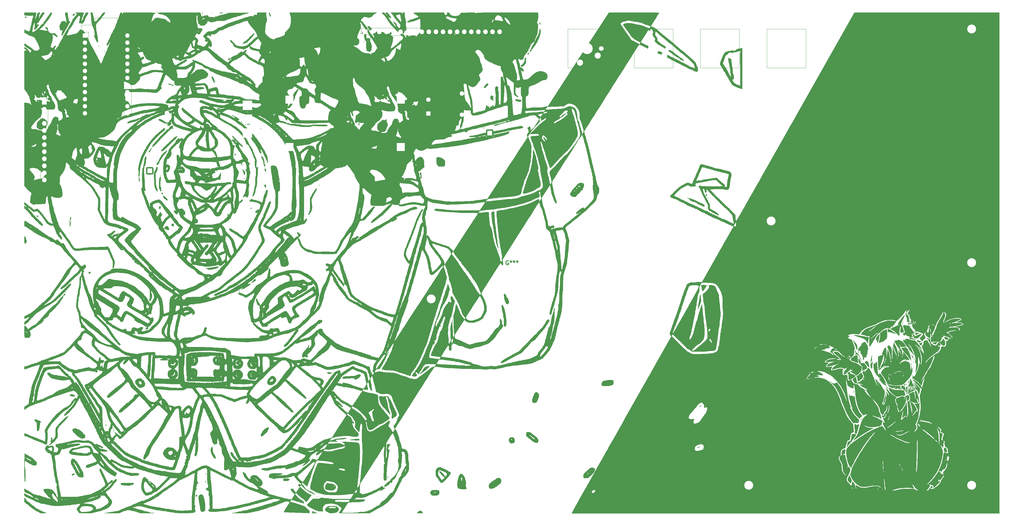
<source format=gto>
G04 #@! TF.GenerationSoftware,KiCad,Pcbnew,8.0.2*
G04 #@! TF.CreationDate,2024-07-25T20:56:56+08:00*
G04 #@! TF.ProjectId,hitbox,68697462-6f78-42e6-9b69-6361645f7063,rev?*
G04 #@! TF.SameCoordinates,Original*
G04 #@! TF.FileFunction,Legend,Top*
G04 #@! TF.FilePolarity,Positive*
%FSLAX46Y46*%
G04 Gerber Fmt 4.6, Leading zero omitted, Abs format (unit mm)*
G04 Created by KiCad (PCBNEW 8.0.2) date 2024-07-25 20:56:56*
%MOMM*%
%LPD*%
G01*
G04 APERTURE LIST*
G04 Aperture macros list*
%AMRoundRect*
0 Rectangle with rounded corners*
0 $1 Rounding radius*
0 $2 $3 $4 $5 $6 $7 $8 $9 X,Y pos of 4 corners*
0 Add a 4 corners polygon primitive as box body*
4,1,4,$2,$3,$4,$5,$6,$7,$8,$9,$2,$3,0*
0 Add four circle primitives for the rounded corners*
1,1,$1+$1,$2,$3*
1,1,$1+$1,$4,$5*
1,1,$1+$1,$6,$7*
1,1,$1+$1,$8,$9*
0 Add four rect primitives between the rounded corners*
20,1,$1+$1,$2,$3,$4,$5,0*
20,1,$1+$1,$4,$5,$6,$7,0*
20,1,$1+$1,$6,$7,$8,$9,0*
20,1,$1+$1,$8,$9,$2,$3,0*%
G04 Aperture macros list end*
%ADD10C,0.100000*%
%ADD11C,0.150000*%
%ADD12C,0.300000*%
%ADD13C,0.120000*%
%ADD14C,0.000000*%
%ADD15C,3.200000*%
%ADD16C,1.700000*%
%ADD17C,4.000000*%
%ADD18C,2.200000*%
%ADD19R,1.600000X1.600000*%
%ADD20O,1.600000X1.600000*%
%ADD21R,1.700000X1.700000*%
%ADD22O,1.700000X1.700000*%
%ADD23RoundRect,0.250000X1.125000X-1.125000X1.125000X1.125000X-1.125000X1.125000X-1.125000X-1.125000X0*%
%ADD24C,2.750000*%
%ADD25C,1.600000*%
%ADD26R,3.500000X3.500000*%
%ADD27R,3.000000X3.000000*%
G04 APERTURE END LIST*
D10*
X166661723Y-189656713D02*
X320006934Y-190006866D01*
X320000934Y-190090866D01*
X166500934Y-190090866D01*
X166634270Y-189655108D01*
X166661723Y-189656713D01*
G36*
X166661723Y-189656713D02*
G01*
X320006934Y-190006866D01*
X320000934Y-190090866D01*
X166500934Y-190090866D01*
X166634270Y-189655108D01*
X166661723Y-189656713D01*
G37*
D11*
X-23193333Y-38984819D02*
X-23193333Y-39699104D01*
X-23193333Y-39699104D02*
X-23240952Y-39841961D01*
X-23240952Y-39841961D02*
X-23336190Y-39937200D01*
X-23336190Y-39937200D02*
X-23479047Y-39984819D01*
X-23479047Y-39984819D02*
X-23574285Y-39984819D01*
X-22288571Y-39318152D02*
X-22288571Y-39984819D01*
X-22526666Y-38937200D02*
X-22764761Y-39651485D01*
X-22764761Y-39651485D02*
X-22145714Y-39651485D01*
D12*
X143679506Y-99340623D02*
X143536649Y-99269194D01*
X143536649Y-99269194D02*
X143322363Y-99269194D01*
X143322363Y-99269194D02*
X143108077Y-99340623D01*
X143108077Y-99340623D02*
X142965220Y-99483480D01*
X142965220Y-99483480D02*
X142893791Y-99626337D01*
X142893791Y-99626337D02*
X142822363Y-99912051D01*
X142822363Y-99912051D02*
X142822363Y-100126337D01*
X142822363Y-100126337D02*
X142893791Y-100412051D01*
X142893791Y-100412051D02*
X142965220Y-100554908D01*
X142965220Y-100554908D02*
X143108077Y-100697766D01*
X143108077Y-100697766D02*
X143322363Y-100769194D01*
X143322363Y-100769194D02*
X143465220Y-100769194D01*
X143465220Y-100769194D02*
X143679506Y-100697766D01*
X143679506Y-100697766D02*
X143750934Y-100626337D01*
X143750934Y-100626337D02*
X143750934Y-100126337D01*
X143750934Y-100126337D02*
X143465220Y-100126337D01*
X144608077Y-99269194D02*
X144608077Y-99626337D01*
X144250934Y-99483480D02*
X144608077Y-99626337D01*
X144608077Y-99626337D02*
X144965220Y-99483480D01*
X144393791Y-99912051D02*
X144608077Y-99626337D01*
X144608077Y-99626337D02*
X144822363Y-99912051D01*
X145750934Y-99269194D02*
X145750934Y-99626337D01*
X145393791Y-99483480D02*
X145750934Y-99626337D01*
X145750934Y-99626337D02*
X146108077Y-99483480D01*
X145536648Y-99912051D02*
X145750934Y-99626337D01*
X145750934Y-99626337D02*
X145965220Y-99912051D01*
X146893791Y-99269194D02*
X146893791Y-99626337D01*
X146536648Y-99483480D02*
X146893791Y-99626337D01*
X146893791Y-99626337D02*
X147250934Y-99483480D01*
X146679505Y-99912051D02*
X146893791Y-99626337D01*
X146893791Y-99626337D02*
X147108077Y-99912051D01*
D13*
X236452500Y-16015000D02*
X250422500Y-16015000D01*
X236452500Y-29985000D02*
X236452500Y-16015000D01*
X250422500Y-16015000D02*
X250422500Y-29985000D01*
X250422500Y-29985000D02*
X236452500Y-29985000D01*
X165015000Y-16015000D02*
X178985000Y-16015000D01*
X165015000Y-29985000D02*
X165015000Y-16015000D01*
X178985000Y-16015000D02*
X178985000Y-29985000D01*
X178985000Y-29985000D02*
X165015000Y-29985000D01*
X188827500Y-16015000D02*
X202797500Y-16015000D01*
X188827500Y-29985000D02*
X188827500Y-16015000D01*
X202797500Y-16015000D02*
X202797500Y-29985000D01*
X202797500Y-29985000D02*
X188827500Y-29985000D01*
X-9637000Y-14570000D02*
X-9640000Y-47590000D01*
X-9637000Y-47590000D02*
X5730000Y-47590000D01*
X-6970000Y-17110000D02*
X-9640000Y-17110000D01*
X-6970000Y-19650000D02*
X-9640000Y-19650000D01*
X-6970000Y-47590000D02*
X-9640000Y-47590000D01*
X-6970000Y-47590000D02*
X-6970000Y-17110000D01*
X-4557000Y-12030000D02*
X-4557000Y-14570000D01*
X-4557000Y-14570000D02*
X-9637000Y-14570000D01*
X3317000Y-12030000D02*
X-4557000Y-12030000D01*
X3317000Y-12030000D02*
X3317000Y-14570000D01*
X5730000Y-17110000D02*
X8400000Y-17110000D01*
X5730000Y-45050000D02*
X5730000Y-17110000D01*
X5730000Y-45050000D02*
X5730000Y-47590000D01*
X5730000Y-47590000D02*
X8397000Y-47590000D01*
X8397000Y-14570000D02*
X3317000Y-14570000D01*
X8397000Y-47590000D02*
X8397000Y-14570000D01*
X212640000Y-16015000D02*
X226610000Y-16015000D01*
X212640000Y-29985000D02*
X212640000Y-16015000D01*
X226610000Y-16015000D02*
X226610000Y-29985000D01*
X226610000Y-29985000D02*
X212640000Y-29985000D01*
X-24190000Y-43570000D02*
X-24190000Y-71570000D01*
X-24190000Y-43570000D02*
X-21530000Y-43570000D01*
X-24190000Y-71570000D02*
X-21530000Y-71570000D01*
X-22860000Y-40970000D02*
X-21530000Y-40970000D01*
X-21530000Y-40970000D02*
X-21530000Y-42300000D01*
X-21530000Y-43570000D02*
X-21530000Y-71570000D01*
D14*
G36*
X122104875Y-10106911D02*
G01*
X122383166Y-10128163D01*
X122541182Y-10170727D01*
X122627957Y-10258766D01*
X122684081Y-10392353D01*
X122830473Y-10719041D01*
X123021934Y-10945083D01*
X123296949Y-11099365D01*
X123694005Y-11210775D01*
X123803847Y-11232840D01*
X124284228Y-11315209D01*
X124657782Y-11350773D01*
X124980471Y-11339353D01*
X125308255Y-11280771D01*
X125514569Y-11227389D01*
X125891311Y-11071376D01*
X126217754Y-10842038D01*
X126454377Y-10573888D01*
X126560005Y-10314435D01*
X126570497Y-10263761D01*
X126597687Y-10223332D01*
X126659197Y-10191806D01*
X126772651Y-10167843D01*
X126955671Y-10150099D01*
X127225879Y-10137234D01*
X127600899Y-10127904D01*
X128098353Y-10120768D01*
X128735864Y-10114484D01*
X129242706Y-10110145D01*
X129987048Y-10104478D01*
X130580115Y-10101947D01*
X131039950Y-10103373D01*
X131384594Y-10109577D01*
X131632091Y-10121381D01*
X131800484Y-10139605D01*
X131907814Y-10165071D01*
X131972125Y-10198601D01*
X132007893Y-10236021D01*
X132098637Y-10335343D01*
X132187208Y-10314788D01*
X132278787Y-10237242D01*
X132309697Y-10215922D01*
X132358623Y-10196760D01*
X132434234Y-10179642D01*
X132545199Y-10164453D01*
X132700187Y-10151079D01*
X132907869Y-10139404D01*
X133176913Y-10129315D01*
X133515990Y-10120697D01*
X133933768Y-10113435D01*
X134438917Y-10107415D01*
X135040107Y-10102523D01*
X135746007Y-10098643D01*
X136565287Y-10095661D01*
X137506615Y-10093463D01*
X138578662Y-10091935D01*
X139790097Y-10090960D01*
X141149590Y-10090426D01*
X142665810Y-10090218D01*
X143408408Y-10090200D01*
X154375549Y-10090200D01*
X154430868Y-10630138D01*
X154462729Y-11247990D01*
X154439643Y-11876571D01*
X154366663Y-12465162D01*
X154248842Y-12963047D01*
X154179767Y-13150471D01*
X154056775Y-13486252D01*
X154032133Y-13733701D01*
X154109435Y-13944825D01*
X154246934Y-14122345D01*
X154312543Y-14211149D01*
X154356129Y-14325330D01*
X154380829Y-14496069D01*
X154389783Y-14754547D01*
X154386129Y-15131942D01*
X154379029Y-15434678D01*
X154314297Y-16487162D01*
X154174194Y-17413477D01*
X153952418Y-18242062D01*
X153642666Y-19001354D01*
X153546450Y-19191866D01*
X153410648Y-19479131D01*
X153307434Y-19749279D01*
X153274722Y-19869200D01*
X153216778Y-20114311D01*
X153161344Y-20292533D01*
X153129347Y-20407383D01*
X153188604Y-20386590D01*
X153228810Y-20355020D01*
X153326435Y-20217696D01*
X153437277Y-19978399D01*
X153504913Y-19788699D01*
X153605451Y-19516991D01*
X153710419Y-19306583D01*
X153770185Y-19229012D01*
X153873129Y-19107571D01*
X153890934Y-19053631D01*
X153935640Y-18947742D01*
X154051126Y-18752532D01*
X154166940Y-18577165D01*
X154327268Y-18307268D01*
X154440382Y-18048452D01*
X154472000Y-17922681D01*
X154544576Y-17665459D01*
X154661660Y-17443945D01*
X154764166Y-17232940D01*
X154813660Y-16938970D01*
X154822267Y-16670330D01*
X154837238Y-16322986D01*
X154886773Y-16109056D01*
X154958429Y-16009262D01*
X155082855Y-15942581D01*
X155184358Y-16019486D01*
X155198653Y-16038572D01*
X155244411Y-16193282D01*
X155268572Y-16471806D01*
X155272946Y-16830249D01*
X155259346Y-17224720D01*
X155229582Y-17611323D01*
X155185467Y-17946165D01*
X155128811Y-18185353D01*
X155108004Y-18235162D01*
X155022699Y-18450482D01*
X154991600Y-18612451D01*
X154956333Y-18757022D01*
X154863076Y-19003607D01*
X154730647Y-19303311D01*
X154704889Y-19357489D01*
X154534411Y-19717653D01*
X154364593Y-20085447D01*
X154233988Y-20377200D01*
X154034044Y-20797343D01*
X153804956Y-21190599D01*
X153516986Y-21602696D01*
X153140399Y-22079363D01*
X153077796Y-22155200D01*
X152883990Y-22407082D01*
X152733782Y-22635330D01*
X152668168Y-22769090D01*
X152564977Y-22940079D01*
X152380199Y-23131381D01*
X152318877Y-23181305D01*
X152115740Y-23382230D01*
X152029161Y-23571190D01*
X152028267Y-23588741D01*
X151979587Y-23739709D01*
X151860567Y-23917269D01*
X151711731Y-24077072D01*
X151573606Y-24174767D01*
X151493230Y-24174274D01*
X151432130Y-24008107D01*
X151462313Y-23778773D01*
X151569439Y-23555461D01*
X151637870Y-23476361D01*
X151802249Y-23253117D01*
X151893580Y-23019134D01*
X151996220Y-22683347D01*
X152168167Y-22289170D01*
X152374413Y-21911604D01*
X152494421Y-21731866D01*
X152637241Y-21509581D01*
X152734223Y-21309294D01*
X152739030Y-21295012D01*
X152840660Y-21099421D01*
X152920546Y-21009478D01*
X153001622Y-20881624D01*
X153041966Y-20708496D01*
X153033687Y-20559723D01*
X152977802Y-20504200D01*
X152890890Y-20559122D01*
X152714655Y-20706036D01*
X152480468Y-20918159D01*
X152364690Y-21027607D01*
X152057519Y-21341229D01*
X151843696Y-21621977D01*
X151683092Y-21934507D01*
X151535576Y-22343472D01*
X151522382Y-22384668D01*
X151422321Y-22602665D01*
X151267510Y-22850745D01*
X151230809Y-22900660D01*
X151094038Y-23106327D01*
X151017876Y-23272021D01*
X151012247Y-23306191D01*
X150964599Y-23483430D01*
X150839433Y-23748194D01*
X150663363Y-24054480D01*
X150463004Y-24356283D01*
X150264968Y-24607597D01*
X150249472Y-24624745D01*
X149859797Y-25088206D01*
X149551413Y-25532611D01*
X149339953Y-25931614D01*
X149241050Y-26258868D01*
X149235660Y-26333397D01*
X149185067Y-26586748D01*
X149014371Y-26820381D01*
X148961735Y-26871511D01*
X148781311Y-27021854D01*
X148616296Y-27090460D01*
X148393267Y-27099494D01*
X148241417Y-27088961D01*
X147852355Y-27015111D01*
X147598326Y-26868346D01*
X147445456Y-26740299D01*
X147346500Y-26684924D01*
X147344977Y-26684866D01*
X147300914Y-26756365D01*
X147287312Y-26924827D01*
X147301275Y-27121197D01*
X147339909Y-27276424D01*
X147371600Y-27319866D01*
X147443149Y-27439487D01*
X147456267Y-27533657D01*
X147488692Y-27721056D01*
X147567420Y-27956994D01*
X147574164Y-27973160D01*
X147644120Y-28176921D01*
X147734383Y-28493866D01*
X147830475Y-28871459D01*
X147879548Y-29081439D01*
X147965909Y-29457089D01*
X148030254Y-29695777D01*
X148087736Y-29825742D01*
X148153509Y-29875225D01*
X148242728Y-29872466D01*
X148297860Y-29860981D01*
X148447085Y-29851386D01*
X148588562Y-29913210D01*
X148766722Y-30071729D01*
X148881476Y-30193016D01*
X149119522Y-30492016D01*
X149225407Y-30736511D01*
X149234267Y-30824716D01*
X149198881Y-31145290D01*
X149095767Y-31311745D01*
X148929494Y-31323086D01*
X148704629Y-31178319D01*
X148513191Y-30981700D01*
X148358645Y-30818172D01*
X148269517Y-30753900D01*
X148262386Y-30791200D01*
X148302913Y-30962389D01*
X148347207Y-31237996D01*
X148380414Y-31510866D01*
X148425839Y-31828479D01*
X148486530Y-32100365D01*
X148539531Y-32246133D01*
X148613714Y-32464646D01*
X148644600Y-32711800D01*
X148684541Y-32981169D01*
X148768600Y-33204200D01*
X148852031Y-33435348D01*
X148892100Y-33712745D01*
X148892600Y-33735462D01*
X148935359Y-33971086D01*
X149071238Y-34120491D01*
X149319566Y-34192094D01*
X149699676Y-34194310D01*
X149905316Y-34176359D01*
X150260609Y-34118481D01*
X150570053Y-34012898D01*
X150872325Y-33837689D01*
X151206105Y-33570938D01*
X151562600Y-33237224D01*
X152269256Y-32581114D01*
X152909519Y-32060557D01*
X153500920Y-31664031D01*
X154060992Y-31380019D01*
X154607268Y-31196999D01*
X154701533Y-31174766D01*
X155291780Y-31123975D01*
X155915502Y-31210843D01*
X156528423Y-31422599D01*
X157086268Y-31746473D01*
X157309194Y-31926887D01*
X157597142Y-32288389D01*
X157755310Y-32711815D01*
X157784577Y-33159186D01*
X157685821Y-33592524D01*
X157459920Y-33973848D01*
X157257425Y-34166705D01*
X157040116Y-34303944D01*
X156808508Y-34371124D01*
X156487637Y-34389511D01*
X156471942Y-34389533D01*
X156130483Y-34412231D01*
X155897280Y-34474989D01*
X155844934Y-34508462D01*
X155712147Y-34600601D01*
X155471865Y-34744936D01*
X155167091Y-34916047D01*
X155033934Y-34987799D01*
X154680632Y-35179826D01*
X154340343Y-35371621D01*
X154073040Y-35529197D01*
X154017934Y-35563518D01*
X153580268Y-35825796D01*
X153225450Y-35997880D01*
X152908148Y-36100224D01*
X152764157Y-36129205D01*
X152497273Y-36194713D01*
X152278972Y-36282757D01*
X152242261Y-36305145D01*
X152052667Y-36398153D01*
X151935128Y-36421533D01*
X151765349Y-36482249D01*
X151689600Y-36548533D01*
X151529680Y-36656883D01*
X151438355Y-36675533D01*
X151270432Y-36734645D01*
X151152389Y-36830366D01*
X151093887Y-36922534D01*
X151053746Y-37066463D01*
X151028845Y-37291111D01*
X151016063Y-37625434D01*
X151012276Y-38098391D01*
X151012267Y-38130065D01*
X151005824Y-38576609D01*
X150988205Y-38982402D01*
X150961975Y-39306845D01*
X150929700Y-39509340D01*
X150923920Y-39528364D01*
X150753204Y-39804213D01*
X150473276Y-40044005D01*
X150185326Y-40182939D01*
X150053822Y-40259092D01*
X149969353Y-40404852D01*
X149927143Y-40645294D01*
X149922417Y-41005491D01*
X149945509Y-41441975D01*
X149971653Y-41849201D01*
X150000976Y-42356290D01*
X150029608Y-42893919D01*
X150050454Y-43321866D01*
X150075629Y-43737267D01*
X150108373Y-44089529D01*
X150144739Y-44345146D01*
X150180779Y-44470612D01*
X150186497Y-44476529D01*
X150342146Y-44503185D01*
X150625730Y-44484154D01*
X151003324Y-44423496D01*
X151432222Y-44327490D01*
X151683280Y-44282872D01*
X152045689Y-44249621D01*
X152534296Y-44227021D01*
X153163946Y-44214358D01*
X153855744Y-44210866D01*
X154530168Y-44208547D01*
X155058042Y-44200733D01*
X155462096Y-44186139D01*
X155765060Y-44163480D01*
X155989664Y-44131469D01*
X156158639Y-44088823D01*
X156187455Y-44079012D01*
X156466611Y-44002893D01*
X156832368Y-43933412D01*
X157179267Y-43888512D01*
X157800601Y-43829866D01*
X168776848Y-26960033D01*
X177104063Y-14161602D01*
X183961955Y-14161602D01*
X184063453Y-14404224D01*
X184298992Y-14720677D01*
X184361854Y-14795276D01*
X184574450Y-15063016D01*
X184742452Y-15308957D01*
X184832948Y-15484409D01*
X184836986Y-15498213D01*
X184917795Y-15668095D01*
X185077681Y-15908026D01*
X185264941Y-16145352D01*
X185453809Y-16375250D01*
X185588796Y-16556402D01*
X185640929Y-16649904D01*
X185640934Y-16650243D01*
X185687192Y-16744765D01*
X185810130Y-16938692D01*
X185985989Y-17195096D01*
X186043100Y-17275318D01*
X186266523Y-17588792D01*
X186481198Y-17893685D01*
X186644198Y-18128991D01*
X186656934Y-18147717D01*
X187044669Y-18719024D01*
X187351211Y-19166876D01*
X187590684Y-19507775D01*
X187777214Y-19758224D01*
X187924927Y-19934725D01*
X188047949Y-20053780D01*
X188160405Y-20131891D01*
X188276422Y-20185560D01*
X188410124Y-20231289D01*
X188451935Y-20244687D01*
X188734776Y-20362683D01*
X189025768Y-20523045D01*
X189069529Y-20551724D01*
X189279942Y-20680239D01*
X189442014Y-20754450D01*
X189475860Y-20761402D01*
X189593689Y-20804376D01*
X189811153Y-20914949D01*
X190084512Y-21070631D01*
X190128267Y-21096866D01*
X190397894Y-21256325D01*
X190608895Y-21374917D01*
X190721939Y-21430669D01*
X190728768Y-21432330D01*
X190796691Y-21367359D01*
X190903787Y-21201706D01*
X190936721Y-21142542D01*
X191027747Y-20950419D01*
X191060464Y-20832122D01*
X191055887Y-20819438D01*
X190967724Y-20772316D01*
X190850627Y-20714050D01*
X191260248Y-20714050D01*
X191291005Y-20821477D01*
X191469847Y-20945755D01*
X191623109Y-21019398D01*
X191970229Y-21176315D01*
X192333266Y-21344968D01*
X192664544Y-21502776D01*
X192916388Y-21627155D01*
X193006934Y-21674888D01*
X193318093Y-21838824D01*
X193584139Y-21961816D01*
X193761469Y-22024225D01*
X193791397Y-22028200D01*
X193918362Y-22062304D01*
X194140181Y-22148392D01*
X194400551Y-22262120D01*
X194643169Y-22379150D01*
X194784934Y-22457726D01*
X194961543Y-22550263D01*
X195123600Y-22621648D01*
X195362611Y-22730309D01*
X195559997Y-22833113D01*
X195761108Y-22924721D01*
X195907127Y-22959533D01*
X196042723Y-23006531D01*
X196252336Y-23126348D01*
X196380164Y-23213533D01*
X196590205Y-23358515D01*
X196742455Y-23450472D01*
X196785760Y-23467533D01*
X196888153Y-23500483D01*
X197089136Y-23584647D01*
X197230993Y-23648909D01*
X197532517Y-23788703D01*
X197827443Y-23924922D01*
X197917600Y-23966409D01*
X198175520Y-24099998D01*
X198402240Y-24240880D01*
X198415852Y-24250700D01*
X198613853Y-24359883D01*
X198768824Y-24398866D01*
X198951393Y-24435766D01*
X199159572Y-24518721D01*
X199409524Y-24638785D01*
X199610934Y-24729773D01*
X199820592Y-24827866D01*
X199949600Y-24896933D01*
X200110850Y-24979731D01*
X200339336Y-25082949D01*
X200372934Y-25097180D01*
X200664986Y-25228873D01*
X201093446Y-25435519D01*
X201646065Y-25710983D01*
X202310596Y-26049131D01*
X203074789Y-26443828D01*
X203403668Y-26615143D01*
X203826854Y-26832968D01*
X204202560Y-27020516D01*
X204503159Y-27164453D01*
X204701023Y-27251448D01*
X204763321Y-27271309D01*
X204894630Y-27319659D01*
X205106383Y-27436758D01*
X205254399Y-27531533D01*
X205475238Y-27673743D01*
X205638057Y-27766085D01*
X205690011Y-27785899D01*
X205786941Y-27822597D01*
X205996318Y-27920490D01*
X206280800Y-28061804D01*
X206426600Y-28136495D01*
X206848276Y-28354151D01*
X207323331Y-28598786D01*
X207754394Y-28820263D01*
X207785082Y-28836002D01*
X208123879Y-29017085D01*
X208432231Y-29194793D01*
X208658112Y-29338729D01*
X208706667Y-29374406D01*
X208904728Y-29502044D01*
X209069896Y-29563166D01*
X209083852Y-29564054D01*
X209253315Y-29602129D01*
X209463111Y-29691054D01*
X209676860Y-29781140D01*
X209844111Y-29818091D01*
X210005395Y-29863177D01*
X210214311Y-29972439D01*
X210236600Y-29986866D01*
X210453040Y-30117072D01*
X210567727Y-30134570D01*
X210611900Y-30031475D01*
X210617600Y-29890691D01*
X210588116Y-29669122D01*
X210511632Y-29364975D01*
X210427100Y-29107524D01*
X210332763Y-28880248D01*
X210215615Y-28671184D01*
X210052313Y-28449974D01*
X209819510Y-28186258D01*
X209493863Y-27849678D01*
X209345437Y-27700866D01*
X208937065Y-27304674D01*
X208465052Y-26865019D01*
X207957840Y-26406750D01*
X207443874Y-25954714D01*
X206951597Y-25533759D01*
X206509454Y-25168732D01*
X206145888Y-24884481D01*
X206001679Y-24779866D01*
X205760451Y-24598776D01*
X205454286Y-24351013D01*
X205142564Y-24084876D01*
X205089490Y-24037895D01*
X204792769Y-23781487D01*
X204500141Y-23541918D01*
X204265857Y-23363327D01*
X204227668Y-23336696D01*
X203973571Y-23138647D01*
X203743256Y-22919011D01*
X203704612Y-22875267D01*
X203552165Y-22720455D01*
X203298277Y-22490006D01*
X202975867Y-22211340D01*
X202617857Y-21911875D01*
X202257167Y-21619031D01*
X201926716Y-21360229D01*
X201659426Y-21162887D01*
X201598738Y-21121276D01*
X201385362Y-20959335D01*
X201223039Y-20803168D01*
X201205506Y-20781138D01*
X201051540Y-20624252D01*
X200862578Y-20481452D01*
X200703950Y-20366567D01*
X200454962Y-20170765D01*
X200153173Y-19924080D01*
X199911465Y-19720923D01*
X199512310Y-19383967D01*
X199058459Y-19005085D01*
X198625167Y-18646972D01*
X198463362Y-18514533D01*
X198086262Y-18200091D01*
X197683562Y-17852980D01*
X197318760Y-17528340D01*
X197171504Y-17392699D01*
X196917537Y-17160076D01*
X196709689Y-16979560D01*
X196578520Y-16877230D01*
X196551427Y-16863533D01*
X196521982Y-16941575D01*
X196491719Y-17149416D01*
X196465855Y-17447629D01*
X196459020Y-17562033D01*
X196443476Y-17907941D01*
X196449365Y-18133632D01*
X196488042Y-18287920D01*
X196570861Y-18419620D01*
X196690422Y-18556866D01*
X196891186Y-18831299D01*
X197061318Y-19158024D01*
X197178951Y-19483295D01*
X197222224Y-19753367D01*
X197212339Y-19839852D01*
X197210758Y-20055917D01*
X197251605Y-20195221D01*
X197352538Y-20316239D01*
X197564874Y-20510833D01*
X197860200Y-20757057D01*
X198210102Y-21032960D01*
X198586168Y-21316596D01*
X198959983Y-21586016D01*
X199303135Y-21819272D01*
X199562378Y-21980204D01*
X199793111Y-22119723D01*
X200058068Y-22293166D01*
X200381287Y-22517255D01*
X200786806Y-22808715D01*
X201298660Y-23184268D01*
X201388934Y-23250987D01*
X201604807Y-23404568D01*
X201903872Y-23609680D01*
X202227112Y-23825933D01*
X202277934Y-23859396D01*
X202576839Y-24061646D01*
X202838339Y-24249151D01*
X203015342Y-24387882D01*
X203039934Y-24410058D01*
X203222624Y-24571435D01*
X203458666Y-24763255D01*
X203708683Y-24955722D01*
X203933302Y-25119039D01*
X204093145Y-25223411D01*
X204144001Y-25245533D01*
X204241116Y-25294452D01*
X204420787Y-25419817D01*
X204555214Y-25523759D01*
X204802198Y-25716724D01*
X205031613Y-25888178D01*
X205114267Y-25946694D01*
X205618164Y-26296535D01*
X205996265Y-26572637D01*
X206267011Y-26789972D01*
X206448843Y-26963512D01*
X206560202Y-27108228D01*
X206573750Y-27131580D01*
X206654514Y-27323321D01*
X206663531Y-27451552D01*
X206656010Y-27462989D01*
X206529491Y-27479940D01*
X206303399Y-27413255D01*
X206013523Y-27281040D01*
X205695651Y-27101401D01*
X205385571Y-26892444D01*
X205150437Y-26701297D01*
X204912540Y-26499789D01*
X204717850Y-26361254D01*
X204602042Y-26310456D01*
X204591290Y-26313122D01*
X204488201Y-26288347D01*
X204275112Y-26174379D01*
X203975227Y-25986574D01*
X203611747Y-25740291D01*
X203207877Y-25450887D01*
X202786819Y-25133720D01*
X202658934Y-25034129D01*
X202353364Y-24801183D01*
X202053923Y-24584484D01*
X201819184Y-24426257D01*
X201794675Y-24411088D01*
X201535722Y-24223274D01*
X201302935Y-24007078D01*
X201270975Y-23970837D01*
X201104823Y-23808669D01*
X200960825Y-23724742D01*
X200938499Y-23721533D01*
X200791204Y-23676573D01*
X200574508Y-23562679D01*
X200335768Y-23411335D01*
X200122338Y-23254020D01*
X199981573Y-23122218D01*
X199951478Y-23065366D01*
X199883136Y-22967183D01*
X199843496Y-22959533D01*
X199722420Y-22912957D01*
X199515662Y-22792024D01*
X199314329Y-22655514D01*
X199058649Y-22478949D01*
X198835084Y-22336842D01*
X198721934Y-22274716D01*
X198507614Y-22169139D01*
X198404434Y-22113068D01*
X198136380Y-21961419D01*
X197944907Y-21859674D01*
X197760812Y-21771588D01*
X197697228Y-21742656D01*
X197521139Y-21632525D01*
X197267522Y-21435995D01*
X196978352Y-21186635D01*
X196829395Y-21048684D01*
X196541327Y-20766249D01*
X196359958Y-20561154D01*
X196262606Y-20401493D01*
X196226590Y-20255362D01*
X196224267Y-20197487D01*
X196247906Y-19992079D01*
X196305175Y-19871793D01*
X196308934Y-19869200D01*
X196389415Y-19730952D01*
X196330961Y-19508943D01*
X196160767Y-19244610D01*
X195893531Y-18880268D01*
X195663107Y-18532705D01*
X195489233Y-18234570D01*
X195391645Y-18018510D01*
X195377600Y-17949186D01*
X195436084Y-17784819D01*
X195553007Y-17638046D01*
X195648662Y-17532747D01*
X195687899Y-17416029D01*
X195677003Y-17234619D01*
X195630813Y-16978532D01*
X195538824Y-16601680D01*
X195423101Y-16348527D01*
X195256111Y-16173481D01*
X195079321Y-16065334D01*
X194863532Y-15981880D01*
X194746224Y-16025674D01*
X194702670Y-16212621D01*
X194700267Y-16309138D01*
X194657105Y-16548520D01*
X194533186Y-16640293D01*
X194336854Y-16580840D01*
X194235545Y-16510483D01*
X194080030Y-16401060D01*
X193994016Y-16364931D01*
X193990901Y-16367047D01*
X193917765Y-16475851D01*
X193771409Y-16702496D01*
X193565576Y-17025101D01*
X193314012Y-17421786D01*
X193030462Y-17870671D01*
X192728669Y-18349874D01*
X192422379Y-18837516D01*
X192125335Y-19311715D01*
X191851284Y-19750593D01*
X191613969Y-20132267D01*
X191427135Y-20434857D01*
X191304527Y-20636484D01*
X191260248Y-20714050D01*
X190850627Y-20714050D01*
X190761284Y-20669594D01*
X190471225Y-20528368D01*
X190255267Y-20424503D01*
X189874527Y-20228022D01*
X189504652Y-20012994D01*
X189205031Y-19814813D01*
X189112267Y-19743325D01*
X188852184Y-19541067D01*
X188599378Y-19366247D01*
X188477267Y-19293793D01*
X188019118Y-18961024D01*
X187627515Y-18476397D01*
X187535357Y-18323777D01*
X187407981Y-18106572D01*
X187270897Y-17888755D01*
X187105125Y-17642853D01*
X186891687Y-17341396D01*
X186611602Y-16956913D01*
X186292551Y-16524866D01*
X186044173Y-16183426D01*
X185867518Y-15932200D01*
X194065267Y-15932200D01*
X194071980Y-16010218D01*
X194102603Y-16016866D01*
X194188821Y-15955406D01*
X194192267Y-15932200D01*
X194163380Y-15849734D01*
X194154930Y-15847533D01*
X194082644Y-15906862D01*
X194065267Y-15932200D01*
X185867518Y-15932200D01*
X185811522Y-15852567D01*
X185628002Y-15580306D01*
X185556257Y-15466533D01*
X185364644Y-15170853D01*
X185149578Y-14871448D01*
X185108379Y-14818359D01*
X184966931Y-14602499D01*
X184894383Y-14417091D01*
X184892353Y-14361938D01*
X184998812Y-14242577D01*
X185266186Y-14122300D01*
X185686100Y-14004031D01*
X186233600Y-13893584D01*
X186564485Y-13865882D01*
X187002990Y-13869930D01*
X187491322Y-13901245D01*
X187971687Y-13955349D01*
X188386293Y-14027759D01*
X188567945Y-14074555D01*
X188828795Y-14133040D01*
X189044438Y-14154200D01*
X189268910Y-14187271D01*
X189532611Y-14268193D01*
X189564874Y-14281199D01*
X189864229Y-14367821D01*
X190184115Y-14407875D01*
X190209269Y-14408200D01*
X190573022Y-14444872D01*
X191049199Y-14546854D01*
X191599594Y-14702092D01*
X192186004Y-14898530D01*
X192770225Y-15124117D01*
X193314053Y-15366797D01*
X193431679Y-15424912D01*
X193827745Y-15601899D01*
X194122015Y-15670889D01*
X194344062Y-15630734D01*
X194523455Y-15480285D01*
X194595949Y-15379693D01*
X194787965Y-15083284D01*
X194553616Y-14990631D01*
X194317911Y-14889372D01*
X194149934Y-14807739D01*
X193948864Y-14727238D01*
X193695114Y-14656488D01*
X193684267Y-14654133D01*
X193388349Y-14572164D01*
X192990620Y-14436540D01*
X192542148Y-14266425D01*
X192093996Y-14080985D01*
X191782433Y-13940362D01*
X191488802Y-13822635D01*
X191213284Y-13746634D01*
X191082275Y-13730866D01*
X190813724Y-13689682D01*
X190582445Y-13604388D01*
X190331428Y-13527165D01*
X189963670Y-13483931D01*
X189736440Y-13477388D01*
X189359693Y-13457611D01*
X189020347Y-13405835D01*
X188828993Y-13349866D01*
X188540122Y-13267127D01*
X188213587Y-13224445D01*
X188150998Y-13222866D01*
X187854974Y-13193362D01*
X187586584Y-13120114D01*
X187534445Y-13096388D01*
X187267830Y-13011048D01*
X186934087Y-12974804D01*
X186601228Y-12988158D01*
X186337267Y-13051616D01*
X186271888Y-13087044D01*
X186101137Y-13157723D01*
X185825440Y-13223485D01*
X185549397Y-13264526D01*
X184880601Y-13418115D01*
X184492781Y-13590848D01*
X184173512Y-13783502D01*
X183997606Y-13964224D01*
X183961955Y-14161602D01*
X177104063Y-14161602D01*
X179753094Y-10090200D01*
X188835347Y-10090200D01*
X190059997Y-10090598D01*
X191236073Y-10091760D01*
X192352630Y-10093631D01*
X193398724Y-10096160D01*
X194363412Y-10099293D01*
X195235748Y-10102979D01*
X196004789Y-10107163D01*
X196659589Y-10111794D01*
X197189205Y-10116818D01*
X197582692Y-10122184D01*
X197829106Y-10127838D01*
X197917503Y-10133728D01*
X197917600Y-10133931D01*
X197874349Y-10210524D01*
X197753144Y-10409681D01*
X197566805Y-10711020D01*
X197328154Y-11094159D01*
X197050011Y-11538716D01*
X196745197Y-12024309D01*
X196426533Y-12530556D01*
X196106841Y-13037074D01*
X195798940Y-13523481D01*
X195515652Y-13969396D01*
X195269798Y-14354436D01*
X195074199Y-14658220D01*
X195001060Y-14770511D01*
X194905378Y-14929670D01*
X194907327Y-15003882D01*
X195008389Y-15047588D01*
X195008594Y-15047651D01*
X195882217Y-15385753D01*
X196644232Y-15832626D01*
X197282600Y-16363995D01*
X197504290Y-16569015D01*
X197804942Y-16834859D01*
X198132163Y-17115491D01*
X198256267Y-17219503D01*
X198576743Y-17491765D01*
X198888148Y-17766055D01*
X199139488Y-17997126D01*
X199212039Y-18067572D01*
X199409950Y-18247597D01*
X199571007Y-18363657D01*
X199632710Y-18387533D01*
X199739431Y-18443044D01*
X199924864Y-18588866D01*
X200149651Y-18793930D01*
X200158604Y-18802634D01*
X200437423Y-19059549D01*
X200729561Y-19305859D01*
X200931038Y-19458800D01*
X201278969Y-19710687D01*
X201671363Y-20014511D01*
X202124400Y-20383681D01*
X202654263Y-20831609D01*
X203277134Y-21371705D01*
X203878163Y-21901200D01*
X204242830Y-22219852D01*
X204607564Y-22531027D01*
X204931061Y-22799932D01*
X205172018Y-22991773D01*
X205180339Y-22998097D01*
X205406295Y-23178851D01*
X205565602Y-23324470D01*
X205622267Y-23400264D01*
X205687007Y-23465835D01*
X205705592Y-23467533D01*
X205795637Y-23519656D01*
X205990160Y-23663590D01*
X206265296Y-23880680D01*
X206597185Y-24152269D01*
X206815695Y-24335366D01*
X207189957Y-24651134D01*
X207539389Y-24944935D01*
X207834147Y-25191750D01*
X208044387Y-25366559D01*
X208108203Y-25418912D01*
X208309555Y-25592801D01*
X208570052Y-25831460D01*
X208803003Y-26053912D01*
X209077931Y-26313256D01*
X209360300Y-26564968D01*
X209555079Y-26727200D01*
X209965121Y-27074124D01*
X210346213Y-27441622D01*
X210673733Y-27801895D01*
X210923061Y-28127143D01*
X211069576Y-28389569D01*
X211092318Y-28462866D01*
X211163563Y-28693827D01*
X211291011Y-29016617D01*
X211450738Y-29373890D01*
X211586834Y-29648200D01*
X211653326Y-29842281D01*
X211716125Y-30137260D01*
X211756821Y-30428755D01*
X211783777Y-30737896D01*
X211777907Y-30932119D01*
X211728717Y-31064358D01*
X211625714Y-31187549D01*
X211601575Y-31211922D01*
X211408732Y-31357569D01*
X211225751Y-31425543D01*
X211211301Y-31426200D01*
X211027471Y-31384365D01*
X210754115Y-31275656D01*
X210443822Y-31125260D01*
X210149186Y-30958368D01*
X209950015Y-30822101D01*
X209743843Y-30705999D01*
X209569015Y-30663807D01*
X209342092Y-30626464D01*
X209015589Y-30512243D01*
X208579603Y-30316667D01*
X208024229Y-30035264D01*
X207339565Y-29663559D01*
X207273267Y-29626640D01*
X207160396Y-29567601D01*
X206914578Y-29441639D01*
X206554086Y-29258032D01*
X206097192Y-29026058D01*
X205562169Y-28754995D01*
X204967289Y-28454121D01*
X204375199Y-28155108D01*
X203732629Y-27829308D01*
X203126118Y-27518897D01*
X202575278Y-27234131D01*
X202099722Y-26985264D01*
X201719063Y-26782553D01*
X201452914Y-26636252D01*
X201328712Y-26562118D01*
X201111283Y-26430688D01*
X200938220Y-26354156D01*
X200895510Y-26346199D01*
X200740736Y-26308377D01*
X200555330Y-26226202D01*
X200310315Y-26101453D01*
X199974093Y-25938609D01*
X199575504Y-25750741D01*
X199143388Y-25550918D01*
X198706584Y-25352210D01*
X198293931Y-25167685D01*
X197934269Y-25010414D01*
X197656438Y-24893465D01*
X197489277Y-24829909D01*
X197457226Y-24822200D01*
X197360928Y-24780774D01*
X197177081Y-24676190D01*
X197082254Y-24617679D01*
X196836336Y-24473519D01*
X196498787Y-24290833D01*
X196098951Y-24083878D01*
X195666171Y-23866913D01*
X195229790Y-23654193D01*
X194819153Y-23459978D01*
X194463601Y-23298523D01*
X194192479Y-23184087D01*
X194035130Y-23130927D01*
X194018103Y-23128866D01*
X193904258Y-23091480D01*
X193692064Y-22994303D01*
X193472170Y-22881850D01*
X193178818Y-22738121D01*
X192905347Y-22625265D01*
X192759006Y-22579867D01*
X192538393Y-22496203D01*
X192273255Y-22349126D01*
X192165903Y-22276549D01*
X191953606Y-22132868D01*
X191794260Y-22043194D01*
X191747898Y-22028199D01*
X191636445Y-21995200D01*
X191421631Y-21909313D01*
X191189473Y-21806958D01*
X190928854Y-21702689D01*
X190729461Y-21650624D01*
X190641719Y-21658791D01*
X190579719Y-21749021D01*
X190433059Y-21973633D01*
X190206759Y-22324687D01*
X189905838Y-22794243D01*
X189535315Y-23374361D01*
X189100209Y-24057103D01*
X188605538Y-24834526D01*
X188056321Y-25698692D01*
X187457577Y-26641661D01*
X186814325Y-27655493D01*
X186131583Y-28732247D01*
X185414371Y-29863984D01*
X184667708Y-31042764D01*
X183896612Y-32260648D01*
X183106102Y-33509694D01*
X182301196Y-34781964D01*
X181486915Y-36069517D01*
X180668276Y-37364414D01*
X179850298Y-38658714D01*
X179038001Y-39944477D01*
X178236402Y-41213764D01*
X177450522Y-42458635D01*
X176685378Y-43671150D01*
X175945990Y-44843368D01*
X175237376Y-45967351D01*
X174564555Y-47035157D01*
X173932546Y-48038848D01*
X173346369Y-48970483D01*
X172811041Y-49822122D01*
X172331581Y-50585826D01*
X171913009Y-51253654D01*
X171560344Y-51817667D01*
X171278603Y-52269924D01*
X171072806Y-52602486D01*
X170947972Y-52807413D01*
X170908934Y-52876540D01*
X170940025Y-53028732D01*
X171016737Y-53252163D01*
X171035934Y-53299474D01*
X171121207Y-53560197D01*
X171162274Y-53797053D01*
X171162934Y-53820792D01*
X171208794Y-54068108D01*
X171278647Y-54225678D01*
X171352803Y-54392235D01*
X171449258Y-54672054D01*
X171550781Y-55013745D01*
X171582863Y-55132866D01*
X171760285Y-55800949D01*
X171902085Y-56313830D01*
X172011057Y-56681227D01*
X172089996Y-56912854D01*
X172106446Y-56953200D01*
X172165017Y-57135345D01*
X172230339Y-57404599D01*
X172258909Y-57545866D01*
X172337108Y-57890166D01*
X172437051Y-58240868D01*
X172470257Y-58339678D01*
X172552808Y-58617773D01*
X172600714Y-58868471D01*
X172605267Y-58932344D01*
X172650947Y-59178351D01*
X172729267Y-59366200D01*
X172811269Y-59593268D01*
X172854677Y-59874421D01*
X172856267Y-59916533D01*
X172891089Y-60195704D01*
X172968722Y-60439062D01*
X172983267Y-60466866D01*
X173075654Y-60715139D01*
X173107267Y-60934235D01*
X173130747Y-61145830D01*
X173189337Y-61452645D01*
X173268474Y-61780901D01*
X173433677Y-62430631D01*
X173573783Y-63046101D01*
X173679340Y-63583335D01*
X173736273Y-63957515D01*
X173782107Y-64230643D01*
X173841955Y-64450592D01*
X173866790Y-64507849D01*
X173918297Y-64632920D01*
X173984714Y-64855085D01*
X174070553Y-65191968D01*
X174180328Y-65661196D01*
X174306180Y-66224200D01*
X174373804Y-66496187D01*
X174442719Y-66721472D01*
X174463146Y-66774533D01*
X174517339Y-66960608D01*
X174567885Y-67229851D01*
X174583335Y-67344182D01*
X174628970Y-67617322D01*
X174688774Y-67837274D01*
X174713638Y-67894515D01*
X174788034Y-68092661D01*
X174883887Y-68456298D01*
X175000675Y-68983018D01*
X175137877Y-69670412D01*
X175294971Y-70516070D01*
X175360208Y-70880866D01*
X175427995Y-71236513D01*
X175492970Y-71530854D01*
X175545571Y-71722597D01*
X175566129Y-71769866D01*
X175638172Y-71911896D01*
X175693542Y-72066200D01*
X175784182Y-72259079D01*
X175939780Y-72503264D01*
X176021405Y-72612850D01*
X176144503Y-72780076D01*
X176223821Y-72934292D01*
X176270882Y-73121144D01*
X176297209Y-73386276D01*
X176314235Y-73772775D01*
X176314661Y-74267808D01*
X176266041Y-74651920D01*
X176153450Y-74980051D01*
X175961963Y-75307138D01*
X175857800Y-75452866D01*
X175733706Y-75686991D01*
X175611855Y-76027422D01*
X175511427Y-76411983D01*
X175452952Y-76765200D01*
X175403744Y-77061510D01*
X175330541Y-77320110D01*
X175295668Y-77400200D01*
X175180781Y-77584272D01*
X175008220Y-77826159D01*
X174806509Y-78090056D01*
X174604169Y-78340161D01*
X174429723Y-78540670D01*
X174311691Y-78655781D01*
X174283938Y-78670200D01*
X174206437Y-78727251D01*
X174027018Y-78887204D01*
X173763531Y-79133261D01*
X173433831Y-79448621D01*
X173055768Y-79816484D01*
X172837024Y-80031804D01*
X172423170Y-80437753D01*
X172032060Y-80815729D01*
X171685541Y-81145058D01*
X171405458Y-81405068D01*
X171213660Y-81575085D01*
X171162934Y-81616005D01*
X170847400Y-81861537D01*
X170454254Y-82179880D01*
X170026923Y-82534642D01*
X169608833Y-82889430D01*
X169243413Y-83207852D01*
X169003934Y-83425286D01*
X168777061Y-83628414D01*
X168491372Y-83869984D01*
X168176356Y-84126819D01*
X167861503Y-84375742D01*
X167576303Y-84593575D01*
X167350248Y-84757142D01*
X167212826Y-84843266D01*
X167190058Y-84850866D01*
X167108588Y-84905189D01*
X166933269Y-85051731D01*
X166692797Y-85265849D01*
X166504307Y-85439716D01*
X166214005Y-85702410D01*
X165946476Y-85929141D01*
X165739786Y-86088375D01*
X165661165Y-86138216D01*
X165472515Y-86251137D01*
X165363267Y-86338200D01*
X165257603Y-86434287D01*
X165061386Y-86599953D01*
X164816780Y-86799611D01*
X164812934Y-86802702D01*
X164571850Y-87001246D01*
X164382894Y-87165753D01*
X164286030Y-87261397D01*
X164285063Y-87262702D01*
X164226494Y-87457176D01*
X164242054Y-87712425D01*
X164326100Y-87939862D01*
X164328446Y-87943527D01*
X164405471Y-88103230D01*
X164509535Y-88371636D01*
X164620008Y-88694962D01*
X164636063Y-88745533D01*
X164747823Y-89083092D01*
X164857591Y-89384378D01*
X164943565Y-89589916D01*
X164951217Y-89605263D01*
X165031359Y-89848516D01*
X165066837Y-90129549D01*
X165066934Y-90142533D01*
X165099630Y-90421974D01*
X165178798Y-90670327D01*
X165183581Y-90679803D01*
X165282571Y-90914379D01*
X165374216Y-91198708D01*
X165385954Y-91243200D01*
X165473075Y-91543050D01*
X165572727Y-91828348D01*
X165584202Y-91857033D01*
X165651962Y-92087614D01*
X165624670Y-92292439D01*
X165580827Y-92407366D01*
X165531296Y-92604991D01*
X165483164Y-92947053D01*
X165439148Y-93408660D01*
X165401964Y-93964919D01*
X165393755Y-94121866D01*
X165364298Y-94634415D01*
X165328893Y-95120648D01*
X165290948Y-95541233D01*
X165253869Y-95856840D01*
X165232390Y-95984533D01*
X165188571Y-96255105D01*
X165145009Y-96633885D01*
X165108190Y-97059865D01*
X165092901Y-97296866D01*
X165061295Y-97693161D01*
X165015682Y-98047724D01*
X164963134Y-98312546D01*
X164928268Y-98414495D01*
X164863710Y-98646336D01*
X164824366Y-99024985D01*
X164812412Y-99472828D01*
X164796515Y-99994747D01*
X164748937Y-100358474D01*
X164688577Y-100538942D01*
X164588348Y-100791396D01*
X164515213Y-101077507D01*
X164513204Y-101089276D01*
X164433988Y-101451149D01*
X164311676Y-101884857D01*
X164170928Y-102307051D01*
X164094571Y-102504205D01*
X163999776Y-102775725D01*
X163925458Y-103054539D01*
X163864929Y-103276773D01*
X163801350Y-103426262D01*
X163794979Y-103435200D01*
X163744399Y-103559528D01*
X163682500Y-103794248D01*
X163636150Y-104018314D01*
X163573279Y-104303485D01*
X163505475Y-104526021D01*
X163460735Y-104617559D01*
X163436699Y-104730615D01*
X163415725Y-104999599D01*
X163398247Y-105411124D01*
X163384703Y-105951804D01*
X163375527Y-106608254D01*
X163371155Y-107367087D01*
X163371148Y-107370366D01*
X163367896Y-108153566D01*
X163361499Y-108785031D01*
X163351188Y-109282340D01*
X163336195Y-109663073D01*
X163315751Y-109944812D01*
X163289090Y-110145136D01*
X163255441Y-110281627D01*
X163242407Y-110316295D01*
X163204333Y-110441496D01*
X163174506Y-110626195D01*
X163152065Y-110889084D01*
X163136146Y-111248854D01*
X163125885Y-111724197D01*
X163120422Y-112333805D01*
X163118897Y-112991706D01*
X163113860Y-113921134D01*
X163098867Y-114699732D01*
X163073197Y-115345751D01*
X163036130Y-115877441D01*
X162988141Y-116304533D01*
X162925973Y-116750478D01*
X162863879Y-117197152D01*
X162810778Y-117580338D01*
X162786192Y-117758533D01*
X162738201Y-118051516D01*
X162686451Y-118282567D01*
X162649650Y-118385798D01*
X162596423Y-118522344D01*
X162527598Y-118763607D01*
X162479399Y-118963798D01*
X162403897Y-119278759D01*
X162326288Y-119566553D01*
X162287857Y-119691200D01*
X162195192Y-119995318D01*
X162083236Y-120419985D01*
X161946923Y-120984775D01*
X161893438Y-121215200D01*
X161762486Y-121764802D01*
X161653819Y-122174649D01*
X161559613Y-122471622D01*
X161472042Y-122682598D01*
X161458248Y-122709930D01*
X161376817Y-122954562D01*
X161341635Y-123234210D01*
X161341600Y-123241816D01*
X161306314Y-123541182D01*
X161221189Y-123837098D01*
X161218761Y-123842966D01*
X161141951Y-124091428D01*
X161072994Y-124423126D01*
X161038701Y-124665747D01*
X160988274Y-125002136D01*
X160918214Y-125315199D01*
X160865206Y-125480039D01*
X160782665Y-125757363D01*
X160745976Y-126027280D01*
X160745933Y-126030373D01*
X160703430Y-126297671D01*
X160621934Y-126506866D01*
X160527724Y-126756326D01*
X160497934Y-126956837D01*
X160457963Y-127185195D01*
X160353411Y-127519154D01*
X160201226Y-127915902D01*
X160018355Y-128332628D01*
X159821747Y-128726517D01*
X159737594Y-128877533D01*
X159677395Y-129007661D01*
X159574599Y-129255786D01*
X159445767Y-129581239D01*
X159357355Y-129811183D01*
X159203712Y-130182635D01*
X159055526Y-130483017D01*
X158931466Y-130676412D01*
X158883839Y-130722067D01*
X158752225Y-130883693D01*
X158716934Y-131031643D01*
X158657079Y-131218930D01*
X158476564Y-131511847D01*
X158173961Y-131912307D01*
X157747841Y-132422219D01*
X157293948Y-132935921D01*
X157031801Y-133230760D01*
X156796260Y-133502253D01*
X156621773Y-133710395D01*
X156564898Y-133782588D01*
X156301552Y-134106568D01*
X156054765Y-134358864D01*
X155852055Y-134513640D01*
X155747358Y-134550200D01*
X155572760Y-134610989D01*
X155506494Y-134668893D01*
X155349992Y-134781493D01*
X155196370Y-134840698D01*
X155020274Y-134901332D01*
X154745239Y-135013889D01*
X154424638Y-135156304D01*
X154357091Y-135187672D01*
X154056577Y-135324152D01*
X153813143Y-135426919D01*
X153668553Y-135478589D01*
X153651215Y-135481533D01*
X153537386Y-135539627D01*
X153467600Y-135608533D01*
X153301706Y-135711821D01*
X153171267Y-135735533D01*
X152975947Y-135784309D01*
X152883179Y-135852598D01*
X152704905Y-135974341D01*
X152382647Y-136099879D01*
X151941495Y-136223629D01*
X151406537Y-136340009D01*
X150802863Y-136443435D01*
X150155563Y-136528325D01*
X149615267Y-136579761D01*
X148923471Y-136641101D01*
X148255193Y-136713534D01*
X147649985Y-136792073D01*
X147147400Y-136871731D01*
X146883552Y-136924194D01*
X146617297Y-136964350D01*
X146256747Y-136993415D01*
X145876862Y-137005478D01*
X145851897Y-137005533D01*
X145497454Y-137017414D01*
X145180246Y-137048780D01*
X144961980Y-137093213D01*
X144942945Y-137100066D01*
X144736398Y-137159150D01*
X144429970Y-137221009D01*
X144111934Y-137269233D01*
X143510522Y-137347246D01*
X143056020Y-137412000D01*
X142726860Y-137467249D01*
X142501474Y-137516743D01*
X142358295Y-137564234D01*
X142325767Y-137579914D01*
X142107733Y-137664960D01*
X141757991Y-137764213D01*
X141312595Y-137868878D01*
X140807602Y-137970162D01*
X140513600Y-138021894D01*
X140121202Y-138094532D01*
X139720018Y-138180148D01*
X139419020Y-138254432D01*
X138947727Y-138336710D01*
X138447428Y-138316380D01*
X138445353Y-138316119D01*
X137907226Y-138264125D01*
X137391837Y-138252833D01*
X136833606Y-138283006D01*
X136280267Y-138341361D01*
X135689320Y-138392248D01*
X135176993Y-138385446D01*
X134840934Y-138349297D01*
X134629797Y-138330307D01*
X134268729Y-138310428D01*
X133777125Y-138290237D01*
X133174382Y-138270314D01*
X132479894Y-138251239D01*
X131713057Y-138233589D01*
X130893267Y-138217945D01*
X130039920Y-138204884D01*
X129972600Y-138203992D01*
X129079260Y-138190730D01*
X128257061Y-138175454D01*
X127520182Y-138158608D01*
X126882802Y-138140636D01*
X126359098Y-138121979D01*
X125963249Y-138103083D01*
X125709435Y-138084391D01*
X125613412Y-138067662D01*
X125497781Y-138043961D01*
X125236526Y-138018658D01*
X124853332Y-137993131D01*
X124371882Y-137968757D01*
X123815862Y-137946912D01*
X123242746Y-137929824D01*
X122617915Y-137910974D01*
X122026923Y-137887551D01*
X121497666Y-137861095D01*
X121058036Y-137833145D01*
X120735929Y-137805241D01*
X120574600Y-137782544D01*
X119896470Y-137658016D01*
X119141282Y-137552168D01*
X118400332Y-137476730D01*
X117989238Y-137450423D01*
X117625004Y-137439111D01*
X117390046Y-137448815D01*
X117245011Y-137485108D01*
X117150547Y-137553563D01*
X117134357Y-137571491D01*
X117074732Y-137659350D01*
X116929535Y-137882405D01*
X116703781Y-138232784D01*
X116402484Y-138702616D01*
X116030657Y-139284030D01*
X115593314Y-139969154D01*
X115095469Y-140750117D01*
X114542136Y-141619048D01*
X113938330Y-142568075D01*
X113289064Y-143589328D01*
X112599351Y-144674935D01*
X111874207Y-145817025D01*
X111118644Y-147007727D01*
X110337677Y-148239169D01*
X110035950Y-148715123D01*
X103069727Y-159705046D01*
X103240747Y-159891123D01*
X103390985Y-160087720D01*
X103548276Y-160342860D01*
X103681482Y-160599577D01*
X103759466Y-160800904D01*
X103768267Y-160856240D01*
X103800120Y-160995660D01*
X103879393Y-161213943D01*
X103907532Y-161280827D01*
X104028684Y-161560829D01*
X104142457Y-161825737D01*
X104155027Y-161855200D01*
X104258964Y-162137281D01*
X104370175Y-162499020D01*
X104474886Y-162887505D01*
X104559321Y-163249822D01*
X104609705Y-163533057D01*
X104617894Y-163633200D01*
X104661099Y-163876791D01*
X104744626Y-164051548D01*
X104844204Y-164233591D01*
X104871581Y-164347882D01*
X104908796Y-164494233D01*
X105001560Y-164728763D01*
X105082474Y-164903200D01*
X105201866Y-165193446D01*
X105277574Y-165468794D01*
X105291493Y-165590143D01*
X105311235Y-165889124D01*
X105361309Y-166213044D01*
X105430362Y-166511331D01*
X105507038Y-166733410D01*
X105568425Y-166823685D01*
X105723985Y-166871782D01*
X105937898Y-166891570D01*
X106233943Y-166941056D01*
X106587481Y-167067398D01*
X106935166Y-167241036D01*
X107213652Y-167432412D01*
X107313556Y-167533480D01*
X107440104Y-167759332D01*
X107493591Y-167983815D01*
X107493600Y-167986112D01*
X107543013Y-168226016D01*
X107635470Y-168412403D01*
X107692048Y-168523903D01*
X107734438Y-168691334D01*
X107765592Y-168941007D01*
X107788458Y-169299236D01*
X107805985Y-169792334D01*
X107810789Y-169976408D01*
X107836432Y-170654325D01*
X107875969Y-171172994D01*
X107929058Y-171528684D01*
X107965253Y-171657080D01*
X108022852Y-171889842D01*
X108061231Y-172242848D01*
X108081759Y-172733655D01*
X108086267Y-173206639D01*
X108084695Y-173700107D01*
X108074225Y-174064967D01*
X108046227Y-174341945D01*
X107992068Y-174571766D01*
X107903120Y-174795157D01*
X107770749Y-175052842D01*
X107647949Y-175274866D01*
X107549247Y-175466867D01*
X107520287Y-175528866D01*
X107403613Y-175744244D01*
X107230967Y-176010988D01*
X107029547Y-176293137D01*
X106826553Y-176554734D01*
X106649182Y-176759819D01*
X106524634Y-176872433D01*
X106495642Y-176883533D01*
X106338756Y-176950375D01*
X106132090Y-177124196D01*
X105909848Y-177364934D01*
X105706235Y-177632528D01*
X105555456Y-177886918D01*
X105495748Y-178054619D01*
X105431253Y-178296737D01*
X105347049Y-178478153D01*
X105336553Y-178492200D01*
X105247509Y-178631933D01*
X105102250Y-178894341D01*
X104916656Y-179248877D01*
X104706605Y-179664996D01*
X104487975Y-180112151D01*
X104413679Y-180267572D01*
X104255308Y-180584605D01*
X104074013Y-180925274D01*
X104015453Y-181030122D01*
X103874068Y-181305513D01*
X103765208Y-181564807D01*
X103735411Y-181659580D01*
X103650160Y-181875811D01*
X103504489Y-182143407D01*
X103424725Y-182266952D01*
X103282784Y-182487645D01*
X103192566Y-182655575D01*
X103175600Y-182709254D01*
X103117618Y-182826602D01*
X103058804Y-182886398D01*
X102955334Y-183038789D01*
X102895034Y-183218199D01*
X102814276Y-183402647D01*
X102650729Y-183649024D01*
X102467257Y-183872467D01*
X102014376Y-184372289D01*
X101661942Y-184764009D01*
X101395650Y-185064046D01*
X101201198Y-185288821D01*
X101064282Y-185454756D01*
X100970597Y-185578271D01*
X100930961Y-185636134D01*
X100809214Y-185771998D01*
X100585985Y-185976603D01*
X100288729Y-186228674D01*
X99944906Y-186506935D01*
X99581970Y-186790109D01*
X99227380Y-187056919D01*
X98908591Y-187286090D01*
X98653062Y-187456346D01*
X98488249Y-187546409D01*
X98454412Y-187555205D01*
X98296255Y-187600069D01*
X98069248Y-187708923D01*
X97968600Y-187767412D01*
X97698371Y-187927369D01*
X97438643Y-188071237D01*
X97375934Y-188103670D01*
X97159473Y-188216325D01*
X96995170Y-188308104D01*
X96994934Y-188308248D01*
X96857433Y-188390539D01*
X96628130Y-188526916D01*
X96402267Y-188660840D01*
X96073268Y-188857355D01*
X95693274Y-189086782D01*
X95408963Y-189260055D01*
X95140400Y-189418243D01*
X94924633Y-189533500D01*
X94804553Y-189583065D01*
X94799375Y-189583533D01*
X94687867Y-189627713D01*
X94490194Y-189741056D01*
X94341066Y-189837533D01*
X93964709Y-190091533D01*
X88802972Y-190091533D01*
X87638295Y-190090919D01*
X86631948Y-190088845D01*
X85772928Y-190084960D01*
X85050236Y-190078917D01*
X84452870Y-190070366D01*
X83969831Y-190058957D01*
X83590116Y-190044341D01*
X83302726Y-190026169D01*
X83096659Y-190004093D01*
X82960915Y-189977761D01*
X82884493Y-189946827D01*
X82856392Y-189910939D01*
X82855600Y-189902726D01*
X82872904Y-189866012D01*
X83960960Y-189866012D01*
X84040623Y-189878197D01*
X84265296Y-189886703D01*
X84610702Y-189891788D01*
X85052564Y-189893707D01*
X85566605Y-189892715D01*
X86128548Y-189889068D01*
X86714114Y-189883021D01*
X87299028Y-189874829D01*
X87859012Y-189864749D01*
X88369788Y-189853035D01*
X88807080Y-189839944D01*
X89146610Y-189825731D01*
X89364101Y-189810650D01*
X89379209Y-189808987D01*
X89582032Y-189767533D01*
X89690768Y-189724644D01*
X89850779Y-189672499D01*
X90130702Y-189622640D01*
X90481139Y-189579948D01*
X90852688Y-189549306D01*
X91195950Y-189535596D01*
X91461523Y-189543700D01*
X91489684Y-189546853D01*
X91995741Y-189529807D01*
X92243078Y-189462548D01*
X92521009Y-189379480D01*
X92771630Y-189331376D01*
X92835745Y-189326840D01*
X93073625Y-189276968D01*
X93222282Y-189199840D01*
X93405675Y-189101276D01*
X93521880Y-189075533D01*
X93678096Y-189038701D01*
X93906377Y-188946476D01*
X93989267Y-188906200D01*
X94226535Y-188800924D01*
X94419836Y-188741649D01*
X94462469Y-188736866D01*
X94633105Y-188676111D01*
X94708934Y-188609866D01*
X94827593Y-188503632D01*
X94881541Y-188482866D01*
X94977882Y-188438765D01*
X95177979Y-188320931D01*
X95445710Y-188151067D01*
X95569674Y-188069405D01*
X96074136Y-187744604D01*
X96485629Y-187502883D01*
X96790957Y-187351464D01*
X96976924Y-187297568D01*
X96980048Y-187297533D01*
X97120774Y-187236718D01*
X97314693Y-187084790D01*
X97515793Y-186887524D01*
X97678060Y-186690697D01*
X97755481Y-186540084D01*
X97756934Y-186524652D01*
X97818535Y-186400862D01*
X97976168Y-186214960D01*
X98189072Y-186004645D01*
X98416487Y-185807614D01*
X98617654Y-185661566D01*
X98751813Y-185604200D01*
X98752129Y-185604200D01*
X98863890Y-185543742D01*
X99064134Y-185377562D01*
X99331077Y-185128447D01*
X99642936Y-184819184D01*
X99977926Y-184472562D01*
X100314263Y-184111368D01*
X100630164Y-183758390D01*
X100903845Y-183436416D01*
X101113522Y-183168233D01*
X101197022Y-183046634D01*
X101352333Y-182837704D01*
X101505593Y-182744465D01*
X101683223Y-182725533D01*
X101843038Y-182709870D01*
X101974893Y-182642496D01*
X102116747Y-182492832D01*
X102306561Y-182230301D01*
X102317160Y-182214875D01*
X102488599Y-181953461D01*
X102613477Y-181740934D01*
X102667106Y-181619619D01*
X102667600Y-181614105D01*
X102703279Y-181478479D01*
X102781645Y-181299263D01*
X102887380Y-181083184D01*
X103019182Y-180804027D01*
X103070200Y-180693533D01*
X103325405Y-180142384D01*
X103548811Y-179671800D01*
X103731640Y-179299585D01*
X103865116Y-179043542D01*
X103940460Y-178921472D01*
X103947002Y-178915220D01*
X104012461Y-178811901D01*
X104106378Y-178601530D01*
X104208090Y-178339109D01*
X104296932Y-178079636D01*
X104352240Y-177878113D01*
X104360891Y-177813612D01*
X104414754Y-177607443D01*
X104558688Y-177322604D01*
X104766360Y-177003407D01*
X105011436Y-176694162D01*
X105054916Y-176645777D01*
X105255202Y-176400961D01*
X105325411Y-176241298D01*
X105307726Y-176180110D01*
X105299455Y-176079200D01*
X105949186Y-176079200D01*
X106145189Y-175891051D01*
X106266371Y-175749482D01*
X106296566Y-175659112D01*
X106293865Y-175655576D01*
X106222777Y-175685677D01*
X106111906Y-175822010D01*
X106097862Y-175843724D01*
X105949186Y-176079200D01*
X105299455Y-176079200D01*
X105297119Y-176050704D01*
X105377558Y-175794810D01*
X105551160Y-175405714D01*
X105553017Y-175401866D01*
X105629088Y-175238907D01*
X106475270Y-175238907D01*
X106522871Y-175245330D01*
X106640570Y-175100487D01*
X106765888Y-174899956D01*
X106889277Y-174637741D01*
X106965032Y-174375167D01*
X106986541Y-174156079D01*
X106947189Y-174024318D01*
X106900934Y-174004866D01*
X106828151Y-174074849D01*
X106814257Y-174153033D01*
X106782157Y-174307472D01*
X106700946Y-174556927D01*
X106612042Y-174788033D01*
X106503187Y-175085160D01*
X106475270Y-175238907D01*
X105629088Y-175238907D01*
X105700013Y-175086973D01*
X105813371Y-174824248D01*
X105875716Y-174654832D01*
X105882505Y-174621646D01*
X105936200Y-174500325D01*
X106068977Y-174313395D01*
X106143475Y-174224296D01*
X106316920Y-173971717D01*
X106434070Y-173700941D01*
X106451008Y-173627935D01*
X106551323Y-173355301D01*
X106710776Y-173220952D01*
X106901805Y-173041233D01*
X107046381Y-172741369D01*
X107117169Y-172509613D01*
X107122878Y-172376855D01*
X107054977Y-172282480D01*
X106972571Y-172216962D01*
X106891992Y-172147573D01*
X106836362Y-172062011D01*
X106800659Y-171929718D01*
X106779863Y-171720134D01*
X106768954Y-171402700D01*
X106762910Y-170946856D01*
X106762847Y-170940459D01*
X106735076Y-170039366D01*
X106671286Y-169293527D01*
X106571904Y-168706533D01*
X106449892Y-168311033D01*
X106364630Y-168128246D01*
X106270805Y-168033878D01*
X106113891Y-167998712D01*
X105857321Y-167993533D01*
X105397734Y-167993533D01*
X105436870Y-168395700D01*
X105479440Y-168706064D01*
X105538537Y-168995480D01*
X105558667Y-169068887D01*
X105597168Y-169352695D01*
X105560733Y-169492220D01*
X105528263Y-169635000D01*
X105501563Y-169906338D01*
X105483644Y-170265479D01*
X105477539Y-170618200D01*
X105468547Y-171039735D01*
X105446212Y-171427693D01*
X105414114Y-171733693D01*
X105383604Y-171887641D01*
X105334169Y-172133890D01*
X105300250Y-172466804D01*
X105290407Y-172734307D01*
X105226811Y-173310215D01*
X105046918Y-173802554D01*
X104811397Y-174131866D01*
X104734332Y-174219500D01*
X104654311Y-174332229D01*
X104555600Y-174497372D01*
X104422463Y-174742249D01*
X104239163Y-175094182D01*
X104092107Y-175380700D01*
X103925721Y-175675049D01*
X103739886Y-175961660D01*
X103693715Y-176025327D01*
X103529517Y-176332588D01*
X103463216Y-176626590D01*
X103407455Y-176960715D01*
X103262737Y-177260958D01*
X103007127Y-177559460D01*
X102618689Y-177888362D01*
X102583958Y-177914872D01*
X102293880Y-178142703D01*
X102120749Y-178303806D01*
X102041077Y-178426065D01*
X102031378Y-178537366D01*
X102036649Y-178564665D01*
X102026421Y-178776260D01*
X101932439Y-178988456D01*
X101791196Y-179137205D01*
X101691982Y-179169533D01*
X101580568Y-179123195D01*
X101566934Y-179084866D01*
X101510289Y-179006368D01*
X101377686Y-179024140D01*
X101225115Y-179128327D01*
X101206139Y-179148366D01*
X101098255Y-179341975D01*
X101044850Y-179550533D01*
X100987116Y-179745251D01*
X100856030Y-179812467D01*
X100844241Y-179813269D01*
X100691584Y-179867245D01*
X100459705Y-179999978D01*
X100209241Y-180175079D01*
X99933575Y-180371491D01*
X99726428Y-180474912D01*
X99532795Y-180508177D01*
X99414514Y-180505010D01*
X99181480Y-180460879D01*
X99051413Y-180379813D01*
X99043432Y-180363453D01*
X99086742Y-180260901D01*
X99233710Y-180075373D01*
X99457956Y-179832355D01*
X99733100Y-179557333D01*
X100032761Y-179275792D01*
X100330561Y-179013219D01*
X100600120Y-178795100D01*
X100815056Y-178646919D01*
X100827728Y-178639625D01*
X101071711Y-178449670D01*
X101297513Y-178191826D01*
X101355774Y-178102696D01*
X101557550Y-177825298D01*
X101814782Y-177554277D01*
X101907714Y-177474526D01*
X102167139Y-177252565D01*
X102451233Y-176983400D01*
X102730513Y-176698357D01*
X102975498Y-176428758D01*
X103156707Y-176205929D01*
X103244660Y-176061193D01*
X103247453Y-176051017D01*
X103357504Y-175732909D01*
X103528131Y-175460024D01*
X103721226Y-175292585D01*
X103730014Y-175288413D01*
X103886418Y-175166380D01*
X103939139Y-174959095D01*
X103940293Y-174916848D01*
X103980008Y-174668478D01*
X104067293Y-174475517D01*
X104145761Y-174281279D01*
X104187955Y-173987021D01*
X104191600Y-173866681D01*
X104204802Y-173607660D01*
X104238638Y-173425572D01*
X104266752Y-173375747D01*
X104308741Y-173269909D01*
X104334334Y-173051820D01*
X104343382Y-172777658D01*
X104335737Y-172503601D01*
X104311249Y-172285828D01*
X104269926Y-172180614D01*
X104217847Y-172071603D01*
X104190108Y-171865149D01*
X104188907Y-171819703D01*
X104154867Y-171565157D01*
X104075460Y-171361961D01*
X104065536Y-171347812D01*
X103991258Y-171211340D01*
X104012575Y-171067903D01*
X104068228Y-170949850D01*
X104159435Y-170694248D01*
X104191600Y-170470004D01*
X104224927Y-170257631D01*
X104292140Y-170128193D01*
X104333368Y-170042074D01*
X104348991Y-169874424D01*
X104338870Y-169599346D01*
X104302866Y-169190947D01*
X104286271Y-169031760D01*
X104244312Y-168584204D01*
X104213477Y-168147167D01*
X104197221Y-167777186D01*
X104196933Y-167570200D01*
X104195675Y-167195768D01*
X104170013Y-166803993D01*
X104125651Y-166440983D01*
X104068293Y-166152844D01*
X104003641Y-165985685D01*
X104000413Y-165981447D01*
X103932483Y-165841860D01*
X103851951Y-165601298D01*
X103806030Y-165431114D01*
X103721113Y-165110291D01*
X103630312Y-164804232D01*
X103592933Y-164691533D01*
X103516386Y-164473518D01*
X103464058Y-164323394D01*
X103459636Y-164310533D01*
X103394145Y-164165897D01*
X103357871Y-164098866D01*
X103153385Y-163689708D01*
X103001546Y-163283934D01*
X102950647Y-163082866D01*
X102881739Y-162828712D01*
X102792662Y-162622693D01*
X102789316Y-162617200D01*
X102696261Y-162411337D01*
X102626851Y-162172700D01*
X102571159Y-161986143D01*
X102511923Y-161898487D01*
X102506472Y-161897533D01*
X102448109Y-161824022D01*
X102381367Y-161641351D01*
X102365032Y-161580033D01*
X102290506Y-161377002D01*
X102203125Y-161268289D01*
X102181858Y-161262533D01*
X102109832Y-161331334D01*
X101962018Y-161524901D01*
X101751691Y-161823979D01*
X101492122Y-162209310D01*
X101196585Y-162661641D01*
X100937568Y-163067689D01*
X100583682Y-163630875D01*
X100312692Y-164069923D01*
X100115214Y-164402672D01*
X99981864Y-164646964D01*
X99903260Y-164820639D01*
X99870017Y-164941539D01*
X99872752Y-165027505D01*
X99886269Y-165066526D01*
X99921380Y-165230634D01*
X99928636Y-165518303D01*
X99907861Y-165945053D01*
X99871211Y-166394037D01*
X99840606Y-166796543D01*
X99814136Y-167272650D01*
X99792158Y-167797178D01*
X99775024Y-168344946D01*
X99763091Y-168890773D01*
X99756713Y-169409478D01*
X99756244Y-169875881D01*
X99762039Y-170264800D01*
X99774454Y-170551056D01*
X99793842Y-170709467D01*
X99810100Y-170732112D01*
X99851229Y-170629854D01*
X99872703Y-170426465D01*
X99873600Y-170372211D01*
X99913026Y-170070014D01*
X100008322Y-169781645D01*
X100012621Y-169772876D01*
X100073967Y-169621530D01*
X100108102Y-169444998D01*
X100117282Y-169204279D01*
X100103764Y-168860374D01*
X100083172Y-168553368D01*
X100056207Y-168144216D01*
X100036838Y-167773643D01*
X100027248Y-167488804D01*
X100027851Y-167358533D01*
X100037869Y-167155956D01*
X100052838Y-166842799D01*
X100069965Y-166477641D01*
X100074772Y-166373938D01*
X100123679Y-165837199D01*
X100217013Y-165448180D01*
X100360164Y-165189832D01*
X100482477Y-165083902D01*
X100634078Y-165046715D01*
X100785478Y-165139592D01*
X100981824Y-165253341D01*
X101129100Y-165284200D01*
X101276598Y-165338546D01*
X101309341Y-165473871D01*
X101229426Y-165648601D01*
X101104345Y-165774652D01*
X100954264Y-165952348D01*
X100804620Y-166223285D01*
X100678085Y-166531075D01*
X100597333Y-166819330D01*
X100585039Y-167031664D01*
X100590333Y-167052957D01*
X100692770Y-167173799D01*
X100800630Y-167172524D01*
X100968682Y-167196111D01*
X101071572Y-167339078D01*
X101089216Y-167557582D01*
X101048113Y-167712823D01*
X100851857Y-168420300D01*
X100803265Y-169094911D01*
X100784179Y-169427833D01*
X100724257Y-169747850D01*
X100682160Y-169875358D01*
X100598092Y-170167519D01*
X100553235Y-170500649D01*
X100550934Y-170578713D01*
X100532304Y-170853154D01*
X100485551Y-171077638D01*
X100463605Y-171131173D01*
X100427344Y-171268215D01*
X100382096Y-171545003D01*
X100330926Y-171932380D01*
X100276899Y-172401188D01*
X100223079Y-172922270D01*
X100172530Y-173466466D01*
X100128318Y-174004621D01*
X100093507Y-174507576D01*
X100077023Y-174809200D01*
X100046227Y-175534886D01*
X100025425Y-176183547D01*
X100014731Y-176738327D01*
X100014262Y-177182368D01*
X100024132Y-177498814D01*
X100044458Y-177670807D01*
X100057235Y-177696705D01*
X100078445Y-177796397D01*
X100002076Y-177967981D01*
X99850507Y-178163831D01*
X99825774Y-178189264D01*
X99645246Y-178287781D01*
X99406533Y-178324513D01*
X99174582Y-178300590D01*
X99014341Y-178217139D01*
X98987459Y-178174700D01*
X98969363Y-178050900D01*
X98956582Y-177783615D01*
X98949106Y-177368833D01*
X98946930Y-176802538D01*
X98950047Y-176080717D01*
X98958448Y-175199357D01*
X98972127Y-174154444D01*
X98979439Y-173666200D01*
X98995917Y-173163255D01*
X99032916Y-172794461D01*
X99098754Y-172525076D01*
X99201745Y-172320358D01*
X99341319Y-172154385D01*
X99405889Y-172053842D01*
X99362633Y-171941536D01*
X99267754Y-171831838D01*
X99136556Y-171639806D01*
X99097883Y-171404356D01*
X99103690Y-171271065D01*
X99118843Y-171043692D01*
X99123879Y-170836568D01*
X99116831Y-170610079D01*
X99095728Y-170324610D01*
X99058602Y-169940547D01*
X99018619Y-169559866D01*
X98973980Y-169064065D01*
X98961675Y-168676341D01*
X98982037Y-168338489D01*
X99027303Y-168035866D01*
X99080609Y-167663105D01*
X99125019Y-167206709D01*
X99152562Y-166752376D01*
X99155715Y-166655563D01*
X99161819Y-166290676D01*
X99155075Y-166073160D01*
X99132577Y-165981343D01*
X99091420Y-165993556D01*
X99070561Y-166020563D01*
X99010694Y-166112951D01*
X98866689Y-166338101D01*
X98645065Y-166685752D01*
X98352341Y-167145646D01*
X97995037Y-167707523D01*
X97579673Y-168361124D01*
X97112767Y-169096190D01*
X96600840Y-169902462D01*
X96050410Y-170769679D01*
X95467999Y-171687584D01*
X94860124Y-172645916D01*
X94767246Y-172792365D01*
X90569509Y-179411531D01*
X90477899Y-180835699D01*
X90444903Y-181322556D01*
X90412046Y-181761150D01*
X90382018Y-182118828D01*
X90357506Y-182362940D01*
X90345088Y-182448680D01*
X90351103Y-182582551D01*
X90449095Y-182722037D01*
X90665470Y-182902482D01*
X90707244Y-182933414D01*
X91138856Y-183166805D01*
X91567909Y-183236569D01*
X91982571Y-183141179D01*
X92053422Y-183107054D01*
X92302314Y-183014578D01*
X92521905Y-182980054D01*
X92766887Y-182940835D01*
X92987572Y-182860633D01*
X93233938Y-182760052D01*
X93524863Y-182668789D01*
X93565934Y-182658260D01*
X93935386Y-182555289D01*
X94291386Y-182436097D01*
X94567692Y-182323432D01*
X94624267Y-182294786D01*
X94800865Y-182203924D01*
X95093576Y-182059499D01*
X95465072Y-181879570D01*
X95878026Y-181682194D01*
X96295110Y-181485431D01*
X96359934Y-181455118D01*
X96647499Y-181315402D01*
X96870457Y-181196915D01*
X96987862Y-181121656D01*
X96994934Y-181113944D01*
X97088482Y-181040670D01*
X97282707Y-180922292D01*
X97437237Y-180837072D01*
X97718760Y-180676054D01*
X97976183Y-180510219D01*
X98067609Y-180443378D01*
X98330373Y-180300502D01*
X98557662Y-180293217D01*
X98718358Y-180416088D01*
X98772938Y-180566533D01*
X98817573Y-180727969D01*
X98913830Y-180807577D01*
X99114502Y-180841634D01*
X99180852Y-180846829D01*
X99395579Y-180877041D01*
X99511775Y-180922582D01*
X99519113Y-180943439D01*
X99443130Y-181028903D01*
X99271329Y-181181975D01*
X99067243Y-181348481D01*
X98757749Y-181559884D01*
X98424893Y-181735785D01*
X98107048Y-181861592D01*
X97842588Y-181922716D01*
X97669890Y-181904566D01*
X97647730Y-181888196D01*
X97455744Y-181799066D01*
X97241202Y-181859844D01*
X97129019Y-181955704D01*
X96965824Y-182085799D01*
X96718271Y-182231928D01*
X96586730Y-182296194D01*
X96331716Y-182414471D01*
X96127927Y-182514315D01*
X96063600Y-182548719D01*
X95920957Y-182623305D01*
X95683082Y-182740319D01*
X95470934Y-182841569D01*
X95134708Y-183004280D01*
X94789300Y-183178097D01*
X94624267Y-183264308D01*
X94306252Y-183415156D01*
X93968334Y-183548121D01*
X93867558Y-183581092D01*
X93560249Y-183698872D01*
X93266871Y-183849582D01*
X93207632Y-183887324D01*
X92992651Y-184011232D01*
X92815417Y-184076990D01*
X92785674Y-184080200D01*
X92612667Y-184134130D01*
X92510704Y-184204391D01*
X92354621Y-184280234D01*
X92094164Y-184346941D01*
X91869037Y-184380322D01*
X91562392Y-184423224D01*
X91301507Y-184479511D01*
X91181837Y-184520297D01*
X90968419Y-184565490D01*
X90694888Y-184552700D01*
X90673837Y-184549075D01*
X90425571Y-184514044D01*
X90080594Y-184478199D01*
X89711326Y-184449015D01*
X89692434Y-184447795D01*
X89362281Y-184429998D01*
X89166278Y-184433055D01*
X89069849Y-184463479D01*
X89038419Y-184527782D01*
X89036267Y-184571385D01*
X88959039Y-184783942D01*
X88725777Y-184938924D01*
X88415106Y-185024498D01*
X88394556Y-185041047D01*
X88525062Y-185052967D01*
X88788402Y-185059949D01*
X89166354Y-185061682D01*
X89640697Y-185057856D01*
X90016817Y-185051772D01*
X90712237Y-185040581D01*
X91254790Y-185038909D01*
X91660825Y-185049901D01*
X91946687Y-185076704D01*
X92128726Y-185122465D01*
X92223287Y-185190329D01*
X92246717Y-185283443D01*
X92215365Y-185404953D01*
X92187790Y-185469624D01*
X91994314Y-185697952D01*
X91678644Y-185829787D01*
X91395856Y-185858200D01*
X91142621Y-185894156D01*
X90956867Y-185964033D01*
X90823733Y-186001900D01*
X90560855Y-186034342D01*
X90159344Y-186061902D01*
X89610307Y-186085124D01*
X88904855Y-186104552D01*
X88534095Y-186112200D01*
X86296256Y-186154533D01*
X85130955Y-187974866D01*
X84814445Y-188471682D01*
X84530246Y-188922366D01*
X84290618Y-189307099D01*
X84107823Y-189606062D01*
X83994123Y-189799435D01*
X83960960Y-189866012D01*
X82872904Y-189866012D01*
X82902716Y-189802758D01*
X83029057Y-189602164D01*
X83212115Y-189335687D01*
X83321267Y-189183959D01*
X83527351Y-188880814D01*
X83686725Y-188606502D01*
X83775925Y-188403312D01*
X83786934Y-188344697D01*
X83721074Y-188144806D01*
X83560107Y-187953140D01*
X83349773Y-187774552D01*
X83102090Y-187561016D01*
X83030940Y-187499050D01*
X82568453Y-187172084D01*
X82053411Y-186935220D01*
X81585600Y-186823264D01*
X81295183Y-186778846D01*
X80930204Y-186708152D01*
X80639878Y-186642994D01*
X80346739Y-186578117D01*
X80113590Y-186550173D01*
X79877077Y-186559408D01*
X79573849Y-186606068D01*
X79354672Y-186647970D01*
X78985605Y-186713955D01*
X78644997Y-186763534D01*
X78393149Y-186788231D01*
X78347735Y-186789533D01*
X78064619Y-186850364D01*
X77850135Y-187022366D01*
X77440535Y-187534387D01*
X77185333Y-188002198D01*
X77079680Y-188439159D01*
X77118728Y-188858631D01*
X77148391Y-188956152D01*
X77208482Y-189175304D01*
X77221955Y-189324853D01*
X77215645Y-189345101D01*
X77116971Y-189376711D01*
X76891338Y-189400723D01*
X76581082Y-189413248D01*
X76463109Y-189414200D01*
X76092671Y-189404525D01*
X75774742Y-189367365D01*
X75446536Y-189290514D01*
X75045266Y-189161770D01*
X74897580Y-189109898D01*
X74456422Y-188941894D01*
X73994815Y-188747965D01*
X73586178Y-188559603D01*
X73432241Y-188481389D01*
X72881416Y-188187731D01*
X72460463Y-187960055D01*
X72149479Y-187785343D01*
X71928560Y-187650576D01*
X71777803Y-187542736D01*
X71677305Y-187448804D01*
X71607162Y-187355760D01*
X71547472Y-187250587D01*
X71545834Y-187247487D01*
X71383267Y-186939473D01*
X72478160Y-185890836D01*
X72854765Y-185530142D01*
X81438562Y-185530142D01*
X81494322Y-185688253D01*
X81593551Y-185781207D01*
X81698138Y-185843414D01*
X81842486Y-185888536D01*
X82055508Y-185920144D01*
X82366116Y-185941810D01*
X82803224Y-185957105D01*
X83067267Y-185963249D01*
X83891174Y-185980618D01*
X84562162Y-185994363D01*
X85096614Y-186004073D01*
X85510913Y-186009342D01*
X85821444Y-186009759D01*
X86044589Y-186004917D01*
X86196731Y-185994406D01*
X86294255Y-185977819D01*
X86353544Y-185954745D01*
X86390981Y-185924778D01*
X86422950Y-185887507D01*
X86429932Y-185879366D01*
X86565688Y-185695727D01*
X86676647Y-185499828D01*
X86733665Y-185348059D01*
X86728994Y-185300704D01*
X86634213Y-185287579D01*
X86396199Y-185277106D01*
X86041031Y-185269220D01*
X85594786Y-185263859D01*
X85083543Y-185260958D01*
X84533381Y-185260456D01*
X83970378Y-185262288D01*
X83420612Y-185266391D01*
X82910162Y-185272702D01*
X82465106Y-185281158D01*
X82111522Y-185291695D01*
X81875490Y-185304250D01*
X81801461Y-185312666D01*
X81542896Y-185400541D01*
X81438562Y-185530142D01*
X72854765Y-185530142D01*
X73573054Y-184842200D01*
X74709605Y-184842200D01*
X75170324Y-184840740D01*
X75494835Y-184832908D01*
X75716261Y-184813524D01*
X75867722Y-184777408D01*
X75982341Y-184719380D01*
X76093239Y-184634262D01*
X76105602Y-184623890D01*
X76267422Y-184502548D01*
X76419439Y-184445692D01*
X76624601Y-184440242D01*
X76872732Y-184464503D01*
X77198617Y-184509857D01*
X77496425Y-184563794D01*
X77640949Y-184598146D01*
X77847485Y-184633095D01*
X78163631Y-184659300D01*
X78529719Y-184672235D01*
X78625941Y-184672866D01*
X79035282Y-184685647D01*
X79319677Y-184722138D01*
X79453205Y-184775671D01*
X79523339Y-184801954D01*
X79684077Y-184823999D01*
X79946447Y-184842118D01*
X80321474Y-184856623D01*
X80820186Y-184867828D01*
X81453609Y-184876044D01*
X82232769Y-184881585D01*
X83168692Y-184884762D01*
X83311689Y-184885034D01*
X87067366Y-184891591D01*
X87634177Y-184011811D01*
X87847290Y-183673438D01*
X88017309Y-183388838D01*
X88127921Y-183186422D01*
X88162811Y-183094603D01*
X88161841Y-183092885D01*
X88063768Y-183085321D01*
X87831867Y-183100136D01*
X87499621Y-183133590D01*
X87100509Y-183181943D01*
X86668011Y-183241457D01*
X86242267Y-183307295D01*
X85367266Y-183422361D01*
X84357937Y-183501214D01*
X83205571Y-183544243D01*
X81901462Y-183551836D01*
X81035267Y-183539392D01*
X80060204Y-183513197D01*
X79231483Y-183477398D01*
X78526270Y-183429625D01*
X77921729Y-183367510D01*
X77395022Y-183288684D01*
X76923316Y-183190779D01*
X76483774Y-183071427D01*
X76463267Y-183065171D01*
X76101130Y-182960992D01*
X75740902Y-182868378D01*
X75483541Y-182812012D01*
X75424019Y-182794066D01*
X88448201Y-182794066D01*
X88452156Y-182836897D01*
X88506183Y-182821879D01*
X88515847Y-182816846D01*
X88742123Y-182742221D01*
X88890578Y-182725533D01*
X89145363Y-182663695D01*
X89291571Y-182476136D01*
X89330892Y-182159790D01*
X89312116Y-181960053D01*
X89272469Y-181702806D01*
X89238353Y-181590650D01*
X89191380Y-181601041D01*
X89113162Y-181711434D01*
X89111455Y-181714045D01*
X88825945Y-182153378D01*
X88626178Y-182468818D01*
X88503236Y-182676877D01*
X88448201Y-182794066D01*
X75424019Y-182794066D01*
X75224382Y-182733875D01*
X74887515Y-182591486D01*
X74537338Y-182412684D01*
X74467541Y-182372767D01*
X74100381Y-182163377D01*
X73715658Y-181952382D01*
X73390137Y-181781787D01*
X73359121Y-181766237D01*
X72998588Y-181570816D01*
X72770437Y-181394549D01*
X72647055Y-181201136D01*
X72600827Y-180954279D01*
X72598610Y-180766557D01*
X72627566Y-180391985D01*
X77415297Y-180391985D01*
X77484810Y-180971364D01*
X77510230Y-181060178D01*
X77707585Y-181517884D01*
X78000289Y-181880901D01*
X78418043Y-182181370D01*
X78664600Y-182309444D01*
X78879672Y-182407151D01*
X79068286Y-182474371D01*
X79269799Y-182516869D01*
X79523565Y-182540414D01*
X79868941Y-182550772D01*
X80331255Y-182553682D01*
X80774670Y-182549044D01*
X81171840Y-182534571D01*
X81484465Y-182512385D01*
X81674245Y-182484605D01*
X81695157Y-182478165D01*
X81923556Y-182312023D01*
X82132042Y-182019561D01*
X82305149Y-181643733D01*
X82427412Y-181227493D01*
X82483369Y-180813795D01*
X82457553Y-180445594D01*
X82445140Y-180395004D01*
X82285408Y-180044304D01*
X82015440Y-179674712D01*
X81680474Y-179334430D01*
X81325748Y-179071657D01*
X81101842Y-178963767D01*
X80462700Y-178772317D01*
X79759561Y-178617739D01*
X79095678Y-178522547D01*
X79065833Y-178519792D01*
X78535733Y-178472354D01*
X78134500Y-178839254D01*
X77747692Y-179299068D01*
X77505441Y-179825599D01*
X77415297Y-180391985D01*
X72627566Y-180391985D01*
X72641401Y-180213022D01*
X72737027Y-179649944D01*
X72871882Y-179147367D01*
X72956162Y-178925937D01*
X73055243Y-178657408D01*
X73112936Y-178417964D01*
X73118933Y-178348871D01*
X73157779Y-178108211D01*
X73211211Y-177969978D01*
X73271486Y-177796848D01*
X73335211Y-177520482D01*
X73380603Y-177253033D01*
X73512411Y-176608186D01*
X73724008Y-175905369D01*
X73990654Y-175219827D01*
X74179494Y-174823505D01*
X74267292Y-174629546D01*
X74304263Y-174497629D01*
X74304267Y-174496943D01*
X74338617Y-174381522D01*
X74428784Y-174161442D01*
X74432683Y-174152896D01*
X82870896Y-174152896D01*
X82921569Y-174327414D01*
X83116457Y-174449469D01*
X83435787Y-174508801D01*
X83564596Y-174512866D01*
X83812314Y-174550949D01*
X84003585Y-174637173D01*
X84233956Y-174730786D01*
X84538677Y-174760000D01*
X84836359Y-174724203D01*
X85019585Y-174644825D01*
X85123042Y-174505076D01*
X85076370Y-174365962D01*
X84898598Y-174235858D01*
X84608751Y-174123140D01*
X84225859Y-174036181D01*
X83768948Y-173983357D01*
X83490600Y-173971850D01*
X83179289Y-173971022D01*
X82998704Y-173988276D01*
X82910378Y-174034851D01*
X82875843Y-174121985D01*
X82870896Y-174152896D01*
X74432683Y-174152896D01*
X74555442Y-173883793D01*
X74558791Y-173876769D01*
X74698567Y-173559166D01*
X74811121Y-173258835D01*
X74867442Y-173060331D01*
X74950384Y-172767209D01*
X75077979Y-172466803D01*
X75225961Y-172203324D01*
X75370063Y-172020980D01*
X75469860Y-171962886D01*
X75701263Y-171948226D01*
X75904732Y-171940195D01*
X76106545Y-171940865D01*
X76332977Y-171952308D01*
X76610306Y-171976596D01*
X76964808Y-172015801D01*
X77422759Y-172071995D01*
X78010437Y-172147251D01*
X78325934Y-172188110D01*
X78815950Y-172247369D01*
X79333451Y-172302916D01*
X79806344Y-172347336D01*
X80074458Y-172367986D01*
X80431062Y-172388130D01*
X80656338Y-172387739D01*
X80787630Y-172361272D01*
X80862277Y-172303183D01*
X80898179Y-172245716D01*
X80944338Y-172081723D01*
X80882546Y-171986654D01*
X80625841Y-171845831D01*
X80210605Y-171713498D01*
X79647528Y-171591941D01*
X78947299Y-171483444D01*
X78120609Y-171390294D01*
X78071934Y-171385685D01*
X77306928Y-171313391D01*
X76693323Y-171254071D01*
X76213841Y-171205835D01*
X75851203Y-171166792D01*
X75588131Y-171135052D01*
X75407345Y-171108725D01*
X75291568Y-171085920D01*
X75263090Y-171078387D01*
X75094264Y-171114291D01*
X74900495Y-171299973D01*
X74691487Y-171619461D01*
X74476948Y-172056783D01*
X74266585Y-172595966D01*
X74175962Y-172867284D01*
X74050688Y-173253917D01*
X73936448Y-173593667D01*
X73847033Y-173846278D01*
X73800792Y-173962533D01*
X73274255Y-175221724D01*
X72885832Y-176509725D01*
X72817600Y-176798866D01*
X72741033Y-177119261D01*
X72666070Y-177400965D01*
X72616411Y-177560866D01*
X72443385Y-178022729D01*
X72272025Y-178459095D01*
X72119177Y-178828359D01*
X72001685Y-179088914D01*
X71981614Y-179128744D01*
X71889268Y-179347569D01*
X71849485Y-179524480D01*
X71849455Y-179527101D01*
X71813536Y-179686425D01*
X71722993Y-179924810D01*
X71664984Y-180051626D01*
X71481035Y-180430249D01*
X71228814Y-180250651D01*
X71049285Y-180108817D01*
X70794575Y-179890233D01*
X70511598Y-179635479D01*
X70429560Y-179559332D01*
X69882528Y-179047610D01*
X69720921Y-179247186D01*
X69559314Y-179446762D01*
X70026791Y-179936862D01*
X70246576Y-180180824D01*
X70410859Y-180388968D01*
X70490823Y-180524023D01*
X70494267Y-180541527D01*
X70553749Y-180658612D01*
X70708885Y-180849255D01*
X70924709Y-181079251D01*
X71166256Y-181314397D01*
X71398560Y-181520489D01*
X71586656Y-181663324D01*
X71688286Y-181709533D01*
X71832440Y-181767355D01*
X72005500Y-181907885D01*
X72018267Y-181921200D01*
X72290070Y-182101117D01*
X72492196Y-182132866D01*
X72799079Y-182206003D01*
X73018826Y-182344533D01*
X73203880Y-182481469D01*
X73344278Y-182553136D01*
X73363745Y-182556200D01*
X73476778Y-182608605D01*
X73660856Y-182742159D01*
X73774856Y-182838414D01*
X73996441Y-183019374D01*
X74194466Y-183155101D01*
X74261934Y-183190184D01*
X74377862Y-183246796D01*
X74339644Y-183280266D01*
X74276403Y-183296467D01*
X74058877Y-183286037D01*
X73779810Y-183194432D01*
X73508857Y-183047536D01*
X73415267Y-182976466D01*
X73248610Y-182874686D01*
X72980525Y-182751945D01*
X72696786Y-182644704D01*
X72272151Y-182462479D01*
X71802184Y-182185559D01*
X71272041Y-181803394D01*
X70666876Y-181305436D01*
X70099449Y-180798901D01*
X69238965Y-180008924D01*
X69104616Y-180200734D01*
X69005841Y-180372270D01*
X68973547Y-180479538D01*
X69036270Y-180571231D01*
X69199541Y-180735911D01*
X69431052Y-180941578D01*
X69488802Y-180989866D01*
X69808010Y-181263845D01*
X70140028Y-181564602D01*
X70395689Y-181810038D01*
X70650896Y-182054261D01*
X70905406Y-182278345D01*
X71062591Y-182402705D01*
X71471936Y-182694824D01*
X71773107Y-182901783D01*
X71993349Y-183040085D01*
X72159907Y-183126236D01*
X72300025Y-183176739D01*
X72368374Y-183193712D01*
X72653241Y-183286158D01*
X72885585Y-183414512D01*
X73018932Y-183550101D01*
X73034267Y-183604558D01*
X72982283Y-183714766D01*
X72846458Y-183907145D01*
X72669725Y-184123987D01*
X72438656Y-184408826D01*
X72222345Y-184704162D01*
X72105217Y-184884533D01*
X71900786Y-185202819D01*
X71681135Y-185500098D01*
X71473599Y-185743725D01*
X71305511Y-185901055D01*
X71219048Y-185942866D01*
X71106781Y-185884470D01*
X70926865Y-185732754D01*
X70754779Y-185559124D01*
X70526883Y-185341148D01*
X70208497Y-185074248D01*
X69851645Y-184800949D01*
X69664496Y-184667903D01*
X69285513Y-184385870D01*
X68854476Y-184032509D01*
X68434349Y-183660769D01*
X68193296Y-183430744D01*
X67458658Y-182701065D01*
X67293685Y-182972341D01*
X67128712Y-183243617D01*
X67985989Y-184115691D01*
X68318490Y-184443642D01*
X68635722Y-184738134D01*
X68906972Y-184971895D01*
X69101524Y-185117652D01*
X69138955Y-185139435D01*
X69494819Y-185349597D01*
X69829141Y-185595985D01*
X70117018Y-185853864D01*
X70333547Y-186098500D01*
X70453825Y-186305159D01*
X70454739Y-186446326D01*
X70322727Y-186519544D01*
X70103581Y-186527849D01*
X69866271Y-186471940D01*
X69795980Y-186439652D01*
X69609605Y-186362440D01*
X69337675Y-186274187D01*
X69187713Y-186232619D01*
X68506888Y-186044429D01*
X67864777Y-185844618D01*
X67304545Y-185647408D01*
X66883138Y-185473416D01*
X66633976Y-185398792D01*
X66318436Y-185355008D01*
X66190403Y-185350200D01*
X65921487Y-185362910D01*
X65755191Y-185419411D01*
X65625583Y-185547256D01*
X65584012Y-185603622D01*
X65463334Y-185813399D01*
X65477192Y-185944144D01*
X65638733Y-186021345D01*
X65815903Y-186053101D01*
X66346652Y-186157007D01*
X66964034Y-186330457D01*
X67319267Y-186449921D01*
X67569815Y-186535695D01*
X67932024Y-186655341D01*
X68355844Y-186792496D01*
X68758600Y-186920530D01*
X69162661Y-187052452D01*
X69519238Y-187177532D01*
X69790581Y-187281950D01*
X69938942Y-187351884D01*
X69941606Y-187353647D01*
X70150349Y-187438567D01*
X70364939Y-187469706D01*
X70488382Y-187491291D01*
X70634843Y-187564533D01*
X70826161Y-187706131D01*
X71084176Y-187932781D01*
X71430728Y-188261178D01*
X71544036Y-188371137D01*
X71899684Y-188721033D01*
X72146833Y-188975553D01*
X72301043Y-189154571D01*
X72377877Y-189277964D01*
X72392896Y-189365607D01*
X72369536Y-189425482D01*
X72283302Y-189653226D01*
X72286993Y-189870696D01*
X72375604Y-190017501D01*
X72420434Y-190039498D01*
X72435907Y-190059038D01*
X72311615Y-190059117D01*
X72187600Y-190049823D01*
X72029625Y-190040210D01*
X71720134Y-190025735D01*
X71276856Y-190007081D01*
X70717516Y-189984931D01*
X70059843Y-189959967D01*
X69321564Y-189932873D01*
X68520406Y-189904332D01*
X67674096Y-189875025D01*
X67467744Y-189868005D01*
X66625048Y-189838428D01*
X65832844Y-189808677D01*
X65107401Y-189779498D01*
X64464985Y-189751637D01*
X63921864Y-189725841D01*
X63494307Y-189702857D01*
X63198582Y-189683432D01*
X63050956Y-189668311D01*
X63037975Y-189664723D01*
X63054236Y-189578031D01*
X63160346Y-189363971D01*
X63349504Y-189034213D01*
X63614908Y-188600429D01*
X63949755Y-188074291D01*
X64096288Y-187848747D01*
X64452135Y-187301983D01*
X64723397Y-186878933D01*
X64919299Y-186562334D01*
X65049065Y-186334927D01*
X65121922Y-186179451D01*
X65147094Y-186078646D01*
X65133806Y-186015252D01*
X65097057Y-185976271D01*
X64910755Y-185906782D01*
X64609587Y-185867362D01*
X64245206Y-185857341D01*
X63869267Y-185876043D01*
X63533421Y-185922798D01*
X63289323Y-185996931D01*
X63283295Y-185999903D01*
X63022881Y-186130571D01*
X62783062Y-186250642D01*
X62776537Y-186253903D01*
X62550070Y-186337660D01*
X62376494Y-186366200D01*
X62217750Y-186405147D01*
X61965342Y-186507600D01*
X61672009Y-186651978D01*
X61652350Y-186662533D01*
X61345120Y-186810471D01*
X61061122Y-186916689D01*
X60860427Y-186958826D01*
X60856259Y-186958866D01*
X60640312Y-187000012D01*
X60503600Y-187085866D01*
X60357657Y-187193546D01*
X60278194Y-187212866D01*
X60132271Y-187249424D01*
X59910547Y-187341044D01*
X59826267Y-187382200D01*
X59546827Y-187491030D01*
X59269759Y-187548738D01*
X59213479Y-187551533D01*
X58963204Y-187585900D01*
X58765606Y-187666031D01*
X58574558Y-187752784D01*
X58311282Y-187823708D01*
X58247056Y-187835040D01*
X57983632Y-187901244D01*
X57648780Y-188019197D01*
X57358056Y-188143808D01*
X57059749Y-188272624D01*
X56798222Y-188364118D01*
X56632973Y-188398133D01*
X56425204Y-188431196D01*
X56179062Y-188511169D01*
X56167306Y-188516085D01*
X55947515Y-188597921D01*
X55630105Y-188702618D01*
X55280843Y-188808558D01*
X55254267Y-188816218D01*
X54884096Y-188924480D01*
X54519904Y-189034311D01*
X54239529Y-189122230D01*
X54235818Y-189123438D01*
X53912711Y-189209509D01*
X53541837Y-189281807D01*
X53393403Y-189302768D01*
X53088566Y-189354961D01*
X52821072Y-189427668D01*
X52718518Y-189469808D01*
X52497584Y-189540511D01*
X52208389Y-189580036D01*
X52116616Y-189583011D01*
X51842818Y-189610067D01*
X51618530Y-189677280D01*
X51566282Y-189707840D01*
X51381019Y-189785978D01*
X51115472Y-189831661D01*
X51020934Y-189836115D01*
X50689781Y-189868444D01*
X50358159Y-189943195D01*
X50301267Y-189962091D01*
X50172856Y-189996663D01*
X49988459Y-190024349D01*
X49731016Y-190045786D01*
X49383468Y-190061608D01*
X48928756Y-190072450D01*
X48349819Y-190078948D01*
X47629599Y-190081737D01*
X47083934Y-190081866D01*
X46358689Y-190079272D01*
X45724368Y-190072938D01*
X45195001Y-190063253D01*
X44784617Y-190050605D01*
X44507246Y-190035382D01*
X44376918Y-190017973D01*
X44374600Y-190006866D01*
X44546716Y-189967514D01*
X44822822Y-189938791D01*
X45087600Y-189928150D01*
X45433319Y-189905490D01*
X45681830Y-189851127D01*
X45764933Y-189807277D01*
X45936572Y-189718049D01*
X46235562Y-189619466D01*
X46621062Y-189521818D01*
X47052235Y-189435396D01*
X47488240Y-189370489D01*
X47507267Y-189368246D01*
X47831892Y-189317914D01*
X48126932Y-189251324D01*
X48269701Y-189205291D01*
X48481214Y-189145252D01*
X48795178Y-189086119D01*
X49145102Y-189040332D01*
X49158701Y-189038975D01*
X49476492Y-189000116D01*
X49729953Y-188955220D01*
X49870204Y-188913183D01*
X49877934Y-188908103D01*
X50004833Y-188850813D01*
X50255711Y-188769144D01*
X50589074Y-188674695D01*
X50963435Y-188579064D01*
X51337301Y-188493848D01*
X51424311Y-188475837D01*
X51690217Y-188409747D01*
X51907071Y-188335181D01*
X51947911Y-188315864D01*
X52165394Y-188242442D01*
X52283052Y-188228866D01*
X52431925Y-188202677D01*
X52698983Y-188131891D01*
X53042699Y-188028177D01*
X53325785Y-187935814D01*
X53729418Y-187807092D01*
X54116989Y-187696003D01*
X54434357Y-187617468D01*
X54576934Y-187591002D01*
X54922190Y-187522651D01*
X55312449Y-187399495D01*
X55793793Y-187206582D01*
X55889267Y-187165218D01*
X56241985Y-187032347D01*
X56679659Y-186897102D01*
X57120024Y-186783760D01*
X57328600Y-186740462D01*
X57629701Y-186668323D01*
X57914182Y-186574925D01*
X57939714Y-186564580D01*
X58207496Y-186483615D01*
X58458514Y-186450866D01*
X58673967Y-186409801D01*
X58809718Y-186324527D01*
X58947786Y-186234302D01*
X59200649Y-186127616D01*
X59516959Y-186020719D01*
X59845368Y-185929861D01*
X60134527Y-185871292D01*
X60283268Y-185858200D01*
X60485693Y-185821400D01*
X60748444Y-185725043D01*
X61033417Y-185590186D01*
X61302512Y-185437891D01*
X61517626Y-185289216D01*
X61640656Y-185165222D01*
X61650498Y-185102506D01*
X61549055Y-185063009D01*
X61317067Y-185022157D01*
X60993253Y-184983482D01*
X60616329Y-184950518D01*
X60225013Y-184926796D01*
X59858025Y-184915849D01*
X59627686Y-184917956D01*
X59267118Y-184952893D01*
X58901203Y-185023567D01*
X58738686Y-185070595D01*
X58431294Y-185168894D01*
X58132866Y-185252092D01*
X58048267Y-185272279D01*
X57831764Y-185331582D01*
X57514522Y-185432222D01*
X57154191Y-185555646D01*
X57036335Y-185597965D01*
X56688708Y-185716149D01*
X56378341Y-185807052D01*
X56155899Y-185856353D01*
X56105002Y-185861200D01*
X55864669Y-185906649D01*
X55677600Y-185985200D01*
X55451151Y-186077925D01*
X55276693Y-186109199D01*
X55114017Y-186136505D01*
X54839620Y-186206973D01*
X54501583Y-186307743D01*
X54345360Y-186358274D01*
X53955211Y-186478752D01*
X53568795Y-186583225D01*
X53253409Y-186653906D01*
X53179934Y-186666271D01*
X52896591Y-186725489D01*
X52662002Y-186804849D01*
X52589595Y-186843530D01*
X52397202Y-186918720D01*
X52134884Y-186957454D01*
X52079267Y-186958866D01*
X51813402Y-186988136D01*
X51595097Y-187060388D01*
X51564615Y-187078870D01*
X51367726Y-187172151D01*
X51105000Y-187246404D01*
X51058943Y-187254940D01*
X50740333Y-187326832D01*
X50422466Y-187424929D01*
X50405387Y-187431269D01*
X50103436Y-187513878D01*
X49795642Y-187553947D01*
X49770387Y-187554533D01*
X49495464Y-187589817D01*
X49255873Y-187671439D01*
X49242934Y-187678533D01*
X48998882Y-187768731D01*
X48761612Y-187802533D01*
X48480730Y-187836608D01*
X48253612Y-187900529D01*
X48038722Y-187970441D01*
X47735563Y-188050702D01*
X47507267Y-188102846D01*
X47185214Y-188176714D01*
X46891777Y-188253729D01*
X46745267Y-188298859D01*
X46491228Y-188369250D01*
X46099902Y-188449838D01*
X45561146Y-188542499D01*
X44864819Y-188649107D01*
X44797934Y-188658888D01*
X44474786Y-188713495D01*
X44200334Y-188773161D01*
X44035934Y-188824249D01*
X43845151Y-188885978D01*
X43497691Y-188968146D01*
X43004666Y-189068373D01*
X42377187Y-189184277D01*
X42257934Y-189205370D01*
X42037419Y-189235129D01*
X41696720Y-189270569D01*
X41284667Y-189306982D01*
X40903267Y-189335990D01*
X40432916Y-189373610D01*
X39956270Y-189419714D01*
X39536894Y-189467758D01*
X39295939Y-189501484D01*
X38975079Y-189536228D01*
X38542523Y-189560429D01*
X38055708Y-189571834D01*
X37586743Y-189568557D01*
X37132312Y-189556251D01*
X36813914Y-189541002D01*
X36598288Y-189516144D01*
X36452174Y-189475011D01*
X36342312Y-189410936D01*
X36235443Y-189317253D01*
X36209571Y-189292526D01*
X36049149Y-189124466D01*
X35958090Y-189001514D01*
X35950267Y-188977972D01*
X36001693Y-188880223D01*
X36131897Y-188708335D01*
X36210834Y-188615322D01*
X36471402Y-188318552D01*
X36436209Y-186220542D01*
X36424336Y-185564011D01*
X36412014Y-185052966D01*
X36397087Y-184663565D01*
X36377401Y-184371971D01*
X36350802Y-184154342D01*
X36315134Y-183986840D01*
X36268243Y-183845625D01*
X36209270Y-183709644D01*
X36098392Y-183439967D01*
X36067743Y-183255620D01*
X36108025Y-183098204D01*
X36110895Y-183091827D01*
X36186775Y-182807185D01*
X36196844Y-182484650D01*
X36142976Y-182200929D01*
X36086388Y-182088689D01*
X35938447Y-181969171D01*
X35695947Y-181847864D01*
X35557222Y-181797340D01*
X35312034Y-181709343D01*
X35189806Y-181622359D01*
X35148905Y-181497619D01*
X35145934Y-181414340D01*
X35184339Y-181211825D01*
X35330931Y-181083078D01*
X35399934Y-181050107D01*
X35672631Y-180923610D01*
X35826587Y-180812502D01*
X35899021Y-180666217D01*
X35927154Y-180434191D01*
X35933309Y-180325493D01*
X35910071Y-179853244D01*
X35790129Y-179466935D01*
X35740805Y-179343536D01*
X35701752Y-179207574D01*
X35671561Y-179037878D01*
X35648826Y-178813279D01*
X35632138Y-178512607D01*
X35620091Y-178114691D01*
X35611277Y-177598362D01*
X35604289Y-176942449D01*
X35601655Y-176632046D01*
X35594951Y-176003122D01*
X35585777Y-175429316D01*
X35579781Y-175159759D01*
X36725422Y-175159759D01*
X36735951Y-175576404D01*
X36743927Y-175804033D01*
X36772434Y-176390001D01*
X36815834Y-177042934D01*
X36870433Y-177722925D01*
X36932537Y-178390065D01*
X36998453Y-179004447D01*
X37064487Y-179526163D01*
X37122021Y-179889200D01*
X37153084Y-180122683D01*
X37186382Y-180484012D01*
X37218741Y-180931782D01*
X37246989Y-181424593D01*
X37258251Y-181667200D01*
X37287097Y-182190371D01*
X37327311Y-182711061D01*
X37374338Y-183180204D01*
X37423624Y-183548733D01*
X37442928Y-183656866D01*
X37501892Y-184055185D01*
X37539642Y-184564333D01*
X37557276Y-185204944D01*
X37557717Y-185815866D01*
X37554048Y-186355783D01*
X37551629Y-186882065D01*
X37550568Y-187352858D01*
X37550975Y-187726306D01*
X37552238Y-187911366D01*
X37558934Y-188482866D01*
X38916320Y-188482866D01*
X39498080Y-188478005D01*
X39935691Y-188462149D01*
X40254094Y-188433393D01*
X40478229Y-188389831D01*
X40577659Y-188355866D01*
X40840206Y-188285589D01*
X41199520Y-188240353D01*
X41492015Y-188228866D01*
X41945403Y-188200570D01*
X42415011Y-188126465D01*
X42645842Y-188069682D01*
X43155534Y-187937253D01*
X43755857Y-187814010D01*
X44475589Y-187694508D01*
X45094267Y-187606323D01*
X45432988Y-187555313D01*
X45710147Y-187503793D01*
X45880408Y-187460548D01*
X45906386Y-187448972D01*
X46037153Y-187400989D01*
X46273562Y-187342502D01*
X46456720Y-187306065D01*
X46794060Y-187240839D01*
X47126086Y-187169954D01*
X47253267Y-187140171D01*
X47550200Y-187067681D01*
X47951224Y-186970395D01*
X48395755Y-186862963D01*
X48823207Y-186760035D01*
X49073600Y-186699998D01*
X49544596Y-186592658D01*
X49965191Y-186506756D01*
X50305772Y-186447528D01*
X50536727Y-186420210D01*
X50624400Y-186425786D01*
X50722329Y-186401582D01*
X50797879Y-186325122D01*
X50956710Y-186222080D01*
X51249518Y-186140240D01*
X51406079Y-186114831D01*
X52090563Y-185973770D01*
X52690379Y-185738163D01*
X52727330Y-185719461D01*
X52957207Y-185645847D01*
X53248761Y-185606337D01*
X53324230Y-185604200D01*
X53576689Y-185581835D01*
X53763500Y-185525773D01*
X53800209Y-185500391D01*
X53907939Y-185433486D01*
X54113449Y-185359688D01*
X54435952Y-185273639D01*
X54894661Y-185169980D01*
X55254267Y-185094850D01*
X55568442Y-185023816D01*
X55855441Y-184947836D01*
X55973934Y-184910655D01*
X56212250Y-184838287D01*
X56518993Y-184758856D01*
X56651267Y-184728268D01*
X56918605Y-184653603D01*
X57124774Y-184568253D01*
X57186481Y-184526844D01*
X57360497Y-184435743D01*
X57482814Y-184415047D01*
X57693476Y-184378664D01*
X57921267Y-184301674D01*
X58056105Y-184235607D01*
X58087829Y-184185018D01*
X57999025Y-184137649D01*
X57772281Y-184081241D01*
X57540267Y-184033438D01*
X57284489Y-183959809D01*
X56976182Y-183841383D01*
X56838277Y-183779078D01*
X56546086Y-183653741D01*
X56266669Y-183557728D01*
X56160944Y-183531290D01*
X55899512Y-183459086D01*
X55522570Y-183326763D01*
X55066518Y-183149012D01*
X54567760Y-182940526D01*
X54062695Y-182715993D01*
X53617572Y-182504837D01*
X53409844Y-182420546D01*
X53257173Y-182386866D01*
X53129330Y-182357100D01*
X52886398Y-182277243D01*
X52864972Y-182269403D01*
X55452704Y-182269403D01*
X55465934Y-182302200D01*
X55542016Y-182382970D01*
X55555597Y-182386866D01*
X55591963Y-182321360D01*
X55592934Y-182302200D01*
X55527846Y-182220786D01*
X55503270Y-182217533D01*
X55452704Y-182269403D01*
X52864972Y-182269403D01*
X52569962Y-182161456D01*
X52387091Y-182090533D01*
X52047434Y-181961346D01*
X51758073Y-181860677D01*
X51561116Y-181802731D01*
X51508888Y-181794200D01*
X51351259Y-181756478D01*
X51091030Y-181656973D01*
X50773607Y-181516171D01*
X50444393Y-181354563D01*
X50148795Y-181192634D01*
X50070116Y-181144971D01*
X49859752Y-181023996D01*
X49705854Y-180954263D01*
X49674450Y-180947533D01*
X49562870Y-180907377D01*
X49340487Y-180799568D01*
X49041990Y-180643093D01*
X48702065Y-180456940D01*
X48355400Y-180260094D01*
X48036682Y-180071544D01*
X47785862Y-179913759D01*
X47580729Y-179806391D01*
X47412439Y-179762200D01*
X47280612Y-179716696D01*
X47051852Y-179595179D01*
X46766958Y-179420141D01*
X46644488Y-179338866D01*
X46357183Y-179149821D01*
X46119519Y-179004311D01*
X45968146Y-178924315D01*
X45938607Y-178915533D01*
X45830556Y-178869366D01*
X45634223Y-178749677D01*
X45444184Y-178619200D01*
X45129332Y-178424067D01*
X44856802Y-178335418D01*
X44688945Y-178322866D01*
X44400037Y-178282367D01*
X44069932Y-178179188D01*
X43937057Y-178120571D01*
X43428870Y-177873423D01*
X43012447Y-177679355D01*
X42705054Y-177546071D01*
X42523957Y-177481276D01*
X42492964Y-177476200D01*
X42368963Y-177417904D01*
X42335075Y-177385060D01*
X45579826Y-177385060D01*
X45612310Y-177547066D01*
X45751867Y-177707505D01*
X46012510Y-177888037D01*
X46408251Y-178110325D01*
X46575084Y-178198746D01*
X46814335Y-178330896D01*
X46986217Y-178437575D01*
X47040751Y-178481809D01*
X47142835Y-178564521D01*
X47338898Y-178688470D01*
X47573772Y-178822550D01*
X47792288Y-178935656D01*
X47939277Y-178996681D01*
X47960166Y-179000200D01*
X48067827Y-179041099D01*
X48281897Y-179149420D01*
X48564719Y-179303592D01*
X48878637Y-179482047D01*
X49185996Y-179663215D01*
X49449139Y-179825529D01*
X49630411Y-179947419D01*
X49672934Y-179981246D01*
X49843565Y-180080764D01*
X49939592Y-180100866D01*
X50077761Y-180145873D01*
X50299307Y-180262481D01*
X50498941Y-180387784D01*
X50790806Y-180554575D01*
X51086695Y-180677530D01*
X51248283Y-180717695D01*
X51595865Y-180789039D01*
X52027261Y-180913871D01*
X52474128Y-181071365D01*
X52671934Y-181151543D01*
X53162157Y-181344858D01*
X53576011Y-181476817D01*
X53753084Y-181517399D01*
X53912720Y-181535662D01*
X53948077Y-181478324D01*
X53896986Y-181321658D01*
X53742615Y-180997984D01*
X53540981Y-180684477D01*
X53327988Y-180430225D01*
X53139542Y-180284315D01*
X53137600Y-180283433D01*
X52974831Y-180178106D01*
X52742523Y-179988917D01*
X52487907Y-179754633D01*
X52460267Y-179727479D01*
X52100371Y-179411607D01*
X51802692Y-179240212D01*
X51698429Y-179210337D01*
X51346201Y-179090540D01*
X50923835Y-178864797D01*
X50467051Y-178559327D01*
X50011573Y-178200347D01*
X49593123Y-177814074D01*
X49247425Y-177426725D01*
X49220206Y-177391533D01*
X48927905Y-176958565D01*
X48681458Y-176498971D01*
X48500988Y-176057569D01*
X48406617Y-175679178D01*
X48397499Y-175559091D01*
X48459997Y-175381202D01*
X48624283Y-175313329D01*
X48846900Y-175369996D01*
X49035212Y-175493901D01*
X49245797Y-175670791D01*
X49434624Y-175858356D01*
X49557663Y-176014289D01*
X49581600Y-176075951D01*
X49637719Y-176260296D01*
X49787267Y-176526594D01*
X50002028Y-176839002D01*
X50253787Y-177161674D01*
X50514330Y-177458765D01*
X50755441Y-177694430D01*
X50948906Y-177832824D01*
X50972677Y-177843211D01*
X51054743Y-177844939D01*
X51096524Y-177746184D01*
X51111238Y-177513775D01*
X51111527Y-177496154D01*
X52836304Y-177496154D01*
X52854793Y-177564578D01*
X52962690Y-177699867D01*
X53172821Y-177918640D01*
X53428915Y-178170530D01*
X53697774Y-178419788D01*
X53870601Y-178548320D01*
X53961314Y-178564185D01*
X53984267Y-178492099D01*
X53924372Y-178388198D01*
X53769577Y-178213262D01*
X53557216Y-178002030D01*
X53324621Y-177789241D01*
X53109127Y-177609634D01*
X52948067Y-177497947D01*
X52894400Y-177477979D01*
X52836304Y-177496154D01*
X51111527Y-177496154D01*
X51111551Y-177494709D01*
X51119831Y-177359032D01*
X52489037Y-177359032D01*
X52502600Y-177391533D01*
X52614759Y-177473039D01*
X52639594Y-177476200D01*
X52685497Y-177424034D01*
X52671934Y-177391533D01*
X52559774Y-177310027D01*
X52534940Y-177306866D01*
X52489037Y-177359032D01*
X51119831Y-177359032D01*
X51132380Y-177153404D01*
X51200544Y-176920889D01*
X51343123Y-176737835D01*
X51524216Y-176590633D01*
X51690693Y-176482295D01*
X51861106Y-176417622D01*
X52086070Y-176385760D01*
X52416203Y-176375852D01*
X52527146Y-176375533D01*
X52840792Y-176379056D01*
X53085666Y-176400953D01*
X53293355Y-176458215D01*
X53495449Y-176567832D01*
X53723535Y-176746796D01*
X54009200Y-177012097D01*
X54369926Y-177366749D01*
X54811916Y-177820705D01*
X55133610Y-178195533D01*
X55348291Y-178516171D01*
X55469245Y-178807556D01*
X55509757Y-179094625D01*
X55483112Y-179402315D01*
X55475870Y-179442675D01*
X55354888Y-179745404D01*
X55135130Y-180030570D01*
X54866181Y-180244243D01*
X54665074Y-180324538D01*
X54485833Y-180376605D01*
X54407718Y-180431426D01*
X54407600Y-180433183D01*
X54476789Y-180560091D01*
X54631381Y-180665227D01*
X54750078Y-180693533D01*
X54908729Y-180752420D01*
X55042600Y-180862866D01*
X55191931Y-180989842D01*
X55297019Y-181032200D01*
X55419580Y-181078800D01*
X55620301Y-181197708D01*
X55748830Y-181286200D01*
X55970519Y-181433071D01*
X56147255Y-181526103D01*
X56206034Y-181542842D01*
X56356763Y-181593770D01*
X56596053Y-181724562D01*
X56880419Y-181909071D01*
X57162246Y-182117854D01*
X57337552Y-182300057D01*
X57404061Y-182517908D01*
X57409418Y-182647021D01*
X57423816Y-182865555D01*
X57482712Y-182961180D01*
X57583004Y-182979533D01*
X57792171Y-183027471D01*
X57923595Y-183095717D01*
X58108802Y-183187351D01*
X58373072Y-183277905D01*
X58471600Y-183304057D01*
X59002700Y-183440160D01*
X59551529Y-183593940D01*
X60068804Y-183750637D01*
X60505239Y-183895491D01*
X60739568Y-183983281D01*
X61076141Y-184089778D01*
X61429332Y-184156653D01*
X61586235Y-184167866D01*
X61877327Y-184195578D01*
X62131332Y-184261529D01*
X62196934Y-184291866D01*
X62434288Y-184385304D01*
X62621521Y-184415866D01*
X62833169Y-184457786D01*
X63090579Y-184557932D01*
X63150380Y-184588200D01*
X63574325Y-184728017D01*
X63953460Y-184760226D01*
X64293858Y-184786033D01*
X64543433Y-184852261D01*
X64604949Y-184887226D01*
X64789511Y-184964304D01*
X65055435Y-185008693D01*
X65155282Y-185012829D01*
X65418375Y-185030920D01*
X65622024Y-185074849D01*
X65668267Y-185096200D01*
X65785900Y-185166709D01*
X65815135Y-185179570D01*
X65865837Y-185113307D01*
X65990204Y-184931269D01*
X66170349Y-184660129D01*
X66388381Y-184326560D01*
X66422421Y-184274066D01*
X66686306Y-183853771D01*
X66855013Y-183552055D01*
X66936376Y-183353096D01*
X66938228Y-183241078D01*
X66936051Y-183236899D01*
X66844925Y-183116716D01*
X66669103Y-182914368D01*
X66442501Y-182668541D01*
X66382121Y-182605065D01*
X66081990Y-182273883D01*
X65834699Y-181966923D01*
X65662021Y-181713648D01*
X65585733Y-181543521D01*
X65583917Y-181525080D01*
X65657464Y-181386007D01*
X65839608Y-181267135D01*
X66070335Y-181204296D01*
X66125811Y-181201533D01*
X66328961Y-181233402D01*
X66506685Y-181352386D01*
X66670097Y-181535235D01*
X66824548Y-181742234D01*
X66921473Y-181900616D01*
X66938267Y-181949510D01*
X67005767Y-182046534D01*
X67065267Y-182078817D01*
X67177871Y-182190302D01*
X67192267Y-182254230D01*
X67259570Y-182391042D01*
X67362210Y-182471859D01*
X67437685Y-182496422D01*
X67517086Y-182471984D01*
X67618236Y-182378924D01*
X67758958Y-182197621D01*
X67957077Y-181908454D01*
X68174514Y-181577624D01*
X68816875Y-180592438D01*
X68607583Y-180367819D01*
X68370483Y-180079448D01*
X68269692Y-179861699D01*
X68298102Y-179695160D01*
X68341482Y-179641079D01*
X68485209Y-179534436D01*
X68639924Y-179526873D01*
X68855837Y-179622037D01*
X68965168Y-179686376D01*
X69157128Y-179793727D01*
X69264661Y-179811290D01*
X69343368Y-179744494D01*
X69358159Y-179724759D01*
X69387062Y-179648082D01*
X69354361Y-179550046D01*
X69242554Y-179407622D01*
X69034137Y-179197779D01*
X68770591Y-178951631D01*
X68480083Y-178684223D01*
X68228479Y-178452207D01*
X68046475Y-178283913D01*
X67971861Y-178214431D01*
X67846885Y-178076518D01*
X67655876Y-177843797D01*
X67431952Y-177558729D01*
X67208231Y-177263776D01*
X67017830Y-177001400D01*
X66958201Y-176914760D01*
X66801481Y-176723028D01*
X66629884Y-176642938D01*
X66434923Y-176629533D01*
X66213554Y-176645287D01*
X66109534Y-176710427D01*
X66076322Y-176820033D01*
X66051264Y-176906703D01*
X65984704Y-176969268D01*
X65846071Y-177017802D01*
X65604794Y-177062379D01*
X65230299Y-177113072D01*
X65160267Y-177121886D01*
X64742180Y-177181459D01*
X64343278Y-177250796D01*
X64021156Y-177319320D01*
X63890267Y-177355138D01*
X63658483Y-177406827D01*
X63322299Y-177443741D01*
X62862639Y-177467126D01*
X62260428Y-177478227D01*
X61985267Y-177479491D01*
X61423956Y-177482425D01*
X61003294Y-177490863D01*
X60694623Y-177507361D01*
X60469283Y-177534473D01*
X60298615Y-177574754D01*
X60153962Y-177630760D01*
X60122600Y-177645533D01*
X59822171Y-177771283D01*
X59605843Y-177800605D01*
X59419043Y-177734252D01*
X59308518Y-177656779D01*
X59048008Y-177537023D01*
X58644291Y-177466525D01*
X58564841Y-177459966D01*
X58155767Y-177397550D01*
X57891196Y-177268348D01*
X57753658Y-177054959D01*
X57725683Y-176739983D01*
X57734872Y-176633276D01*
X57746777Y-176585382D01*
X68058608Y-176585382D01*
X68071624Y-176802997D01*
X68207450Y-177097229D01*
X68247883Y-177167592D01*
X68390174Y-177367932D01*
X68608511Y-177626476D01*
X68874604Y-177914994D01*
X69160166Y-178205259D01*
X69436907Y-178469043D01*
X69676538Y-178678116D01*
X69850770Y-178804252D01*
X69912242Y-178828384D01*
X69967793Y-178760156D01*
X70105888Y-178563821D01*
X70317125Y-178253468D01*
X70592103Y-177843187D01*
X70921422Y-177347068D01*
X71295681Y-176779201D01*
X71705479Y-176153676D01*
X72071242Y-175592530D01*
X72573675Y-174818617D01*
X72990525Y-174172777D01*
X73329564Y-173641809D01*
X73598564Y-173212511D01*
X73805297Y-172871681D01*
X73957536Y-172606119D01*
X74063053Y-172402623D01*
X74129620Y-172247991D01*
X74165010Y-172129022D01*
X74176994Y-172032514D01*
X74177267Y-172015364D01*
X74164022Y-171794104D01*
X74104258Y-171690103D01*
X73967933Y-171652093D01*
X73964133Y-171651643D01*
X73818135Y-171671653D01*
X73627494Y-171773574D01*
X73365896Y-171973843D01*
X73150856Y-172159643D01*
X72787282Y-172477957D01*
X72372250Y-172834530D01*
X71985686Y-173160797D01*
X71924657Y-173211545D01*
X71559110Y-173523742D01*
X71149207Y-173887841D01*
X70770641Y-174236324D01*
X70690686Y-174312212D01*
X70155095Y-174812158D01*
X69633688Y-175275490D01*
X69152486Y-175680273D01*
X68737509Y-176004576D01*
X68433044Y-176215210D01*
X68176411Y-176403186D01*
X68058608Y-176585382D01*
X57746777Y-176585382D01*
X57821069Y-176286502D01*
X58002872Y-176035021D01*
X58300130Y-175864121D01*
X58732692Y-175759090D01*
X58950894Y-175731939D01*
X59223726Y-175705774D01*
X59464120Y-175687349D01*
X59705106Y-175676181D01*
X59979716Y-175671789D01*
X60320979Y-175673690D01*
X60761926Y-175681404D01*
X61335587Y-175694449D01*
X61405930Y-175696134D01*
X61901041Y-175712563D01*
X62247938Y-175737621D01*
X62467704Y-175776483D01*
X62581424Y-175834320D01*
X62610182Y-175916307D01*
X62592441Y-175987259D01*
X62527930Y-176086020D01*
X62404440Y-176163802D01*
X62199254Y-176225836D01*
X61889657Y-176277353D01*
X61452933Y-176323584D01*
X60961288Y-176362889D01*
X60621312Y-176388387D01*
X60391134Y-176407695D01*
X60278914Y-176421209D01*
X60292813Y-176429326D01*
X60440991Y-176432441D01*
X60731607Y-176430951D01*
X61172822Y-176425252D01*
X61772797Y-176415739D01*
X61979008Y-176412301D01*
X62679110Y-176398792D01*
X63228796Y-176383626D01*
X63646983Y-176365506D01*
X63952586Y-176343136D01*
X64164523Y-176315219D01*
X64301710Y-176280457D01*
X64367862Y-176248503D01*
X64561883Y-176152197D01*
X64696000Y-176121533D01*
X64832211Y-176084306D01*
X65069993Y-175985847D01*
X65362248Y-175845985D01*
X65416831Y-175818033D01*
X65783937Y-175644692D01*
X66068142Y-175555408D01*
X66323173Y-175534204D01*
X66364952Y-175536067D01*
X66968125Y-175553229D01*
X67419915Y-175522517D01*
X67731755Y-175442591D01*
X67869600Y-175359533D01*
X68037246Y-175238266D01*
X68157722Y-175189447D01*
X68262682Y-175137271D01*
X68455642Y-174999956D01*
X68698296Y-174805146D01*
X68744289Y-174766114D01*
X69002606Y-174562352D01*
X69231243Y-174412474D01*
X69386173Y-174344833D01*
X69400455Y-174343533D01*
X69538222Y-174279994D01*
X69562934Y-174190122D01*
X69585138Y-174099439D01*
X69664588Y-173992243D01*
X69820539Y-173852202D01*
X70072245Y-173662983D01*
X70438963Y-173408252D01*
X70663600Y-173256501D01*
X71019210Y-172999748D01*
X71397996Y-172698736D01*
X71682128Y-172451006D01*
X71955644Y-172199187D01*
X72221063Y-171959403D01*
X72419208Y-171785057D01*
X72608369Y-171575454D01*
X72803161Y-171286389D01*
X72905562Y-171095224D01*
X73079502Y-170756531D01*
X73227279Y-170556550D01*
X73377178Y-170473652D01*
X73557483Y-170486209D01*
X73659685Y-170518540D01*
X73916897Y-170589066D01*
X74145929Y-170618200D01*
X74381827Y-170668667D01*
X74520918Y-170742507D01*
X74733429Y-170839839D01*
X74915498Y-170869507D01*
X75067230Y-170842194D01*
X75207510Y-170735102D01*
X75373455Y-170516459D01*
X75431648Y-170427700D01*
X75587476Y-170186318D01*
X75807924Y-169845990D01*
X76065159Y-169449633D01*
X76331348Y-169040168D01*
X76365059Y-168988366D01*
X76592053Y-168632274D01*
X76774002Y-168332584D01*
X76896379Y-168114390D01*
X76944659Y-168002787D01*
X76940930Y-167993533D01*
X76833179Y-168039495D01*
X76650275Y-168154466D01*
X76581621Y-168203038D01*
X76342152Y-168361931D01*
X76118182Y-168486781D01*
X76082267Y-168503184D01*
X75890867Y-168608655D01*
X75785934Y-168696365D01*
X75568026Y-168913139D01*
X75310551Y-169103714D01*
X75068849Y-169231301D01*
X74932771Y-169263533D01*
X74805606Y-169246537D01*
X74745637Y-169165308D01*
X74728216Y-168974484D01*
X74727600Y-168885959D01*
X74753319Y-168605301D01*
X74851862Y-168407046D01*
X74959568Y-168293293D01*
X75126765Y-168152834D01*
X75243316Y-168080733D01*
X75255902Y-168078200D01*
X75329790Y-168040887D01*
X75290903Y-167959420D01*
X75169990Y-167879504D01*
X75108381Y-167858912D01*
X74981381Y-167853306D01*
X74823524Y-167907986D01*
X74604566Y-168038600D01*
X74294261Y-168260796D01*
X74211471Y-168322966D01*
X73906477Y-168541994D01*
X73637104Y-168715059D01*
X73440059Y-168819628D01*
X73368902Y-168840200D01*
X73248796Y-168902670D01*
X73073837Y-169059803D01*
X72884309Y-169266177D01*
X72720497Y-169476374D01*
X72622685Y-169644974D01*
X72610934Y-169694797D01*
X72566989Y-169798162D01*
X72454190Y-169990063D01*
X72356934Y-170139400D01*
X72215134Y-170357326D01*
X72122937Y-170514026D01*
X72102934Y-170561354D01*
X72176017Y-170602928D01*
X72335043Y-170633742D01*
X72516352Y-170697780D01*
X72592667Y-170795283D01*
X72545326Y-170920055D01*
X72390993Y-171127490D01*
X72154016Y-171393368D01*
X71858743Y-171693471D01*
X71529524Y-172003581D01*
X71190707Y-172299480D01*
X70866639Y-172556948D01*
X70706510Y-172671366D01*
X70315291Y-172914643D01*
X70030208Y-173048260D01*
X69859111Y-173077880D01*
X69809857Y-173009167D01*
X69890296Y-172847783D01*
X70108284Y-172599392D01*
X70324934Y-172396200D01*
X70563053Y-172172381D01*
X70741366Y-171980843D01*
X70828876Y-171855616D01*
X70832934Y-171838508D01*
X70762522Y-171825791D01*
X70563215Y-171890817D01*
X70252906Y-172026909D01*
X70007434Y-172146651D01*
X69642642Y-172318646D01*
X69307439Y-172456261D01*
X69045549Y-172542643D01*
X68925606Y-172563666D01*
X68674804Y-172607034D01*
X68490002Y-172691102D01*
X68292927Y-172814378D01*
X68021652Y-172965785D01*
X67719803Y-173123286D01*
X67431008Y-173264841D01*
X67198895Y-173368414D01*
X67067089Y-173411967D01*
X67062477Y-173412200D01*
X66926761Y-173445254D01*
X66704465Y-173528944D01*
X66587679Y-173579673D01*
X66306561Y-173683658D01*
X66040713Y-173745110D01*
X65964600Y-173751699D01*
X65720880Y-173796528D01*
X65546251Y-173880559D01*
X65345632Y-173968754D01*
X65099032Y-174004866D01*
X64822887Y-174039418D01*
X64532991Y-174123442D01*
X64512208Y-174131866D01*
X64205716Y-174229019D01*
X63940507Y-174259326D01*
X63744451Y-174229466D01*
X63645419Y-174146119D01*
X63671282Y-174015966D01*
X63730490Y-173944510D01*
X63784546Y-173813856D01*
X63769960Y-173761696D01*
X63657782Y-173718641D01*
X63426146Y-173706841D01*
X63121268Y-173722522D01*
X62789360Y-173761909D01*
X62476637Y-173821227D01*
X62258720Y-173885136D01*
X61996112Y-173947350D01*
X61619934Y-173989303D01*
X61185359Y-174004865D01*
X61180934Y-174004866D01*
X60746215Y-174020126D01*
X60369233Y-174061819D01*
X60105193Y-174123813D01*
X60103147Y-174124576D01*
X59839664Y-174198366D01*
X59496245Y-174262647D01*
X59250200Y-174293089D01*
X58893316Y-174348050D01*
X58470841Y-174445218D01*
X58074403Y-174563501D01*
X57683906Y-174685029D01*
X57371861Y-174743470D01*
X57064550Y-174750021D01*
X56914804Y-174739611D01*
X56309151Y-174667692D01*
X55807330Y-174569998D01*
X55425396Y-174451598D01*
X55179404Y-174317562D01*
X55085408Y-174172959D01*
X55084934Y-174161832D01*
X55141830Y-174019248D01*
X55321193Y-173920993D01*
X55636036Y-173863679D01*
X56099371Y-173843917D01*
X56300642Y-173845272D01*
X56803692Y-173836827D01*
X57173188Y-173790247D01*
X57397024Y-173721940D01*
X57683568Y-173627239D01*
X58024958Y-173548953D01*
X58153102Y-173528533D01*
X58452931Y-173472151D01*
X58716508Y-173395109D01*
X58804345Y-173357458D01*
X59046059Y-173276526D01*
X59318267Y-173242156D01*
X59585657Y-173210290D01*
X59897487Y-173132648D01*
X59995600Y-173099376D01*
X60231316Y-173035954D01*
X60572216Y-172984671D01*
X61037739Y-172943465D01*
X61647319Y-172910273D01*
X61858267Y-172901682D01*
X62572194Y-172867950D01*
X63154234Y-172823222D01*
X63641766Y-172761289D01*
X64072167Y-172675943D01*
X64482816Y-172560973D01*
X64911092Y-172410171D01*
X64982912Y-172382627D01*
X65336184Y-172256516D01*
X65678610Y-172151911D01*
X65940474Y-172089953D01*
X65956579Y-172087362D01*
X66363162Y-171983628D01*
X66804082Y-171781219D01*
X66938267Y-171705771D01*
X67427889Y-171461949D01*
X67850102Y-171333987D01*
X68136940Y-171321489D01*
X68372367Y-171323967D01*
X68532133Y-171274191D01*
X68542420Y-171265260D01*
X68668865Y-171173431D01*
X68889024Y-171042983D01*
X69049730Y-170956866D01*
X69611230Y-170651668D01*
X70042540Y-170376912D01*
X70374611Y-170111017D01*
X70604553Y-169872826D01*
X70820403Y-169569935D01*
X70898374Y-169334380D01*
X70837697Y-169175764D01*
X70665993Y-169107017D01*
X70425931Y-169033746D01*
X70287321Y-168958851D01*
X70102559Y-168863756D01*
X69988595Y-168837327D01*
X69835761Y-168800336D01*
X69607544Y-168711041D01*
X69520600Y-168670866D01*
X69285945Y-168569358D01*
X69102118Y-168510257D01*
X69061600Y-168504406D01*
X68906457Y-168448802D01*
X68794555Y-168368761D01*
X68639751Y-168282740D01*
X68344571Y-168168215D01*
X67933959Y-168033329D01*
X67432860Y-167886228D01*
X67335668Y-167860299D01*
X71800826Y-167860299D01*
X71927017Y-167924261D01*
X72161440Y-167951189D01*
X72166642Y-167951200D01*
X72400786Y-167966744D01*
X72558852Y-168005462D01*
X72580479Y-168019602D01*
X72620346Y-168052169D01*
X72678258Y-168060527D01*
X72787964Y-168036800D01*
X72983211Y-167973110D01*
X73297747Y-167861580D01*
X73372934Y-167834635D01*
X73670796Y-167707183D01*
X73826998Y-167583249D01*
X73862835Y-167498616D01*
X77396949Y-167498616D01*
X77409379Y-167562200D01*
X77464802Y-167570200D01*
X77622714Y-167607504D01*
X77829422Y-167696678D01*
X78025767Y-167751751D01*
X78346812Y-167792155D01*
X78748514Y-167817351D01*
X79186832Y-167826796D01*
X79617722Y-167819950D01*
X79997142Y-167796270D01*
X80281050Y-167755218D01*
X80373588Y-167727940D01*
X80619943Y-167646494D01*
X80911215Y-167573091D01*
X80950600Y-167565031D01*
X81254706Y-167494049D01*
X81589933Y-167400404D01*
X81670267Y-167375256D01*
X82398292Y-167165184D01*
X83061977Y-167031697D01*
X83490600Y-166978511D01*
X84068333Y-166870614D01*
X84549440Y-166674103D01*
X84906390Y-166401027D01*
X84964264Y-166333477D01*
X85104898Y-166108091D01*
X85132216Y-165947794D01*
X85043030Y-165877976D01*
X85021557Y-165876866D01*
X84883839Y-165913001D01*
X84654674Y-166006203D01*
X84464396Y-166096417D01*
X84128244Y-166229552D01*
X83718454Y-166341970D01*
X83420273Y-166396184D01*
X83048728Y-166455391D01*
X82683459Y-166530005D01*
X82432267Y-166595604D01*
X82131815Y-166679429D01*
X81721282Y-166780411D01*
X81248166Y-166888306D01*
X80759966Y-166992867D01*
X80304179Y-167083848D01*
X79928303Y-167151002D01*
X79722934Y-167180058D01*
X79470281Y-167192167D01*
X79108408Y-167190435D01*
X78696789Y-167175680D01*
X78479826Y-167162929D01*
X77617719Y-167104533D01*
X77480206Y-167337366D01*
X77396949Y-167498616D01*
X73862835Y-167498616D01*
X73865655Y-167491955D01*
X73869543Y-167369606D01*
X73826724Y-167340654D01*
X76092412Y-167340654D01*
X76114498Y-167400422D01*
X76122476Y-167400866D01*
X76211192Y-167363503D01*
X76408072Y-167264918D01*
X76672836Y-167125370D01*
X76709637Y-167105548D01*
X77070494Y-166930721D01*
X77333525Y-166853533D01*
X77494927Y-166855011D01*
X77607960Y-166865037D01*
X77707452Y-166831163D01*
X77817911Y-166729593D01*
X77963845Y-166536530D01*
X78169761Y-166228177D01*
X78220100Y-166150883D01*
X78420447Y-165838387D01*
X78580768Y-165580149D01*
X78681751Y-165407785D01*
X78706934Y-165353780D01*
X78641084Y-165319929D01*
X78465984Y-165363340D01*
X78215302Y-165470462D01*
X77922709Y-165627744D01*
X77733267Y-165745659D01*
X77454465Y-165947526D01*
X77155229Y-166194260D01*
X76856697Y-166464139D01*
X76580011Y-166735440D01*
X76346308Y-166986441D01*
X76176728Y-167195420D01*
X76092412Y-167340654D01*
X73826724Y-167340654D01*
X73811120Y-167330103D01*
X73660951Y-167373027D01*
X73415267Y-167485533D01*
X73058574Y-167601654D01*
X72644766Y-167652548D01*
X72610934Y-167653149D01*
X72310021Y-167664820D01*
X72052042Y-167690227D01*
X71951305Y-167709136D01*
X71802408Y-167781268D01*
X71800826Y-167860299D01*
X67335668Y-167860299D01*
X66866216Y-167735058D01*
X66811267Y-167721130D01*
X66538018Y-167632443D01*
X66209821Y-167499145D01*
X66024279Y-167412436D01*
X65575958Y-167189200D01*
X64838946Y-167971153D01*
X64314414Y-168491068D01*
X63802163Y-168929570D01*
X63329946Y-169264446D01*
X63001267Y-169442091D01*
X62844796Y-169515461D01*
X62669527Y-169609031D01*
X62412809Y-169756271D01*
X62408600Y-169758720D01*
X62215558Y-169859659D01*
X62112267Y-169904517D01*
X61534134Y-170177635D01*
X60982453Y-170541781D01*
X60813210Y-170680561D01*
X60535229Y-170890235D01*
X60243386Y-171058989D01*
X60060427Y-171131542D01*
X59753282Y-171242864D01*
X59447103Y-171395523D01*
X59407971Y-171419353D01*
X58841322Y-171716260D01*
X58244791Y-171923287D01*
X57806469Y-172005175D01*
X57528049Y-172048914D01*
X57310314Y-172110112D01*
X57235793Y-172148956D01*
X57095035Y-172204138D01*
X56841315Y-172253535D01*
X56546257Y-172285032D01*
X56226726Y-172315761D01*
X55956342Y-172357759D01*
X55804600Y-172398203D01*
X55576844Y-172479179D01*
X55235912Y-172578080D01*
X54834954Y-172681054D01*
X54427119Y-172774248D01*
X54153600Y-172828506D01*
X53846060Y-172899115D01*
X53573360Y-172986527D01*
X53463203Y-173035550D01*
X53218714Y-173121120D01*
X52939056Y-173158159D01*
X52931058Y-173158200D01*
X52667164Y-173191028D01*
X52445976Y-173270646D01*
X52436121Y-173276623D01*
X52266945Y-173342710D01*
X51982531Y-173413980D01*
X51636028Y-173477737D01*
X51528934Y-173493361D01*
X51315194Y-173519804D01*
X51096811Y-173539480D01*
X50854603Y-173552180D01*
X50569386Y-173557691D01*
X50221978Y-173555805D01*
X49793195Y-173546309D01*
X49263856Y-173528994D01*
X48614776Y-173503649D01*
X47826773Y-173470063D01*
X47304311Y-173446982D01*
X45916021Y-173385144D01*
X45973023Y-173631505D01*
X46001791Y-173810789D01*
X46037818Y-174116041D01*
X46076472Y-174504317D01*
X46112642Y-174926548D01*
X46147858Y-175478860D01*
X46150144Y-175902448D01*
X46113231Y-176235809D01*
X46030853Y-176517441D01*
X45896742Y-176785840D01*
X45780029Y-176969698D01*
X45640404Y-177199825D01*
X45579826Y-177385060D01*
X42335075Y-177385060D01*
X42309278Y-177360057D01*
X42162205Y-177266011D01*
X41940585Y-177199755D01*
X41933883Y-177198639D01*
X41701133Y-177124124D01*
X41417563Y-176984412D01*
X41266794Y-176891448D01*
X41038146Y-176746313D01*
X40862229Y-176651202D01*
X40798110Y-176629533D01*
X40682106Y-176578728D01*
X40522267Y-176460200D01*
X40351866Y-176338944D01*
X40226295Y-176290866D01*
X40098357Y-176251995D01*
X39884824Y-176152973D01*
X39752417Y-176082317D01*
X39456125Y-175922380D01*
X39114889Y-175746522D01*
X38782641Y-175581713D01*
X38513314Y-175454925D01*
X38405600Y-175408810D01*
X38265345Y-175340074D01*
X38037910Y-175215695D01*
X37855267Y-175110801D01*
X37600195Y-174973767D01*
X37387754Y-174881287D01*
X37294134Y-174857159D01*
X37125884Y-174791337D01*
X37050934Y-174724533D01*
X36903397Y-174616774D01*
X36822544Y-174597533D01*
X36774238Y-174620625D01*
X36742995Y-174705964D01*
X36727247Y-174877644D01*
X36725422Y-175159759D01*
X35579781Y-175159759D01*
X35574724Y-174932438D01*
X35562385Y-174534301D01*
X35549354Y-174256715D01*
X35536224Y-174121490D01*
X35533168Y-174112702D01*
X35431256Y-174038574D01*
X35235933Y-173933261D01*
X35163535Y-173898702D01*
X34937291Y-173809304D01*
X34776416Y-173802128D01*
X34613201Y-173866220D01*
X34366228Y-173962653D01*
X34083900Y-174036472D01*
X34072596Y-174038564D01*
X33863257Y-174089992D01*
X33742179Y-174145376D01*
X33733929Y-174155713D01*
X33636529Y-174242629D01*
X33439228Y-174359720D01*
X33200687Y-174477741D01*
X32979569Y-174567445D01*
X32843160Y-174599810D01*
X32687519Y-174652818D01*
X32476925Y-174783375D01*
X32394267Y-174847519D01*
X32097934Y-175092951D01*
X32055600Y-176808406D01*
X32042524Y-177401764D01*
X32037336Y-177849409D01*
X32041194Y-178174830D01*
X32055256Y-178401512D01*
X32080681Y-178552942D01*
X32118626Y-178652609D01*
X32148810Y-178698530D01*
X32300198Y-178919228D01*
X32386141Y-179066536D01*
X32439719Y-179205637D01*
X32384198Y-179286448D01*
X32231873Y-179349134D01*
X32046410Y-179449198D01*
X31955303Y-179619455D01*
X31930051Y-179748464D01*
X31875673Y-180047529D01*
X31803749Y-180365502D01*
X31795591Y-180397200D01*
X31705385Y-180747455D01*
X31656646Y-180969063D01*
X31647312Y-181097019D01*
X31675319Y-181166317D01*
X31738606Y-181211952D01*
X31747276Y-181216831D01*
X31845456Y-181329162D01*
X31885452Y-181480021D01*
X31857837Y-181598603D01*
X31801600Y-181624866D01*
X31722193Y-181558430D01*
X31716934Y-181523266D01*
X31692515Y-181450586D01*
X31629410Y-181512115D01*
X31542848Y-181681544D01*
X31448058Y-181932562D01*
X31410348Y-182052964D01*
X31341822Y-182366264D01*
X31277364Y-182809943D01*
X31220230Y-183345047D01*
X31173678Y-183932624D01*
X31140963Y-184533721D01*
X31125341Y-185109386D01*
X31125955Y-185455198D01*
X31119939Y-185834937D01*
X31093320Y-186187382D01*
X31051363Y-186450245D01*
X31037746Y-186498818D01*
X30982277Y-186716183D01*
X31008595Y-186860321D01*
X31104421Y-186986486D01*
X31236443Y-187216159D01*
X31315354Y-187517105D01*
X31332430Y-187822265D01*
X31278950Y-188064583D01*
X31250728Y-188111270D01*
X31142263Y-188365947D01*
X31150950Y-188638184D01*
X31241252Y-188814866D01*
X31401238Y-189079267D01*
X31395805Y-189332524D01*
X31258462Y-189559542D01*
X31122310Y-189682771D01*
X30930289Y-189784740D01*
X30667687Y-189867183D01*
X30319792Y-189931832D01*
X29871889Y-189980421D01*
X29309267Y-190014684D01*
X28617212Y-190036354D01*
X27781013Y-190047165D01*
X27102600Y-190049200D01*
X26325282Y-190047428D01*
X25687023Y-190040627D01*
X25157570Y-190026563D01*
X24706671Y-190003005D01*
X24304076Y-189967722D01*
X23919530Y-189918481D01*
X23522784Y-189853051D01*
X23083585Y-189769200D01*
X22953934Y-189743140D01*
X22659270Y-189692695D01*
X22273241Y-189638853D01*
X21873228Y-189592286D01*
X21824356Y-189587336D01*
X21487803Y-189544334D01*
X21213125Y-189491535D01*
X21046652Y-189438431D01*
X21024256Y-189423389D01*
X20895710Y-189374757D01*
X20652741Y-189340361D01*
X20375833Y-189328206D01*
X20031342Y-189308681D01*
X19599701Y-189257871D01*
X19158063Y-189185450D01*
X19025249Y-189158873D01*
X18622573Y-189083193D01*
X18230116Y-189025211D01*
X17912258Y-188993907D01*
X17820462Y-188990866D01*
X17493535Y-188964303D01*
X17174205Y-188897951D01*
X17092480Y-188871200D01*
X16803264Y-188785878D01*
X16464756Y-188716788D01*
X16358475Y-188701756D01*
X16096943Y-188658500D01*
X15902332Y-188605003D01*
X15850475Y-188578962D01*
X15719844Y-188530166D01*
X15480074Y-188480541D01*
X15268292Y-188451081D01*
X14952408Y-188399411D01*
X14550674Y-188311274D01*
X14137965Y-188203503D01*
X14040625Y-188175099D01*
X13663090Y-188064123D01*
X13304460Y-187962185D01*
X13026239Y-187886665D01*
X12963267Y-187870678D01*
X12671124Y-187785832D01*
X12400314Y-187687408D01*
X12370600Y-187674616D01*
X12075518Y-187587907D01*
X11676968Y-187527873D01*
X11239376Y-187499166D01*
X10827169Y-187506438D01*
X10550267Y-187543176D01*
X10069683Y-187658005D01*
X9652070Y-187774181D01*
X9324690Y-187882845D01*
X9114807Y-187975142D01*
X9050041Y-188030544D01*
X9104254Y-188104877D01*
X9295739Y-188167472D01*
X9381769Y-188182772D01*
X9695292Y-188246718D01*
X9997778Y-188333359D01*
X10042267Y-188349329D01*
X10619504Y-188552819D01*
X11076258Y-188683830D01*
X11399367Y-188738680D01*
X11439267Y-188740158D01*
X11678911Y-188779382D01*
X11960128Y-188873880D01*
X12031934Y-188906200D01*
X12294464Y-189010051D01*
X12533599Y-189068325D01*
X12587251Y-189072660D01*
X12824296Y-189124014D01*
X12968251Y-189199840D01*
X13183126Y-189298822D01*
X13353802Y-189326840D01*
X13578557Y-189353044D01*
X13909885Y-189418733D01*
X14293619Y-189510126D01*
X14675595Y-189613443D01*
X15001648Y-189714902D01*
X15217612Y-189800723D01*
X15218814Y-189801343D01*
X15429807Y-189866600D01*
X15740860Y-189912491D01*
X16028229Y-189928150D01*
X16348642Y-189941646D01*
X16619840Y-189971044D01*
X16773267Y-190006866D01*
X16737568Y-190026084D01*
X16546514Y-190043371D01*
X16214075Y-190058297D01*
X15754221Y-190070431D01*
X15180925Y-190079343D01*
X14508155Y-190084603D01*
X14217097Y-190085582D01*
X13503424Y-190084772D01*
X12868747Y-190079372D01*
X12329959Y-190069821D01*
X11903958Y-190056558D01*
X11607638Y-190040025D01*
X11457896Y-190020660D01*
X11443293Y-190013380D01*
X11333919Y-189942946D01*
X11134523Y-189878659D01*
X11120796Y-189875589D01*
X10896605Y-189807817D01*
X10593851Y-189692638D01*
X10338600Y-189582200D01*
X9662140Y-189362573D01*
X9223118Y-189302116D01*
X8877887Y-189259946D01*
X8565090Y-189194647D01*
X8359489Y-189123325D01*
X8135810Y-189054829D01*
X7807162Y-189009615D01*
X7423062Y-188988116D01*
X7033028Y-188990762D01*
X6686578Y-189017986D01*
X6433229Y-189070221D01*
X6356939Y-189105853D01*
X6159401Y-189199555D01*
X5902845Y-189273196D01*
X5879726Y-189277655D01*
X5628746Y-189350453D01*
X5316731Y-189476514D01*
X5117726Y-189573344D01*
X4830041Y-189714373D01*
X4566031Y-189825424D01*
X4433100Y-189868822D01*
X4264765Y-189935566D01*
X4200267Y-190008479D01*
X4116865Y-190032611D01*
X3871639Y-190052916D01*
X3472061Y-190069177D01*
X2925602Y-190081176D01*
X2239733Y-190088695D01*
X1421926Y-190091517D01*
X1349822Y-190091533D01*
X676154Y-190090535D01*
X61317Y-190087703D01*
X-475474Y-190083273D01*
X-915006Y-190077486D01*
X-1238063Y-190070581D01*
X-1425431Y-190062796D01*
X-1465344Y-190056516D01*
X-1373086Y-190030524D01*
X-1155055Y-189987815D01*
X-853141Y-189935407D01*
X-509235Y-189880317D01*
X-165225Y-189829562D01*
X93934Y-189795318D01*
X302819Y-189754592D01*
X390267Y-189728391D01*
X553569Y-189687243D01*
X797160Y-189643868D01*
X855934Y-189635337D01*
X1106085Y-189596433D01*
X1452689Y-189537101D01*
X1825993Y-189469331D01*
X1871934Y-189460698D01*
X2230733Y-189399148D01*
X2559824Y-189353340D01*
X2796433Y-189331824D01*
X2822720Y-189331199D01*
X3085638Y-189297196D01*
X3378238Y-189215734D01*
X3423807Y-189198440D01*
X3693915Y-189108410D01*
X3941259Y-189053959D01*
X3979209Y-189049840D01*
X4170279Y-189004550D01*
X4267123Y-188937560D01*
X4328598Y-188879940D01*
X4461044Y-188804243D01*
X4684771Y-188701345D01*
X5020091Y-188562117D01*
X5487315Y-188377433D01*
X5681934Y-188301849D01*
X5987487Y-188173890D01*
X6257905Y-188044153D01*
X6401600Y-187961624D01*
X6588022Y-187871530D01*
X6879862Y-187769245D01*
X7216500Y-187675822D01*
X7242516Y-187669605D01*
X7607249Y-187568107D01*
X7957463Y-187444997D01*
X8216183Y-187327509D01*
X8666598Y-187080566D01*
X9006459Y-186910421D01*
X9267631Y-186802269D01*
X9474396Y-186742917D01*
X9614739Y-186697422D01*
X12716481Y-186697422D01*
X13093874Y-186868618D01*
X13403033Y-186975339D01*
X13722495Y-187036323D01*
X13814918Y-187041673D01*
X14078548Y-187073039D01*
X14292594Y-187148153D01*
X14322918Y-187167840D01*
X14532708Y-187263265D01*
X14728471Y-187294840D01*
X14980775Y-187332941D01*
X15236471Y-187417798D01*
X15567691Y-187530629D01*
X16037681Y-187638179D01*
X16615878Y-187734342D01*
X17154267Y-187800943D01*
X17735043Y-187871956D01*
X18297614Y-187957497D01*
X18792561Y-188049239D01*
X19170465Y-188138855D01*
X19185708Y-188143220D01*
X19490132Y-188204446D01*
X19788896Y-188228866D01*
X20071300Y-188258778D01*
X20386262Y-188332948D01*
X20456267Y-188355866D01*
X20765550Y-188432610D01*
X21125017Y-188477787D01*
X21264786Y-188482866D01*
X21625511Y-188500231D01*
X22000410Y-188543875D01*
X22121974Y-188565278D01*
X22379592Y-188612744D01*
X22748339Y-188675002D01*
X23171737Y-188742704D01*
X23461934Y-188787065D01*
X23845375Y-188849002D01*
X24168418Y-188909691D01*
X24393151Y-188961473D01*
X24477934Y-188992264D01*
X24599184Y-189025424D01*
X24840319Y-189051756D01*
X25151901Y-189066092D01*
X25190478Y-189066744D01*
X25497966Y-189075130D01*
X25731892Y-189089305D01*
X25847614Y-189106418D01*
X25851935Y-189108979D01*
X25946803Y-189119672D01*
X26182243Y-189122155D01*
X26529734Y-189117265D01*
X26960757Y-189105835D01*
X27446790Y-189088701D01*
X27959315Y-189066697D01*
X28469812Y-189040657D01*
X28753600Y-189024043D01*
X29137105Y-188999797D01*
X29483795Y-188976890D01*
X29739845Y-188958919D01*
X29811934Y-188953337D01*
X30065934Y-188932313D01*
X30079960Y-186306038D01*
X30087380Y-185504431D01*
X30100239Y-184806457D01*
X30118029Y-184225995D01*
X30140245Y-183776921D01*
X30166381Y-183473115D01*
X30187709Y-183350814D01*
X30230378Y-183147110D01*
X30282582Y-182815899D01*
X30338520Y-182398310D01*
X30392391Y-181935473D01*
X30407256Y-181794200D01*
X30457805Y-181334203D01*
X30510089Y-180915222D01*
X30558883Y-180575563D01*
X30598961Y-180353534D01*
X30609405Y-180312533D01*
X30650531Y-180110383D01*
X30692459Y-179797317D01*
X30727754Y-179431551D01*
X30735753Y-179322979D01*
X30768450Y-178958214D01*
X30811460Y-178634414D01*
X30856982Y-178407090D01*
X30870355Y-178364968D01*
X30915394Y-178164124D01*
X30947970Y-177864016D01*
X30959981Y-177576521D01*
X30968804Y-177270132D01*
X30993821Y-176976915D01*
X31041670Y-176647233D01*
X31118987Y-176231449D01*
X31180000Y-175931033D01*
X31196179Y-175765712D01*
X31118074Y-175707785D01*
X30985710Y-175703826D01*
X30776421Y-175748909D01*
X30500252Y-175858560D01*
X30319934Y-175951509D01*
X30014804Y-176121857D01*
X29646455Y-176321759D01*
X29346267Y-176480812D01*
X28993607Y-176666601D01*
X28576797Y-176888684D01*
X28180236Y-177102068D01*
X28143223Y-177122129D01*
X27831804Y-177282625D01*
X27564420Y-177405166D01*
X27384447Y-177470433D01*
X27348254Y-177476200D01*
X27198842Y-177518649D01*
X26970519Y-177627403D01*
X26814737Y-177716943D01*
X26526884Y-177878360D01*
X26241244Y-178014279D01*
X26128040Y-178058358D01*
X25874965Y-178173332D01*
X25590486Y-178342450D01*
X25493934Y-178410067D01*
X25224890Y-178603868D01*
X24957060Y-178788294D01*
X24880100Y-178839015D01*
X24703541Y-178969416D01*
X24609619Y-179070447D01*
X24604934Y-179086202D01*
X24540728Y-179166664D01*
X24367680Y-179322172D01*
X24115141Y-179529913D01*
X23812462Y-179767076D01*
X23488995Y-180010847D01*
X23174091Y-180238416D01*
X22897101Y-180426968D01*
X22803108Y-180486595D01*
X22502160Y-180679566D01*
X22201188Y-180884314D01*
X22083441Y-180969001D01*
X21852158Y-181134806D01*
X21530187Y-181358834D01*
X21168081Y-181606622D01*
X20816393Y-181843712D01*
X20525675Y-182035641D01*
X20413934Y-182107063D01*
X20220428Y-182216128D01*
X19977679Y-182338807D01*
X19957400Y-182348432D01*
X19781058Y-182462204D01*
X19523586Y-182666598D01*
X19221949Y-182930876D01*
X18961960Y-183176197D01*
X18642270Y-183474192D01*
X18325707Y-183744351D01*
X18053165Y-183953080D01*
X17894493Y-184053160D01*
X17512095Y-184250576D01*
X17246137Y-184390809D01*
X17061926Y-184493047D01*
X16924770Y-184576478D01*
X16812631Y-184651523D01*
X16588439Y-184799505D01*
X16334011Y-184958422D01*
X16316133Y-184969200D01*
X16043536Y-185136577D01*
X15775398Y-185306380D01*
X15768770Y-185310673D01*
X15526320Y-185449574D01*
X15226964Y-185596176D01*
X14922359Y-185728079D01*
X14664157Y-185822880D01*
X14506265Y-185858200D01*
X14372648Y-185897024D01*
X14146690Y-185997797D01*
X13929294Y-186110666D01*
X13666022Y-186245303D01*
X13449047Y-186337710D01*
X13344267Y-186365224D01*
X13190703Y-186410947D01*
X12986691Y-186519551D01*
X12966874Y-186532369D01*
X12716481Y-186697422D01*
X9614739Y-186697422D01*
X9678339Y-186676805D01*
X9974650Y-186554173D01*
X10306649Y-186398862D01*
X10380934Y-186361616D01*
X10925416Y-186088859D01*
X11348401Y-185888210D01*
X11676417Y-185749545D01*
X11935991Y-185662742D01*
X12153653Y-185617676D01*
X12355931Y-185604224D01*
X12365706Y-185604200D01*
X12661326Y-185578478D01*
X12923349Y-185513933D01*
X12992537Y-185483746D01*
X13439119Y-185261572D01*
X13825398Y-185102861D01*
X14118482Y-185020383D01*
X14208894Y-185011533D01*
X14448773Y-184929622D01*
X14687576Y-184715200D01*
X14951510Y-184484993D01*
X15172003Y-184418866D01*
X15385513Y-184360355D01*
X15630571Y-184210293D01*
X15685536Y-184164866D01*
X15879308Y-184011393D01*
X16030076Y-183921035D01*
X16067601Y-183910866D01*
X16181760Y-183864528D01*
X16382588Y-183744435D01*
X16572851Y-183614533D01*
X16797026Y-183457339D01*
X16960537Y-183349891D01*
X17020370Y-183318200D01*
X17102534Y-183273117D01*
X17290854Y-183152461D01*
X17553009Y-182978116D01*
X17856680Y-182771968D01*
X18169546Y-182555904D01*
X18459287Y-182351810D01*
X18635934Y-182224197D01*
X18915766Y-182024666D01*
X19300955Y-181758024D01*
X19754687Y-181449140D01*
X20240148Y-181122888D01*
X20720523Y-180804138D01*
X21159000Y-180517765D01*
X21218267Y-180479535D01*
X21595178Y-180228096D01*
X21998788Y-179945100D01*
X22348170Y-179687431D01*
X22380616Y-179662458D01*
X22637016Y-179470027D01*
X22843294Y-179326414D01*
X22962568Y-179257001D01*
X22973906Y-179254200D01*
X23067922Y-179200279D01*
X23265524Y-179050528D01*
X23544952Y-178822966D01*
X23884441Y-178535609D01*
X24262230Y-178206475D01*
X24557903Y-177942786D01*
X24761787Y-177745840D01*
X24893923Y-177592069D01*
X24925712Y-177514756D01*
X24925703Y-177514747D01*
X24827301Y-177495812D01*
X24590813Y-177477957D01*
X24247489Y-177462776D01*
X23828574Y-177451861D01*
X23633995Y-177448888D01*
X22393124Y-177433866D01*
X21107195Y-178753939D01*
X20357775Y-179516079D01*
X19667219Y-180203978D01*
X19043117Y-180810660D01*
X18493056Y-181329152D01*
X18024625Y-181752480D01*
X17645412Y-182073669D01*
X17363007Y-182285747D01*
X17184996Y-182381738D01*
X17154243Y-182386866D01*
X16860466Y-182447770D01*
X16510226Y-182612472D01*
X16154582Y-182853955D01*
X15972837Y-183011944D01*
X15794674Y-183165696D01*
X15603394Y-183285319D01*
X15363806Y-183384225D01*
X15040724Y-183475826D01*
X14598957Y-183573533D01*
X14388151Y-183615942D01*
X14035538Y-183681233D01*
X13801099Y-183708361D01*
X13638151Y-183697844D01*
X13500011Y-183650199D01*
X13451707Y-183626310D01*
X13242933Y-183460006D01*
X12987319Y-183163417D01*
X12703832Y-182762282D01*
X12411435Y-182282340D01*
X12265422Y-182016327D01*
X12155710Y-181803530D01*
X12079965Y-181625971D01*
X12031874Y-181445119D01*
X12005125Y-181222448D01*
X11993406Y-180919427D01*
X11990403Y-180497528D01*
X11990255Y-180336834D01*
X11991255Y-180208932D01*
X12857890Y-180208932D01*
X12859354Y-180637618D01*
X12920500Y-180983247D01*
X12962745Y-181086022D01*
X13052600Y-181296666D01*
X13089745Y-181458797D01*
X13137333Y-181673870D01*
X13260284Y-181935781D01*
X13431030Y-182206745D01*
X13622003Y-182448976D01*
X13805637Y-182624690D01*
X13954363Y-182696102D01*
X13988908Y-182691215D01*
X14137688Y-182642723D01*
X14383606Y-182570367D01*
X14553907Y-182522709D01*
X14852590Y-182443098D01*
X15119675Y-182375737D01*
X15221575Y-182351948D01*
X15477152Y-182246695D01*
X15719325Y-182068496D01*
X15899459Y-181861575D01*
X15968934Y-181672376D01*
X15913608Y-181463584D01*
X15743538Y-181180297D01*
X15452581Y-180814207D01*
X15034596Y-180357005D01*
X14874215Y-180191331D01*
X14590426Y-179891131D01*
X14502854Y-179792308D01*
X15741269Y-179792308D01*
X15762201Y-179879082D01*
X15866513Y-180050297D01*
X16023645Y-180265130D01*
X16203037Y-180482758D01*
X16374128Y-180662356D01*
X16428630Y-180710519D01*
X16572969Y-180798284D01*
X16626671Y-180767520D01*
X16588539Y-180643480D01*
X16457377Y-180451420D01*
X16441789Y-180432636D01*
X16302572Y-180254931D01*
X16225502Y-180132821D01*
X16220273Y-180115537D01*
X16157127Y-180025645D01*
X16015846Y-179912447D01*
X15859707Y-179818639D01*
X15751984Y-179786920D01*
X15741269Y-179792308D01*
X14502854Y-179792308D01*
X14331913Y-179599406D01*
X14135769Y-179358871D01*
X14065424Y-179259998D01*
X13880565Y-179006825D01*
X13677850Y-178778615D01*
X13648985Y-178750968D01*
X13489665Y-178621187D01*
X13387313Y-178604497D01*
X13306428Y-178666302D01*
X13140376Y-178925875D01*
X13005521Y-179302927D01*
X12908986Y-179747324D01*
X12857890Y-180208932D01*
X11991255Y-180208932D01*
X11994205Y-179831515D01*
X12009426Y-179457022D01*
X12039985Y-179175004D01*
X12089948Y-178947106D01*
X12158934Y-178746200D01*
X12255893Y-178463293D01*
X12317165Y-178213533D01*
X12328267Y-178113062D01*
X12357404Y-177936820D01*
X12406420Y-177861225D01*
X12479311Y-177750630D01*
X12538779Y-177566121D01*
X12672784Y-177308327D01*
X12911636Y-177120418D01*
X13175803Y-177052866D01*
X13389066Y-177129183D01*
X13639119Y-177345785D01*
X13875174Y-177642084D01*
X13995423Y-177777686D01*
X14090579Y-177775049D01*
X14122415Y-177747918D01*
X14266563Y-177650394D01*
X14336761Y-177702096D01*
X14322511Y-177869106D01*
X14314334Y-178051551D01*
X14401628Y-178246914D01*
X14524999Y-178414475D01*
X14676196Y-178617012D01*
X14769322Y-178769482D01*
X14783600Y-178812012D01*
X14841882Y-178906685D01*
X14991562Y-179068545D01*
X15122267Y-179191782D01*
X15308601Y-179352495D01*
X15431608Y-179446010D01*
X15460934Y-179456298D01*
X15415629Y-179315550D01*
X15305521Y-179109828D01*
X15169318Y-178901072D01*
X15045731Y-178751217D01*
X14998873Y-178716966D01*
X14900414Y-178625397D01*
X14868593Y-178499119D01*
X14915798Y-178413820D01*
X14948222Y-178407533D01*
X15051646Y-178460666D01*
X15228545Y-178596544D01*
X15350388Y-178703462D01*
X15549662Y-178872374D01*
X15705795Y-178979705D01*
X15758396Y-178999795D01*
X15853171Y-179054614D01*
X16038989Y-179201869D01*
X16285140Y-179416311D01*
X16456896Y-179574098D01*
X16776102Y-179888818D01*
X16972596Y-180123421D01*
X17061088Y-180296729D01*
X17069600Y-180358065D01*
X17135957Y-180567751D01*
X17238934Y-180673884D01*
X17372365Y-180805970D01*
X17408267Y-180905917D01*
X17427181Y-180996666D01*
X17492790Y-181013833D01*
X17618395Y-180947867D01*
X17817297Y-180789213D01*
X18102795Y-180528321D01*
X18488192Y-180155636D01*
X18583440Y-180061902D01*
X18925008Y-179726491D01*
X19232394Y-179427363D01*
X19481883Y-179187387D01*
X19649763Y-179029432D01*
X19702857Y-178982402D01*
X19877913Y-178825080D01*
X20112970Y-178591453D01*
X20385034Y-178307078D01*
X20671108Y-177997514D01*
X20948195Y-177688315D01*
X21193299Y-177405041D01*
X21383425Y-177173247D01*
X21495576Y-177018491D01*
X21514860Y-176968620D01*
X21404334Y-176914958D01*
X21191399Y-176883568D01*
X21107437Y-176880533D01*
X20825282Y-176849274D01*
X20579205Y-176775857D01*
X20540934Y-176756533D01*
X20313489Y-176684188D01*
X19954535Y-176641704D01*
X19668896Y-176632533D01*
X19278353Y-176614457D01*
X18958435Y-176568684D01*
X18779896Y-176512544D01*
X18549188Y-176425231D01*
X18255175Y-176351383D01*
X18170267Y-176336385D01*
X17809339Y-176266314D01*
X17433151Y-176170651D01*
X17395944Y-176159079D01*
X27604423Y-176159079D01*
X27612164Y-176273065D01*
X27704414Y-176265216D01*
X27756721Y-176228945D01*
X27901827Y-176165531D01*
X28142517Y-176105623D01*
X28259268Y-176085817D01*
X28500992Y-176031563D01*
X28662378Y-175959326D01*
X28693969Y-175924412D01*
X28789331Y-175823603D01*
X28980093Y-175696476D01*
X29059543Y-175653309D01*
X29273343Y-175539681D01*
X29584832Y-175369078D01*
X29944734Y-175168642D01*
X30169273Y-175042033D01*
X30499986Y-174859097D01*
X30779798Y-174712712D01*
X30974049Y-174620514D01*
X31042926Y-174597533D01*
X31146780Y-174552965D01*
X31356643Y-174432602D01*
X31638900Y-174256460D01*
X31869161Y-174105611D01*
X32245449Y-173865419D01*
X32636555Y-173633876D01*
X32980962Y-173446737D01*
X33113934Y-173382129D01*
X33417887Y-173240398D01*
X33691556Y-173107392D01*
X33846664Y-173027385D01*
X34025673Y-172973675D01*
X34311721Y-172934065D01*
X34658957Y-172909598D01*
X35021532Y-172901321D01*
X35353594Y-172910279D01*
X35609295Y-172937519D01*
X35742783Y-172984085D01*
X35742833Y-172984136D01*
X35875864Y-173080019D01*
X36131036Y-173233366D01*
X36478296Y-173427403D01*
X36887594Y-173645358D01*
X37328875Y-173870457D01*
X37347267Y-173879621D01*
X37647471Y-174030852D01*
X37898836Y-174160713D01*
X38053791Y-174244564D01*
X38066934Y-174252354D01*
X38225453Y-174339775D01*
X38512444Y-174488458D01*
X38903754Y-174686321D01*
X39375230Y-174921283D01*
X39902720Y-175181261D01*
X40462071Y-175454172D01*
X40691600Y-175565352D01*
X41041269Y-175735468D01*
X41345193Y-175885365D01*
X41563676Y-175995354D01*
X41644100Y-176037818D01*
X42101341Y-176286189D01*
X42537406Y-176505102D01*
X42900137Y-176668766D01*
X42998767Y-176707720D01*
X43165364Y-176796240D01*
X43231600Y-176881437D01*
X43304773Y-176943899D01*
X43469418Y-176968200D01*
X43709754Y-177012477D01*
X43871585Y-177092333D01*
X44063391Y-177187953D01*
X44185013Y-177129951D01*
X44232387Y-176982238D01*
X44214092Y-176779604D01*
X44132518Y-176543448D01*
X44128176Y-176534613D01*
X44050069Y-176322502D01*
X43976124Y-176032876D01*
X43918306Y-175727571D01*
X43888583Y-175468422D01*
X43894827Y-175328852D01*
X43854524Y-175222042D01*
X43792181Y-175159519D01*
X43706504Y-175031056D01*
X43606049Y-174792463D01*
X43523853Y-174534033D01*
X43438287Y-174263199D01*
X43383329Y-174134903D01*
X44772028Y-174134903D01*
X44829025Y-174281491D01*
X44890905Y-174423138D01*
X44923467Y-174653280D01*
X44924934Y-174713244D01*
X44931845Y-174940047D01*
X44950866Y-175004114D01*
X44979424Y-174911404D01*
X45014948Y-174667878D01*
X45038785Y-174449366D01*
X45061599Y-174155053D01*
X45052338Y-173992797D01*
X45005998Y-173927501D01*
X44963311Y-173920200D01*
X44826122Y-173987215D01*
X44772028Y-174134903D01*
X43383329Y-174134903D01*
X43356556Y-174072404D01*
X43299424Y-174004866D01*
X43199248Y-174061759D01*
X43034508Y-174206236D01*
X42940751Y-174301200D01*
X42748063Y-174482892D01*
X42569445Y-174570312D01*
X42325362Y-174596607D01*
X42229749Y-174597533D01*
X41955328Y-174583851D01*
X41797355Y-174531172D01*
X41704320Y-174422048D01*
X41702668Y-174418984D01*
X41669365Y-174297953D01*
X41649449Y-174076519D01*
X41643108Y-173743305D01*
X41648878Y-173388400D01*
X43587060Y-173388400D01*
X43676100Y-173391457D01*
X43766492Y-173289414D01*
X43805589Y-173151568D01*
X43815259Y-173009614D01*
X43772767Y-173021791D01*
X43699756Y-173110882D01*
X43589662Y-173288196D01*
X43587060Y-173388400D01*
X41648878Y-173388400D01*
X41650527Y-173286935D01*
X41671891Y-172696031D01*
X41704688Y-172015200D01*
X42808267Y-172015200D01*
X42850600Y-172057533D01*
X42892934Y-172015200D01*
X42850600Y-171972866D01*
X42808267Y-172015200D01*
X41704688Y-172015200D01*
X41707385Y-171959219D01*
X41757196Y-171065121D01*
X41757441Y-171060919D01*
X41778211Y-170664299D01*
X41780023Y-170385381D01*
X41754954Y-170172893D01*
X41695082Y-169975566D01*
X41592485Y-169742127D01*
X41535038Y-169621586D01*
X41375990Y-169304565D01*
X41220126Y-169017956D01*
X41100818Y-168823089D01*
X41099476Y-168821175D01*
X41018084Y-168660691D01*
X40954206Y-168420956D01*
X40901843Y-168071739D01*
X40855923Y-167594271D01*
X40815531Y-167116327D01*
X40777187Y-166768693D01*
X40729211Y-166512899D01*
X40659921Y-166310481D01*
X40557635Y-166122970D01*
X40410672Y-165911899D01*
X40299700Y-165762644D01*
X40099642Y-165479152D01*
X39986981Y-165262230D01*
X39937410Y-165051182D01*
X39926727Y-164831310D01*
X39885141Y-164455524D01*
X39782202Y-164105280D01*
X39760267Y-164056533D01*
X39657318Y-163804879D01*
X39598703Y-163587259D01*
X39593806Y-163537733D01*
X39539575Y-163345339D01*
X39473821Y-163260406D01*
X39381905Y-163217730D01*
X39317875Y-163278906D01*
X39277661Y-163460788D01*
X39257188Y-163780231D01*
X39252267Y-164177335D01*
X39244566Y-164573925D01*
X39208581Y-164840947D01*
X39124986Y-165017929D01*
X38974455Y-165144399D01*
X38737662Y-165259884D01*
X38719116Y-165267828D01*
X38387548Y-165362030D01*
X38118398Y-165315715D01*
X37866483Y-165119116D01*
X37826323Y-165074847D01*
X37612989Y-164768696D01*
X37460435Y-164389293D01*
X37352804Y-163894401D01*
X37332792Y-163760200D01*
X37274797Y-163486826D01*
X37193721Y-163262234D01*
X37165304Y-163212194D01*
X37079523Y-163003463D01*
X37048061Y-162788861D01*
X37008515Y-162547522D01*
X36913757Y-162265312D01*
X36881600Y-162193866D01*
X36775189Y-161882613D01*
X36735808Y-161645891D01*
X37748851Y-161645891D01*
X37777623Y-161739563D01*
X37842550Y-161803670D01*
X37879587Y-161739904D01*
X37880221Y-161607728D01*
X37864086Y-161581797D01*
X37782660Y-161562069D01*
X37748851Y-161645891D01*
X36735808Y-161645891D01*
X36718049Y-161539137D01*
X36715140Y-161467791D01*
X36736080Y-161187948D01*
X36823313Y-160995803D01*
X36935863Y-160875125D01*
X37187371Y-160598406D01*
X37408901Y-160273673D01*
X37570320Y-159952804D01*
X37641498Y-159687676D01*
X37642548Y-159658457D01*
X37633421Y-159578440D01*
X38754658Y-159578440D01*
X38775677Y-159695534D01*
X38800711Y-159724422D01*
X38924635Y-159778353D01*
X38995427Y-159690231D01*
X38998267Y-159653866D01*
X38930494Y-159541618D01*
X38871267Y-159526866D01*
X38754658Y-159578440D01*
X37633421Y-159578440D01*
X37619476Y-159456189D01*
X37559484Y-159158350D01*
X37474703Y-158809512D01*
X37377266Y-158454248D01*
X37279306Y-158137130D01*
X37192954Y-157902732D01*
X37136981Y-157801047D01*
X37068270Y-157653415D01*
X37050934Y-157517609D01*
X37001043Y-157343561D01*
X36920327Y-157270100D01*
X36794793Y-157158157D01*
X36654671Y-156946020D01*
X36571781Y-156775200D01*
X37558934Y-156775200D01*
X37601267Y-156817533D01*
X37643600Y-156775200D01*
X37601267Y-156732866D01*
X37558934Y-156775200D01*
X36571781Y-156775200D01*
X36533303Y-156695904D01*
X36464033Y-156470023D01*
X36458267Y-156407939D01*
X36400023Y-156220045D01*
X36339574Y-156147094D01*
X36230095Y-155993234D01*
X36163644Y-155819227D01*
X36081640Y-155599033D01*
X35998627Y-155462866D01*
X35911712Y-155319577D01*
X35898861Y-155292820D01*
X36893000Y-155292820D01*
X36916249Y-155431039D01*
X36985770Y-155524755D01*
X37070642Y-155477024D01*
X37124932Y-155361438D01*
X37069278Y-155278011D01*
X36951021Y-155219186D01*
X36893000Y-155292820D01*
X35898861Y-155292820D01*
X35794089Y-155074680D01*
X35743627Y-154954866D01*
X36712267Y-154954866D01*
X36743245Y-155024556D01*
X36768711Y-155011311D01*
X36778844Y-154910831D01*
X36768711Y-154898422D01*
X36718377Y-154910044D01*
X36712267Y-154954866D01*
X35743627Y-154954866D01*
X35690139Y-154827866D01*
X35533997Y-154460230D01*
X35468838Y-154319866D01*
X36373600Y-154319866D01*
X36415934Y-154362200D01*
X36458267Y-154319866D01*
X36415934Y-154277533D01*
X36373600Y-154319866D01*
X35468838Y-154319866D01*
X35345804Y-154054827D01*
X35224296Y-153811866D01*
X35055276Y-153467209D01*
X34894703Y-153105778D01*
X34805365Y-152880533D01*
X34692224Y-152607075D01*
X34575334Y-152382084D01*
X34522061Y-152304905D01*
X34431182Y-152217278D01*
X34360410Y-152238827D01*
X34266503Y-152389274D01*
X34243624Y-152431905D01*
X34145165Y-152704525D01*
X34093286Y-153018714D01*
X34091149Y-153075237D01*
X34061403Y-153364997D01*
X33992233Y-153623330D01*
X33972443Y-153667904D01*
X33893311Y-153891332D01*
X33827471Y-154189467D01*
X33808827Y-154319866D01*
X33755631Y-154635443D01*
X33667965Y-155015293D01*
X33589851Y-155293533D01*
X33404545Y-155900930D01*
X33267475Y-156375849D01*
X33172143Y-156746054D01*
X33112051Y-157039310D01*
X33080703Y-157283381D01*
X33071601Y-157506033D01*
X33071600Y-157508082D01*
X33047899Y-157839777D01*
X32987530Y-158155352D01*
X32944600Y-158286140D01*
X32868417Y-158556605D01*
X32822065Y-158890474D01*
X32815741Y-159037313D01*
X32753694Y-159520136D01*
X32633475Y-159865533D01*
X32515177Y-160208641D01*
X32416467Y-160671570D01*
X32342487Y-161205426D01*
X32298375Y-161761313D01*
X32289273Y-162290337D01*
X32320322Y-162743603D01*
X32326379Y-162786533D01*
X32355110Y-163092413D01*
X32373639Y-163547392D01*
X32381671Y-164131525D01*
X32378910Y-164824869D01*
X32366968Y-165525045D01*
X32349668Y-166214250D01*
X32331525Y-166753657D01*
X32311042Y-167162802D01*
X32286723Y-167461221D01*
X32257069Y-167668447D01*
X32220583Y-167804018D01*
X32187088Y-167871567D01*
X32097276Y-168093680D01*
X32054305Y-168366546D01*
X32053741Y-168392721D01*
X32008736Y-168708175D01*
X31895492Y-169048437D01*
X31741786Y-169344320D01*
X31608012Y-169502866D01*
X31417791Y-169582217D01*
X31277094Y-169587532D01*
X31143038Y-169536295D01*
X31077040Y-169400018D01*
X31055127Y-169233487D01*
X31070736Y-168925947D01*
X31144805Y-168616942D01*
X31153501Y-168594248D01*
X31190185Y-168487296D01*
X31221923Y-168352449D01*
X31250226Y-168171342D01*
X31276608Y-167925610D01*
X31302581Y-167596889D01*
X31329659Y-167166814D01*
X31359355Y-166617020D01*
X31393181Y-165929143D01*
X31419900Y-165360506D01*
X31443230Y-164953728D01*
X31473906Y-164545899D01*
X31505889Y-164215810D01*
X31510762Y-164175172D01*
X31539850Y-163917334D01*
X31537385Y-163799604D01*
X31494957Y-163794349D01*
X31415725Y-163862876D01*
X31306460Y-164051238D01*
X31254707Y-164366902D01*
X31249745Y-164472977D01*
X31226984Y-164752845D01*
X31183518Y-164970330D01*
X31149460Y-165047634D01*
X31038848Y-165221038D01*
X30905335Y-165474875D01*
X30773997Y-165755022D01*
X30669908Y-166007356D01*
X30618144Y-166177755D01*
X30616267Y-166198492D01*
X30589343Y-166362910D01*
X30522228Y-166602995D01*
X30497000Y-166678369D01*
X30408965Y-166938033D01*
X30295774Y-167281972D01*
X30189349Y-167612533D01*
X30080037Y-167930091D01*
X29971901Y-168201086D01*
X29887713Y-168368630D01*
X29885283Y-168372205D01*
X29799861Y-168580216D01*
X29769600Y-168797866D01*
X29731883Y-169043551D01*
X29654414Y-169223527D01*
X29589446Y-169388460D01*
X29527360Y-169664488D01*
X29481019Y-169993668D01*
X29479040Y-170013640D01*
X29411064Y-170508941D01*
X29312207Y-170862429D01*
X29173483Y-171100204D01*
X29072404Y-171194500D01*
X28953450Y-171383064D01*
X28922934Y-171620162D01*
X28891347Y-171878808D01*
X28814305Y-172089177D01*
X28804391Y-172104432D01*
X28730544Y-172279491D01*
X28663973Y-172554250D01*
X28630090Y-172779437D01*
X28550646Y-173271164D01*
X28436243Y-173659229D01*
X28295457Y-173921381D01*
X28146949Y-174033055D01*
X28040676Y-174080802D01*
X28002076Y-174181609D01*
X28017155Y-174385402D01*
X28027701Y-174458487D01*
X28055726Y-174688957D01*
X28039486Y-174791731D01*
X27966707Y-174805397D01*
X27920651Y-174794986D01*
X27748560Y-174800512D01*
X27684664Y-174900994D01*
X27745328Y-175049115D01*
X27810616Y-175113123D01*
X27921249Y-175239622D01*
X27908753Y-175316075D01*
X27834064Y-175437503D01*
X27822267Y-175520855D01*
X27785575Y-175697583D01*
X27696257Y-175924382D01*
X27686433Y-175944469D01*
X27604423Y-176159079D01*
X17395944Y-176159079D01*
X17091217Y-176064304D01*
X16833052Y-175962182D01*
X16730934Y-175903015D01*
X16570519Y-175826140D01*
X16323728Y-175757451D01*
X16237180Y-175741139D01*
X15948326Y-175674738D01*
X15691480Y-175585445D01*
X15644513Y-175563110D01*
X15395801Y-175478342D01*
X15122267Y-175441721D01*
X14850542Y-175403626D01*
X14614267Y-175317200D01*
X14370355Y-175223342D01*
X14175814Y-175193200D01*
X13949560Y-175139636D01*
X13808922Y-175050093D01*
X13640743Y-174958317D01*
X13374014Y-174888397D01*
X13231374Y-174869076D01*
X12944148Y-174823306D01*
X12706043Y-174752957D01*
X12626928Y-174712850D01*
X12422584Y-174630017D01*
X12184172Y-174597533D01*
X11982538Y-174563266D01*
X11662482Y-174469017D01*
X11258462Y-174327615D01*
X10804937Y-174151887D01*
X10336366Y-173954663D01*
X9887206Y-173748770D01*
X9830600Y-173721335D01*
X9586896Y-173608710D01*
X9454059Y-173571481D01*
X9394269Y-173604017D01*
X9377882Y-173653928D01*
X9337292Y-173775811D01*
X9255736Y-173858162D01*
X9101646Y-173911568D01*
X8843452Y-173946614D01*
X8449585Y-173973887D01*
X8418502Y-173975644D01*
X7801341Y-173985355D01*
X7286673Y-173934936D01*
X7073326Y-173891689D01*
X6671135Y-173809669D01*
X6227566Y-173738427D01*
X5978267Y-173708012D01*
X5381036Y-173589065D01*
X4710884Y-173350438D01*
X4000047Y-173005174D01*
X3480600Y-172697524D01*
X3036347Y-172415824D01*
X2697764Y-172207388D01*
X2428940Y-172052594D01*
X2193961Y-171931821D01*
X1956913Y-171825447D01*
X1681885Y-171713850D01*
X1675805Y-171711452D01*
X1537545Y-171673545D01*
X1497476Y-171741663D01*
X1506472Y-171866989D01*
X1577683Y-172059600D01*
X1719698Y-172126388D01*
X1828201Y-172162197D01*
X1955404Y-172254338D01*
X2125460Y-172425636D01*
X2362523Y-172698914D01*
X2498013Y-172861866D01*
X2726774Y-173091027D01*
X3040039Y-173346240D01*
X3373658Y-173579509D01*
X3663483Y-173742836D01*
X3692267Y-173755453D01*
X3933851Y-173864407D01*
X4231552Y-174008429D01*
X4514521Y-174152403D01*
X4708267Y-174259013D01*
X4864949Y-174338083D01*
X5099615Y-174441309D01*
X5173934Y-174471791D01*
X5371801Y-174552959D01*
X5591393Y-174646828D01*
X5869386Y-174769502D01*
X6242458Y-174937082D01*
X6528600Y-175066519D01*
X7027478Y-175270774D01*
X7518514Y-175420583D01*
X8040984Y-175522689D01*
X8634162Y-175583838D01*
X9337324Y-175610773D01*
X9713931Y-175613533D01*
X10296216Y-175627425D01*
X10724361Y-175671709D01*
X11011474Y-175750299D01*
X11170665Y-175867108D01*
X11215044Y-176026050D01*
X11211682Y-176060621D01*
X11107502Y-176236289D01*
X10848527Y-176378232D01*
X10431750Y-176487259D01*
X9854170Y-176564179D01*
X9183038Y-176607088D01*
X8713809Y-176624268D01*
X8379844Y-176629226D01*
X8147317Y-176618819D01*
X7982404Y-176589905D01*
X7851279Y-176539341D01*
X7733711Y-176472423D01*
X7473853Y-176352486D01*
X7214912Y-176292459D01*
X7177646Y-176290866D01*
X7042502Y-176283104D01*
X6893369Y-176252802D01*
X6701822Y-176189436D01*
X6439432Y-176082483D01*
X6077775Y-175921418D01*
X5660524Y-175729207D01*
X5356893Y-175594710D01*
X5104084Y-175494409D01*
X4947676Y-175446090D01*
X4930226Y-175444200D01*
X4763434Y-175404805D01*
X4499327Y-175301616D01*
X4186290Y-175157123D01*
X3872706Y-174993819D01*
X3606961Y-174834196D01*
X3582674Y-174817790D01*
X3373147Y-174685444D01*
X3216927Y-174606893D01*
X3179771Y-174597533D01*
X3082685Y-174543771D01*
X2898970Y-174401312D01*
X2664473Y-174198392D01*
X2609398Y-174148229D01*
X2281515Y-173861152D01*
X1911852Y-173558735D01*
X1615301Y-173332341D01*
X1347548Y-173117381D01*
X1007391Y-172813921D01*
X624582Y-172451785D01*
X228874Y-172060796D01*
X-149982Y-171670778D01*
X-482232Y-171311555D01*
X-738125Y-171012949D01*
X-857380Y-170853735D01*
X-1022140Y-170648214D01*
X-1182914Y-170510053D01*
X-1228791Y-170487901D01*
X-1383114Y-170378678D01*
X-1507487Y-170208879D01*
X-1621434Y-170045930D01*
X-1811176Y-169828742D01*
X-2041617Y-169591477D01*
X-2277660Y-169368295D01*
X-2484208Y-169193358D01*
X-2626167Y-169100828D01*
X-2652665Y-169094200D01*
X-2737205Y-169148836D01*
X-2703115Y-169300935D01*
X-2555893Y-169532777D01*
X-2491347Y-169614188D01*
X-2313982Y-169876065D01*
X-2141818Y-170203930D01*
X-2068219Y-170378671D01*
X-1906341Y-170710315D01*
X-1693995Y-171019049D01*
X-1592362Y-171130558D01*
X-1400984Y-171337542D01*
X-1159009Y-171631407D01*
X-910140Y-171958392D01*
X-838809Y-172057533D01*
X-396289Y-172652356D01*
X11139Y-173140414D01*
X369174Y-173505492D01*
X605566Y-173694865D01*
X798623Y-173829060D01*
X1073126Y-174027520D01*
X1441968Y-174299768D01*
X1918038Y-174655324D01*
X2514227Y-175103712D01*
X2576699Y-175150817D01*
X2859690Y-175371901D01*
X3032025Y-175534927D01*
X3123028Y-175677125D01*
X3162025Y-175835724D01*
X3168865Y-175902623D01*
X3177937Y-176111568D01*
X3138093Y-176194607D01*
X3019731Y-176194059D01*
X2971203Y-176185210D01*
X2814414Y-176171091D01*
X2780872Y-176237968D01*
X2801525Y-176322405D01*
X2864069Y-176572310D01*
X2843368Y-176705736D01*
X2720951Y-176762660D01*
X2591600Y-176776682D01*
X2338163Y-176750118D01*
X2020191Y-176630625D01*
X1731691Y-176480348D01*
X1226385Y-176180504D01*
X666357Y-175821410D01*
X91337Y-175430848D01*
X-458945Y-175036602D01*
X-944760Y-174666452D01*
X-1326378Y-174348183D01*
X-1357341Y-174320223D01*
X-1678461Y-174033027D01*
X-2013180Y-173742525D01*
X-2300657Y-173501318D01*
X-2359881Y-173453390D01*
X-3052968Y-172828391D01*
X-3473464Y-172341659D01*
X-3654195Y-172103376D01*
X-3896797Y-172359632D01*
X-4133886Y-172557726D01*
X-4398889Y-172709225D01*
X-4435733Y-172723828D01*
X-4695389Y-172820065D01*
X-5013401Y-172940099D01*
X-5157036Y-172994984D01*
X-5413810Y-173087043D01*
X-5611690Y-173146231D01*
X-5679341Y-173158200D01*
X-5818921Y-173194089D01*
X-6016372Y-173279853D01*
X-6604869Y-173548278D01*
X-7083331Y-173698272D01*
X-7461114Y-173731481D01*
X-7747579Y-173649554D01*
X-7823323Y-173597811D01*
X-7954203Y-173447722D01*
X-7969301Y-173260823D01*
X-7954260Y-173180328D01*
X-7883121Y-172967986D01*
X-7795123Y-172832029D01*
X-7643052Y-172744622D01*
X-7357643Y-172627015D01*
X-6929608Y-172475787D01*
X-6349658Y-172287515D01*
X-6131949Y-172219345D01*
X-5781813Y-172104956D01*
X-5490916Y-171999642D01*
X-5298831Y-171918276D01*
X-5247182Y-171886849D01*
X-5090172Y-171808416D01*
X-5045429Y-171803533D01*
X-4890125Y-171770929D01*
X-4674451Y-171691827D01*
X-4660195Y-171685597D01*
X-4431059Y-171589118D01*
X-4248325Y-171519945D01*
X-4245233Y-171518921D01*
X-4138821Y-171427334D01*
X-2880818Y-171427334D01*
X-2812675Y-171665350D01*
X-2651151Y-171959844D01*
X-2414241Y-172284421D01*
X-2119935Y-172612689D01*
X-1786227Y-172918254D01*
X-1635163Y-173036047D01*
X-1432886Y-173164558D01*
X-1322690Y-173194254D01*
X-1322491Y-173127771D01*
X-1416474Y-173003885D01*
X-1526429Y-172836302D01*
X-1557066Y-172726817D01*
X-1611143Y-172608346D01*
X-1753717Y-172409118D01*
X-1955309Y-172169848D01*
X-1980400Y-172142200D01*
X-2186126Y-171905308D01*
X-2336661Y-171709214D01*
X-2402844Y-171592287D01*
X-2403733Y-171585204D01*
X-2461979Y-171443313D01*
X-2596222Y-171317259D01*
X-2745719Y-171250868D01*
X-2837589Y-171272189D01*
X-2880818Y-171427334D01*
X-4138821Y-171427334D01*
X-4119539Y-171410738D01*
X-4097066Y-171328630D01*
X-4148821Y-171107543D01*
X-4280329Y-170824738D01*
X-4455958Y-170542428D01*
X-4640076Y-170322831D01*
X-4703548Y-170269696D01*
X-4881584Y-170104469D01*
X-4987423Y-169936589D01*
X-4987631Y-169935938D01*
X-5083631Y-169752086D01*
X-5228437Y-169564413D01*
X-5409150Y-169334259D01*
X-5539366Y-169123827D01*
X-5697364Y-168840710D01*
X-5821449Y-168700785D01*
X-5945423Y-168692040D01*
X-6103090Y-168802463D01*
X-6196567Y-168890285D01*
X-6399508Y-169060429D01*
X-6576647Y-169164088D01*
X-6637046Y-169178866D01*
X-6808197Y-169215376D01*
X-7031255Y-169304180D01*
X-7049786Y-169313262D01*
X-7271760Y-169371530D01*
X-7641957Y-169405740D01*
X-8141101Y-169416678D01*
X-8749913Y-169405127D01*
X-9449117Y-169371871D01*
X-10219434Y-169317694D01*
X-11041588Y-169243380D01*
X-11896300Y-169149713D01*
X-12299629Y-169099761D01*
X-12902657Y-168988309D01*
X-13362806Y-168823001D01*
X-13700504Y-168594747D01*
X-13868794Y-168401556D01*
X-13982150Y-168189952D01*
X-13998393Y-167988520D01*
X-13912824Y-167783509D01*
X-12854857Y-167783509D01*
X-12854524Y-167903297D01*
X-12846967Y-167912071D01*
X-12722472Y-167961302D01*
X-12473720Y-168007845D01*
X-12145717Y-168044143D01*
X-12000301Y-168054223D01*
X-11630271Y-168087425D01*
X-11313581Y-168137695D01*
X-11100542Y-168196414D01*
X-11063879Y-168214690D01*
X-10845882Y-168284979D01*
X-10465372Y-168323704D01*
X-10078766Y-168332200D01*
X-9565131Y-168349892D01*
X-9178875Y-168401204D01*
X-8996287Y-168455885D01*
X-8641808Y-168549123D01*
X-8207651Y-168577980D01*
X-7770693Y-168542610D01*
X-7430573Y-168452772D01*
X-7139408Y-168328644D01*
X-6816852Y-168183347D01*
X-6732171Y-168143692D01*
X-6361608Y-167968040D01*
X-6415306Y-167454294D01*
X-6494804Y-167065764D01*
X-6656716Y-166791495D01*
X-6928967Y-166602254D01*
X-7339480Y-166468808D01*
X-7361589Y-166463661D01*
X-7644734Y-166414498D01*
X-7940932Y-166401923D01*
X-8288692Y-166428667D01*
X-8726523Y-166497463D01*
X-9219400Y-166595485D01*
X-9574364Y-166669352D01*
X-9896196Y-166734892D01*
X-10124162Y-166779762D01*
X-10150733Y-166784727D01*
X-10395777Y-166858115D01*
X-10571739Y-166946821D01*
X-10753454Y-167015575D01*
X-11023708Y-167058308D01*
X-11164405Y-167064892D01*
X-11456580Y-167091472D01*
X-11690800Y-167156359D01*
X-11754415Y-167191892D01*
X-11965143Y-167287097D01*
X-12155246Y-167316200D01*
X-12355568Y-167362575D01*
X-12565518Y-167478811D01*
X-12745234Y-167630568D01*
X-12854857Y-167783509D01*
X-13912824Y-167783509D01*
X-13906819Y-167769122D01*
X-13696728Y-167503620D01*
X-13421230Y-167224765D01*
X-12839394Y-166665546D01*
X-12130063Y-166614917D01*
X-11512822Y-166546733D01*
X-10960844Y-166438973D01*
X-10510232Y-166300244D01*
X-10230172Y-166161989D01*
X-9939183Y-166049685D01*
X-9500161Y-165999835D01*
X-9440213Y-165998031D01*
X-9003823Y-165957756D01*
X-8661328Y-165865699D01*
X-8595886Y-165835281D01*
X-8421490Y-165761771D01*
X-8218497Y-165722839D01*
X-7940543Y-165713898D01*
X-7541262Y-165730361D01*
X-7537553Y-165730577D01*
X-6916499Y-165803034D01*
X-6440293Y-165938386D01*
X-6113940Y-166134630D01*
X-5950949Y-166365637D01*
X-5867318Y-166545908D01*
X-5800431Y-166637143D01*
X-5713870Y-166751535D01*
X-5600402Y-166966329D01*
X-5486883Y-167221354D01*
X-5400168Y-167456440D01*
X-5367066Y-167608104D01*
X-5316225Y-167803774D01*
X-5191866Y-168040438D01*
X-5036239Y-168250552D01*
X-4892959Y-168366056D01*
X-4709342Y-168386313D01*
X-4558621Y-168365935D01*
X-4302875Y-168383093D01*
X-4068522Y-168493011D01*
X-3774309Y-168636425D01*
X-3550102Y-168676384D01*
X-3416948Y-168624852D01*
X-3395894Y-168493794D01*
X-3507985Y-168295177D01*
X-3579548Y-168215020D01*
X-3738661Y-168040150D01*
X-3832435Y-167916391D01*
X-3843066Y-167890706D01*
X-3900163Y-167812627D01*
X-4052951Y-167647951D01*
X-4273673Y-167425989D01*
X-4390191Y-167312897D01*
X-4946017Y-166694346D01*
X-5454873Y-165961909D01*
X-5673403Y-165580533D01*
X-5802197Y-165424248D01*
X-6005282Y-165253399D01*
X-6052344Y-165220956D01*
X-6284931Y-165062843D01*
X-6484479Y-164919687D01*
X-6509811Y-164900462D01*
X-6611056Y-164846932D01*
X-6769046Y-164811540D01*
X-7011866Y-164792029D01*
X-7367598Y-164786142D01*
X-7864327Y-164791623D01*
X-7864477Y-164791625D01*
X-8522433Y-164790279D01*
X-9111207Y-164763276D01*
X-9586948Y-164712907D01*
X-9685066Y-164696568D01*
X-10085824Y-164636517D01*
X-10506364Y-164594504D01*
X-10828066Y-164580217D01*
X-11224312Y-164601723D01*
X-11709392Y-164659348D01*
X-12223625Y-164742990D01*
X-12707328Y-164842545D01*
X-13100818Y-164947912D01*
X-13198733Y-164981503D01*
X-13479575Y-165053790D01*
X-13831625Y-165102339D01*
X-14045400Y-165113843D01*
X-14392379Y-165140910D01*
X-14647262Y-165205862D01*
X-14717749Y-165244559D01*
X-14827932Y-165337184D01*
X-14790879Y-165366509D01*
X-14682351Y-165368866D01*
X-14491452Y-165355569D01*
X-14205160Y-165321193D01*
X-13967668Y-165286053D01*
X-13696527Y-165250732D01*
X-13302182Y-165210078D01*
X-12830490Y-165168334D01*
X-12327309Y-165129743D01*
X-12140400Y-165116986D01*
X-11661162Y-165083815D01*
X-11219306Y-165050168D01*
X-10852853Y-165019164D01*
X-10599822Y-164993920D01*
X-10531733Y-164985062D01*
X-10239755Y-164972042D01*
X-10089929Y-165042458D01*
X-10085938Y-165193238D01*
X-10145834Y-165307173D01*
X-10351282Y-165493729D01*
X-10704026Y-165667174D01*
X-11182069Y-165818063D01*
X-11505400Y-165890992D01*
X-11852676Y-165969630D01*
X-12209606Y-166065159D01*
X-12309733Y-166095529D01*
X-12623071Y-166171746D01*
X-12936203Y-166213330D01*
X-13012438Y-166215952D01*
X-13294829Y-166247175D01*
X-13547144Y-166323658D01*
X-13562771Y-166331217D01*
X-13808519Y-166427073D01*
X-14091215Y-166501090D01*
X-14105324Y-166503716D01*
X-14389462Y-166577779D01*
X-14646332Y-166679058D01*
X-14655657Y-166683843D01*
X-14898085Y-166775659D01*
X-15103733Y-166810678D01*
X-15340544Y-166856395D01*
X-15527066Y-166935200D01*
X-15746799Y-167016220D01*
X-16007962Y-167054039D01*
X-16247738Y-167046185D01*
X-16403308Y-166990190D01*
X-16420520Y-166970326D01*
X-16488552Y-166979774D01*
X-16598871Y-167096306D01*
X-16720833Y-167274180D01*
X-16823797Y-167467657D01*
X-16877119Y-167630997D01*
X-16879110Y-167654866D01*
X-16935634Y-167867068D01*
X-17077321Y-168151323D01*
X-17272363Y-168457245D01*
X-17488955Y-168734447D01*
X-17676542Y-168918137D01*
X-17903158Y-169075430D01*
X-18117711Y-169153567D01*
X-18400118Y-169178109D01*
X-18491675Y-169178866D01*
X-18847414Y-169204238D01*
X-19059821Y-169291200D01*
X-19148720Y-169456026D01*
X-19135406Y-169707257D01*
X-19008480Y-170437859D01*
X-18894159Y-171198357D01*
X-18801629Y-171923017D01*
X-18741889Y-172523200D01*
X-18703997Y-172994964D01*
X-18662735Y-173507026D01*
X-18625383Y-173969038D01*
X-18615611Y-174089533D01*
X-18573420Y-174476511D01*
X-18514795Y-174847422D01*
X-18451110Y-175132509D01*
X-18439124Y-175171992D01*
X-18374386Y-175460703D01*
X-18331505Y-175823988D01*
X-18321067Y-176079286D01*
X-18302239Y-176416934D01*
X-18253512Y-176728876D01*
X-18202489Y-176901827D01*
X-18087123Y-177246757D01*
X-17975611Y-177714208D01*
X-17876824Y-178257442D01*
X-17799634Y-178829722D01*
X-17763990Y-179211866D01*
X-17725541Y-179583045D01*
X-17671855Y-179913927D01*
X-17612434Y-180150110D01*
X-17590953Y-180202495D01*
X-17515117Y-180438068D01*
X-17475891Y-180729511D01*
X-17474400Y-180789607D01*
X-17452156Y-181084660D01*
X-17395473Y-181437197D01*
X-17354682Y-181619312D01*
X-17263781Y-181976994D01*
X-17160156Y-182384574D01*
X-17100682Y-182618421D01*
X-17028211Y-182949824D01*
X-16979455Y-183261819D01*
X-16966400Y-183438409D01*
X-16941564Y-183712064D01*
X-16883829Y-183947688D01*
X-16801258Y-184164866D01*
X-13851196Y-184164866D01*
X-13005491Y-184163337D01*
X-12312332Y-184158350D01*
X-11754954Y-184149303D01*
X-11316592Y-184135593D01*
X-10980482Y-184116620D01*
X-10925452Y-184111166D01*
X-4391561Y-184111166D01*
X-4375187Y-184156517D01*
X-4252180Y-184128514D01*
X-4045654Y-184026903D01*
X-3993280Y-183995849D01*
X-3829182Y-183887693D01*
X-3802777Y-183838194D01*
X-3897187Y-183826516D01*
X-4092677Y-183879131D01*
X-4278187Y-183992716D01*
X-4391561Y-184111166D01*
X-10925452Y-184111166D01*
X-10729861Y-184091781D01*
X-10547964Y-184060474D01*
X-10483600Y-184043982D01*
X-10170994Y-183970802D01*
X-9783385Y-183903560D01*
X-9473400Y-183864365D01*
X-9160206Y-183822344D01*
X-8906522Y-183768394D01*
X-8766777Y-183714116D01*
X-8766095Y-183713575D01*
X-8619392Y-183649914D01*
X-8372698Y-183589870D01*
X-8215762Y-183564659D01*
X-7861058Y-183512484D01*
X-7469124Y-183446462D01*
X-7314400Y-183417730D01*
X-6981589Y-183357897D01*
X-6658148Y-183306884D01*
X-6525018Y-183289065D01*
X-6296940Y-183236788D01*
X-6017523Y-183139160D01*
X-5738376Y-183018743D01*
X-5511110Y-182898098D01*
X-5387335Y-182799787D01*
X-5381178Y-182789033D01*
X-5284003Y-182734042D01*
X-5207921Y-182725533D01*
X-5063886Y-182681996D01*
X-4833424Y-182568606D01*
X-4601143Y-182431367D01*
X-4450054Y-182340121D01*
X-2376815Y-182340121D01*
X-2347156Y-182382229D01*
X-2222122Y-182386866D01*
X-2019280Y-182347705D01*
X-1912666Y-182285266D01*
X-1817285Y-182140811D01*
X-1873496Y-182060419D01*
X-1967278Y-182048200D01*
X-2139705Y-182107656D01*
X-2276733Y-182217533D01*
X-2376815Y-182340121D01*
X-4450054Y-182340121D01*
X-4348330Y-182278688D01*
X-4145856Y-182171561D01*
X-4045602Y-182135033D01*
X-3889378Y-182089038D01*
X-3636384Y-181971598D01*
X-3329488Y-181807052D01*
X-3319248Y-181801019D01*
X-1627622Y-181801019D01*
X-1610395Y-181876546D01*
X-1496025Y-181864957D01*
X-1324451Y-181778546D01*
X-1168069Y-181659569D01*
X-945469Y-181484569D01*
X-729807Y-181349511D01*
X-710400Y-181339919D01*
X-468956Y-181191450D01*
X-171100Y-180957141D01*
X160172Y-180661245D01*
X501867Y-180328014D01*
X830990Y-179981702D01*
X1124548Y-179646562D01*
X1359546Y-179346847D01*
X1512989Y-179106809D01*
X1561883Y-178950702D01*
X1560936Y-178944251D01*
X1524067Y-178874741D01*
X1440292Y-178910210D01*
X1281910Y-179063818D01*
X1259861Y-179087297D01*
X1030857Y-179288754D01*
X786839Y-179440807D01*
X715658Y-179470336D01*
X513051Y-179566990D01*
X391640Y-179676843D01*
X388442Y-179683179D01*
X313155Y-179843854D01*
X213443Y-180052614D01*
X104078Y-180200633D01*
X-107905Y-180425039D01*
X-392899Y-180696436D01*
X-721298Y-180985425D01*
X-752733Y-181011933D01*
X-1071201Y-181283404D01*
X-1339459Y-181519540D01*
X-1532146Y-181697465D01*
X-1623901Y-181794306D01*
X-1627622Y-181801019D01*
X-3319248Y-181801019D01*
X-3011563Y-181619737D01*
X-2725477Y-181433988D01*
X-2514103Y-181274144D01*
X-2488400Y-181251032D01*
X-2232193Y-181029285D01*
X-1961125Y-180819975D01*
X-1895733Y-180774325D01*
X-1505560Y-180501655D01*
X-1240074Y-180286381D01*
X-1076740Y-180102235D01*
X-993022Y-179922951D01*
X-966385Y-179722265D01*
X-965926Y-179690596D01*
X-993933Y-179401692D01*
X-1065321Y-179145307D01*
X-1087912Y-179097930D01*
X-1215792Y-178846486D01*
X-1347725Y-178557939D01*
X-1462350Y-178282858D01*
X-1538308Y-178071811D01*
X-1557066Y-177987245D01*
X-1594863Y-177870133D01*
X-1693503Y-177654180D01*
X-1818446Y-177411100D01*
X-1991746Y-177069804D01*
X-2158985Y-176708990D01*
X-2245677Y-176502533D01*
X-2374212Y-176198927D01*
X-2542821Y-175832272D01*
X-2691507Y-175528866D01*
X-2906400Y-175037528D01*
X-3024027Y-174609200D01*
X-3040268Y-174266541D01*
X-2961317Y-174045349D01*
X-2848511Y-173945734D01*
X-2724952Y-173955354D01*
X-2578105Y-174085880D01*
X-2395437Y-174348985D01*
X-2164413Y-174756342D01*
X-2131345Y-174818297D01*
X-1878655Y-175300963D01*
X-1638769Y-175771629D01*
X-1424064Y-176204750D01*
X-1246918Y-176574782D01*
X-1119708Y-176856180D01*
X-1054814Y-177023399D01*
X-1049066Y-177051886D01*
X-1010855Y-177176461D01*
X-916959Y-177384710D01*
X-798482Y-177615749D01*
X-686530Y-177808692D01*
X-615466Y-177900621D01*
X-556212Y-177997460D01*
X-463055Y-178206787D01*
X-368284Y-178450955D01*
X-246589Y-178745099D01*
X-119949Y-178991338D01*
X-35022Y-179113120D01*
X41532Y-179180714D01*
X117230Y-179190159D01*
X220355Y-179123692D01*
X379191Y-178963546D01*
X605241Y-178710953D01*
X853224Y-178438512D01*
X1031704Y-178272216D01*
X1177686Y-178186567D01*
X1328175Y-178156070D01*
X1414246Y-178153533D01*
X1665997Y-178188167D01*
X1773621Y-178302651D01*
X1749771Y-178512858D01*
X1734873Y-178555700D01*
X1705463Y-178708810D01*
X1756160Y-178740353D01*
X1855893Y-178656485D01*
X1948554Y-178513366D01*
X2122407Y-178270559D01*
X2351923Y-178062006D01*
X2603528Y-177903715D01*
X2843648Y-177811690D01*
X3038709Y-177801937D01*
X3155137Y-177890460D01*
X3168442Y-177931828D01*
X3174063Y-178046345D01*
X3138094Y-178183739D01*
X3048470Y-178363799D01*
X2893127Y-178606312D01*
X2660001Y-178931069D01*
X2337027Y-179357856D01*
X2155758Y-179592866D01*
X1654297Y-180225196D01*
X1221447Y-180734942D01*
X836761Y-181143544D01*
X479791Y-181472438D01*
X130088Y-181743063D01*
X56101Y-181794200D01*
X-310002Y-182045742D01*
X-555834Y-182224990D01*
X-703731Y-182350956D01*
X-776030Y-182442653D01*
X-795066Y-182518733D01*
X-745859Y-182635760D01*
X-614296Y-182847118D01*
X-424466Y-183115442D01*
X-329400Y-183241004D01*
X-121707Y-183522305D01*
X38261Y-183762745D01*
X126425Y-183925046D01*
X136267Y-183961949D01*
X203943Y-184067366D01*
X259698Y-184080200D01*
X370818Y-184147950D01*
X516574Y-184320615D01*
X597021Y-184445179D01*
X774307Y-184711814D01*
X966754Y-184949997D01*
X1031968Y-185016679D01*
X1333042Y-185400899D01*
X1480815Y-185833612D01*
X1477005Y-186295174D01*
X1323329Y-186765938D01*
X1021505Y-187226259D01*
X819869Y-187442227D01*
X505971Y-187729868D01*
X226817Y-187957107D01*
X11121Y-188102052D01*
X-100899Y-188144200D01*
X-200454Y-188211767D01*
X-233018Y-188271200D01*
X-348985Y-188380442D01*
X-432576Y-188398281D01*
X-577725Y-188434586D01*
X-823869Y-188530511D01*
X-1122211Y-188666702D01*
X-1176066Y-188693191D01*
X-1487785Y-188835684D01*
X-1765761Y-188940760D01*
X-1956279Y-188988468D01*
X-1973733Y-188989442D01*
X-2192216Y-189037957D01*
X-2312400Y-189107983D01*
X-2468198Y-189188896D01*
X-2724005Y-189270363D01*
X-2911733Y-189312646D01*
X-3269517Y-189387955D01*
X-3672477Y-189484276D01*
X-3885400Y-189540264D01*
X-4235982Y-189629628D01*
X-4589466Y-189708349D01*
X-4774400Y-189743165D01*
X-5081068Y-189816557D01*
X-5368090Y-189920562D01*
X-5426362Y-189948763D01*
X-5527701Y-189992225D01*
X-5660824Y-190026047D01*
X-5846490Y-190051388D01*
X-6105455Y-190069406D01*
X-6458479Y-190081259D01*
X-6926319Y-190088104D01*
X-7529731Y-190091100D01*
X-7985577Y-190091533D01*
X-10273830Y-190091533D01*
X-10420959Y-189858700D01*
X-10561141Y-189660865D01*
X-10759929Y-189407747D01*
X-10888577Y-189254113D01*
X-11068509Y-189010928D01*
X-11184169Y-188787470D01*
X-11184708Y-188785126D01*
X-10189577Y-188785126D01*
X-10140105Y-188894733D01*
X-10008810Y-189082508D01*
X-9880048Y-189241412D01*
X-9567029Y-189607104D01*
X-8377214Y-189551688D01*
X-7903106Y-189524258D01*
X-7450803Y-189488559D01*
X-7066656Y-189448872D01*
X-6797019Y-189409478D01*
X-6764066Y-189402715D01*
X-6339926Y-189276123D01*
X-5924499Y-189096492D01*
X-5587554Y-188895363D01*
X-5515233Y-188838165D01*
X-5392297Y-188641301D01*
X-5366681Y-188388555D01*
X-5424478Y-188131589D01*
X-5551784Y-187922067D01*
X-5734690Y-187811654D01*
X-5793182Y-187805533D01*
X-5964900Y-187773917D01*
X-6199607Y-187696083D01*
X-6243007Y-187678533D01*
X-6424033Y-187624872D01*
X-6685202Y-187587353D01*
X-7051498Y-187564052D01*
X-7547906Y-187553044D01*
X-7891826Y-187551533D01*
X-8403062Y-187553069D01*
X-8775244Y-187560043D01*
X-9038638Y-187575999D01*
X-9223513Y-187604483D01*
X-9360136Y-187649042D01*
X-9478776Y-187713222D01*
X-9524379Y-187742786D01*
X-9714363Y-187919322D01*
X-9911680Y-188178528D01*
X-10078626Y-188461329D01*
X-10177502Y-188708646D01*
X-10189577Y-188785126D01*
X-11184708Y-188785126D01*
X-11209066Y-188679240D01*
X-11140524Y-188366226D01*
X-10953635Y-188014469D01*
X-10676507Y-187670227D01*
X-10490148Y-187496110D01*
X-10283541Y-187301866D01*
X-10144916Y-187130285D01*
X-10108400Y-187042537D01*
X-10051965Y-186865737D01*
X-10006800Y-186806466D01*
X-10016994Y-186750315D01*
X-10154243Y-186715188D01*
X-10377687Y-186700218D01*
X-10646469Y-186704538D01*
X-10919730Y-186727282D01*
X-11156612Y-186767583D01*
X-11316257Y-186824574D01*
X-11331082Y-186834559D01*
X-11511095Y-186908090D01*
X-11823169Y-186948519D01*
X-12204482Y-186958866D01*
X-12586370Y-186971969D01*
X-12897176Y-187007559D01*
X-13089787Y-187060058D01*
X-13098466Y-187064700D01*
X-13260311Y-187111355D01*
X-13562315Y-187155200D01*
X-13975303Y-187192906D01*
X-14468733Y-187221084D01*
X-15003453Y-187249474D01*
X-15575725Y-187289075D01*
X-16115896Y-187334575D01*
X-16543066Y-187379292D01*
X-17117180Y-187427390D01*
X-17769498Y-187446524D01*
X-18463002Y-187438846D01*
X-19160678Y-187406506D01*
X-19825508Y-187351653D01*
X-20420476Y-187276437D01*
X-20908565Y-187183009D01*
X-21157400Y-187111280D01*
X-21390461Y-187049052D01*
X-21702052Y-186990150D01*
X-21877066Y-186965448D01*
X-22175242Y-186915176D01*
X-22428594Y-186848026D01*
X-22527667Y-186807071D01*
X-22721382Y-186746310D01*
X-22999737Y-186709704D01*
X-23137369Y-186704866D01*
X-23688756Y-186652204D01*
X-24275938Y-186509080D01*
X-24439617Y-186444127D01*
X-8753733Y-186444127D01*
X-8676713Y-186490814D01*
X-8475823Y-186535476D01*
X-8224566Y-186565519D01*
X-7467868Y-186628547D01*
X-6858013Y-186684122D01*
X-6373054Y-186738338D01*
X-5991042Y-186797285D01*
X-5690031Y-186867058D01*
X-5448072Y-186953748D01*
X-5243219Y-187063447D01*
X-5053523Y-187202249D01*
X-4857036Y-187376246D01*
X-4673623Y-187551225D01*
X-4448233Y-187775887D01*
X-4323794Y-187934355D01*
X-4276049Y-188074435D01*
X-4280737Y-188243932D01*
X-4288956Y-188309265D01*
X-4313554Y-188540648D01*
X-4290517Y-188634282D01*
X-4199359Y-188619561D01*
X-4105732Y-188572171D01*
X-3934364Y-188520531D01*
X-3672361Y-188481751D01*
X-3539799Y-188471909D01*
X-3208870Y-188420338D01*
X-2848419Y-188312954D01*
X-2700066Y-188251051D01*
X-2142995Y-187980564D01*
X-1716290Y-187757464D01*
X-1392885Y-187566777D01*
X-1145714Y-187393526D01*
X-1135067Y-187385206D01*
X-875347Y-187199443D01*
X-610171Y-187036254D01*
X-560564Y-187009763D01*
X-343120Y-186853750D01*
X-114097Y-186623464D01*
X-27235Y-186514046D01*
X131062Y-186266702D01*
X198317Y-186050860D01*
X200606Y-185775719D01*
X197529Y-185731365D01*
X136392Y-185381802D01*
X583Y-185133784D01*
X-39467Y-185089053D01*
X-190386Y-184925736D01*
X-411139Y-184679438D01*
X-661150Y-184395567D01*
X-737034Y-184308438D01*
X-1229335Y-183741533D01*
X-1731867Y-183741533D01*
X-2000220Y-183728555D01*
X-2181914Y-183694719D01*
X-2234400Y-183656866D01*
X-2302976Y-183581752D01*
X-2361400Y-183572200D01*
X-2452373Y-183631949D01*
X-2487312Y-183826693D01*
X-2488402Y-183889700D01*
X-2538255Y-184142188D01*
X-2700776Y-184373368D01*
X-2995417Y-184604757D01*
X-3292733Y-184779481D01*
X-3494176Y-184877175D01*
X-3798548Y-185011897D01*
X-4158247Y-185164022D01*
X-4525676Y-185313922D01*
X-4853236Y-185441973D01*
X-5093326Y-185528547D01*
X-5155400Y-185547490D01*
X-5341995Y-185606452D01*
X-5595095Y-185696284D01*
X-5663400Y-185721918D01*
X-5978930Y-185808775D01*
X-6309610Y-185853198D01*
X-6352222Y-185854483D01*
X-6644405Y-185888672D01*
X-6909798Y-185967942D01*
X-6944889Y-185984678D01*
X-7192826Y-186068338D01*
X-7488928Y-186110491D01*
X-7537555Y-186111678D01*
X-7829598Y-186143728D01*
X-8094933Y-186221883D01*
X-8130222Y-186238678D01*
X-8364375Y-186330166D01*
X-8563233Y-186365678D01*
X-8711972Y-186395464D01*
X-8753733Y-186444127D01*
X-24439617Y-186444127D01*
X-24808381Y-186297790D01*
X-24825363Y-186289204D01*
X-25057852Y-186181936D01*
X-25237717Y-186118757D01*
X-25281527Y-186111678D01*
X-25434272Y-186074752D01*
X-25602400Y-186002564D01*
X-25811633Y-185906172D01*
X-26090460Y-185790715D01*
X-26205865Y-185746043D01*
X-26471529Y-185623650D01*
X-26687978Y-185486140D01*
X-26748154Y-185431823D01*
X-26914393Y-185304967D01*
X-27043437Y-185265533D01*
X-27209510Y-185215520D01*
X-27403503Y-185096200D01*
X-27597973Y-184976394D01*
X-27761691Y-184926866D01*
X-27940978Y-184881766D01*
X-28193217Y-184767041D01*
X-28455068Y-184613558D01*
X-28485509Y-184591965D01*
X-26406733Y-184591965D01*
X-26195066Y-184757574D01*
X-25958043Y-184890998D01*
X-25687066Y-184978507D01*
X-25415753Y-185050566D01*
X-25179255Y-185146192D01*
X-25179066Y-185146292D01*
X-24956202Y-185246374D01*
X-24856992Y-185241370D01*
X-24859550Y-185165748D01*
X-24959341Y-185041903D01*
X-25014772Y-185006994D01*
X-25161741Y-184933733D01*
X-25388148Y-184818724D01*
X-25486928Y-184768112D01*
X-25769527Y-184655825D01*
X-26049384Y-184594223D01*
X-26121928Y-184590082D01*
X-26406733Y-184591965D01*
X-28485509Y-184591965D01*
X-28565733Y-184535059D01*
X-28735499Y-184449833D01*
X-28969539Y-184378841D01*
X-28976384Y-184377365D01*
X-29216298Y-184292868D01*
X-29501724Y-184147297D01*
X-29632551Y-184065610D01*
X-29839596Y-183918673D01*
X-29950855Y-183795141D01*
X-29996079Y-183634692D01*
X-30005016Y-183377002D01*
X-30005066Y-183310249D01*
X-30005066Y-182806296D01*
X-29793400Y-182944985D01*
X-29642630Y-183063488D01*
X-29581733Y-183149425D01*
X-29509597Y-183214826D01*
X-29348900Y-183273053D01*
X-29193604Y-183329650D01*
X-28919430Y-183447403D01*
X-28558914Y-183611654D01*
X-28144590Y-183807746D01*
X-27919085Y-183917232D01*
X-27507363Y-184117414D01*
X-27150297Y-184288208D01*
X-26874925Y-184416905D01*
X-26708284Y-184490793D01*
X-26671867Y-184503533D01*
X-26702520Y-184447788D01*
X-26827766Y-184299194D01*
X-27023541Y-184085707D01*
X-27106848Y-183998145D01*
X-27406493Y-183712961D01*
X-27727478Y-183471605D01*
X-28122014Y-183238029D01*
X-28455779Y-183066812D01*
X-28811587Y-182896308D01*
X-29118740Y-182758302D01*
X-29341603Y-182668229D01*
X-29439195Y-182640866D01*
X-29584776Y-182591603D01*
X-29773038Y-182472350D01*
X-29781982Y-182465388D01*
X-29899744Y-182357256D01*
X-29966844Y-182232802D01*
X-29997267Y-182043261D01*
X-30004999Y-181739869D01*
X-30005066Y-181687547D01*
X-30005066Y-181085185D01*
X-29772233Y-181303144D01*
X-29594217Y-181435488D01*
X-29309693Y-181609817D01*
X-28966246Y-181797912D01*
X-28777400Y-181893143D01*
X-28228725Y-182174058D01*
X-27788385Y-182426666D01*
X-27471128Y-182641559D01*
X-27291701Y-182809330D01*
X-27262412Y-182859579D01*
X-27148880Y-182962952D01*
X-27065557Y-182980091D01*
X-26895109Y-183025505D01*
X-26681462Y-183135453D01*
X-26660733Y-183148866D01*
X-26395123Y-183267673D01*
X-26111750Y-183317952D01*
X-26110400Y-183317958D01*
X-25831549Y-183364838D01*
X-25554245Y-183477606D01*
X-25535977Y-183488382D01*
X-25252932Y-183608343D01*
X-24945366Y-183607889D01*
X-24930183Y-183605530D01*
X-24551382Y-183611722D01*
X-24361606Y-183683858D01*
X-23501988Y-184072473D01*
X-22556217Y-184346587D01*
X-22234630Y-184411311D01*
X-21985539Y-184481918D01*
X-21802094Y-184578280D01*
X-21768963Y-184610299D01*
X-21625222Y-184699094D01*
X-21386771Y-184764646D01*
X-21284400Y-184778309D01*
X-21016492Y-184814252D01*
X-20802517Y-184862200D01*
X-20755233Y-184879190D01*
X-20631576Y-184894688D01*
X-20607066Y-184828080D01*
X-20670801Y-184723839D01*
X-20839047Y-184556510D01*
X-21077366Y-184359790D01*
X-21113873Y-184332188D01*
X-21368821Y-184124739D01*
X-21567243Y-183932099D01*
X-21669608Y-183793042D01*
X-21672950Y-183783866D01*
X-21753255Y-183648644D01*
X-21872545Y-183496677D01*
X-20034540Y-183496677D01*
X-20031168Y-183574888D01*
X-19993736Y-183936161D01*
X-19904843Y-184216892D01*
X-19743652Y-184494671D01*
X-19504686Y-184809959D01*
X-19210785Y-185138780D01*
X-18897406Y-185447124D01*
X-18600008Y-185700979D01*
X-18354046Y-185866336D01*
X-18278733Y-185899833D01*
X-18101050Y-185946892D01*
X-18023987Y-185906764D01*
X-17998485Y-185801111D01*
X-18018311Y-185596777D01*
X-18102666Y-185363240D01*
X-18104319Y-185360026D01*
X-18180214Y-185165343D01*
X-16777781Y-185165343D01*
X-16755543Y-185237177D01*
X-16605291Y-185256543D01*
X-16488503Y-185250010D01*
X-16286888Y-185213857D01*
X-16185993Y-185156754D01*
X-16183233Y-185138533D01*
X-16242604Y-185096200D01*
X-15569400Y-185096200D01*
X-15543476Y-185162840D01*
X-15447397Y-185180866D01*
X-15307126Y-185146323D01*
X-15273066Y-185096200D01*
X-14765066Y-185096200D01*
X-14696490Y-185171314D01*
X-14638066Y-185180866D01*
X-14525395Y-185135149D01*
X-14511066Y-185096200D01*
X-14579643Y-185021085D01*
X-14638066Y-185011533D01*
X-14750738Y-185057250D01*
X-14765066Y-185096200D01*
X-15273066Y-185096200D01*
X-15341281Y-185020260D01*
X-15395070Y-185011533D01*
X-15539219Y-185063133D01*
X-15569400Y-185096200D01*
X-16242604Y-185096200D01*
X-16273866Y-185073909D01*
X-16451209Y-185055423D01*
X-16640041Y-185079682D01*
X-16765145Y-185143296D01*
X-16777781Y-185165343D01*
X-18180214Y-185165343D01*
X-18197873Y-185120044D01*
X-18217822Y-185008665D01*
X-7484225Y-185008665D01*
X-7380902Y-185015351D01*
X-7168598Y-184988778D01*
X-6861651Y-184928554D01*
X-6474403Y-184834285D01*
X-6383066Y-184809812D01*
X-6024402Y-184708495D01*
X-5701707Y-184610823D01*
X-5470220Y-184533715D01*
X-5425055Y-184516403D01*
X-5202892Y-184444913D01*
X-5039070Y-184418866D01*
X-4855133Y-184370360D01*
X-4727082Y-184297913D01*
X-4613040Y-184203497D01*
X-4636018Y-184151759D01*
X-4725486Y-184113924D01*
X-4939781Y-184116870D01*
X-5207927Y-184234877D01*
X-5494582Y-184354631D01*
X-5796262Y-184416530D01*
X-5851835Y-184418866D01*
X-6111838Y-184447853D01*
X-6322909Y-184518862D01*
X-6343061Y-184531108D01*
X-6514392Y-184617106D01*
X-6781257Y-184721257D01*
X-6996900Y-184792988D01*
X-7306564Y-184897091D01*
X-7464225Y-184969114D01*
X-7484225Y-185008665D01*
X-18217822Y-185008665D01*
X-18236400Y-184904938D01*
X-18305135Y-184719670D01*
X-18508581Y-184443245D01*
X-18786733Y-184138447D01*
X-19027813Y-183879717D01*
X-19215846Y-183658093D01*
X-19323993Y-183506208D01*
X-19339742Y-183466080D01*
X-19393668Y-183338351D01*
X-19523715Y-183155719D01*
X-19560337Y-183112598D01*
X-19722689Y-182955335D01*
X-19843243Y-182922076D01*
X-19917495Y-182954815D01*
X-19996440Y-183045578D01*
X-20032931Y-183212426D01*
X-20034540Y-183496677D01*
X-21872545Y-183496677D01*
X-21922992Y-183432411D01*
X-22151323Y-183173352D01*
X-22254162Y-183064200D01*
X-22653414Y-182623606D01*
X-22925397Y-182260167D01*
X-23081862Y-181954354D01*
X-23134556Y-181686636D01*
X-23131430Y-181605924D01*
X-23104733Y-181328533D01*
X-22004802Y-181304684D01*
X-21372205Y-181304421D01*
X-20871926Y-181342572D01*
X-20468987Y-181431336D01*
X-20128415Y-181582910D01*
X-19815232Y-181809495D01*
X-19494465Y-182123288D01*
X-19417842Y-182206969D01*
X-19192394Y-182467031D01*
X-19019000Y-182686592D01*
X-18923961Y-182831469D01*
X-18913733Y-182862157D01*
X-18854928Y-182993636D01*
X-18792175Y-183059683D01*
X-18688196Y-183211136D01*
X-18612076Y-183427104D01*
X-18541927Y-183675576D01*
X-18466475Y-183865754D01*
X-18368355Y-184063784D01*
X-18319846Y-184164866D01*
X-18205009Y-184276815D01*
X-18142506Y-184291866D01*
X-18044090Y-184213698D01*
X-18001479Y-183986518D01*
X-18015028Y-183621312D01*
X-18085096Y-183129067D01*
X-18101781Y-183038160D01*
X-18194214Y-182533194D01*
X-18286881Y-182000560D01*
X-18374747Y-181472113D01*
X-18452777Y-180979711D01*
X-18515935Y-180555210D01*
X-18559187Y-180230465D01*
X-18577497Y-180037334D01*
X-18577759Y-180026755D01*
X-18627623Y-179788870D01*
X-18704759Y-179640184D01*
X-18787486Y-179421035D01*
X-18825988Y-179040128D01*
X-18829066Y-178855739D01*
X-18847288Y-178457102D01*
X-18894687Y-178042932D01*
X-18950459Y-177750088D01*
X-19129424Y-177001305D01*
X-19258676Y-176379913D01*
X-19344247Y-175853409D01*
X-19392170Y-175389291D01*
X-19394190Y-175359533D01*
X-19431626Y-174995878D01*
X-19489699Y-174653028D01*
X-19555800Y-174405319D01*
X-19620168Y-174129854D01*
X-19661558Y-173726961D01*
X-19675733Y-173251798D01*
X-19690235Y-172777512D01*
X-19730506Y-172374098D01*
X-19791690Y-172089139D01*
X-19795472Y-172078114D01*
X-19848283Y-171877732D01*
X-19915566Y-171547155D01*
X-19990450Y-171124169D01*
X-20066068Y-170646562D01*
X-20106461Y-170367266D01*
X-20178531Y-169857840D01*
X-20235828Y-169488701D01*
X-20286279Y-169232332D01*
X-20337812Y-169061218D01*
X-20398355Y-168947840D01*
X-20475836Y-168864682D01*
X-20558223Y-168799250D01*
X-20812861Y-168647049D01*
X-21117126Y-168516432D01*
X-21187064Y-168493839D01*
X-21443044Y-168384465D01*
X-21640736Y-168241605D01*
X-21681472Y-168192553D01*
X-21829862Y-168029287D01*
X-21955038Y-167953324D01*
X-22102117Y-167844686D01*
X-22276929Y-167630887D01*
X-22444924Y-167364231D01*
X-22571552Y-167097020D01*
X-22613689Y-166956254D01*
X-22604817Y-166798780D01*
X-21574911Y-166798780D01*
X-21539365Y-166888079D01*
X-21393492Y-167035847D01*
X-21173566Y-167215804D01*
X-20915858Y-167401669D01*
X-20656642Y-167567163D01*
X-20432191Y-167686004D01*
X-20287471Y-167731552D01*
X-20181615Y-167667347D01*
X-20096971Y-167522354D01*
X-20032783Y-167241870D01*
X-20018394Y-166918993D01*
X-20051989Y-166623849D01*
X-20125144Y-166435113D01*
X-20213521Y-166345314D01*
X-20331602Y-166327001D01*
X-20538347Y-166374509D01*
X-20591816Y-166390300D01*
X-20833736Y-166481373D01*
X-21009687Y-166580620D01*
X-21041772Y-166610236D01*
X-21196483Y-166701070D01*
X-21332103Y-166723533D01*
X-21504585Y-166752526D01*
X-21574911Y-166798780D01*
X-22604817Y-166798780D01*
X-22597737Y-166673102D01*
X-22495384Y-166485016D01*
X-22357269Y-166251368D01*
X-22272904Y-166035075D01*
X-22199526Y-165883155D01*
X-22040802Y-165769188D01*
X-21789840Y-165672388D01*
X-21479536Y-165588328D01*
X-21300075Y-165589804D01*
X-21232944Y-165682565D01*
X-21250934Y-165839722D01*
X-21269996Y-165984644D01*
X-21214300Y-166034699D01*
X-21059879Y-165991946D01*
X-20818733Y-165876866D01*
X-20496803Y-165745039D01*
X-20224130Y-165727401D01*
X-19926143Y-165822637D01*
X-19847416Y-165859766D01*
X-19574911Y-166051441D01*
X-19412251Y-166321475D01*
X-19343296Y-166701774D01*
X-19338315Y-166866188D01*
X-19375379Y-167323707D01*
X-19483988Y-167673888D01*
X-19642481Y-167879719D01*
X-19692085Y-167944561D01*
X-19626994Y-167999421D01*
X-19423365Y-168061057D01*
X-19363502Y-168075771D01*
X-19025562Y-168147605D01*
X-18784287Y-168164180D01*
X-18575099Y-168121960D01*
X-18337981Y-168019641D01*
X-18136855Y-167897329D01*
X-18015309Y-167739032D01*
X-17927680Y-167482127D01*
X-17917654Y-167443200D01*
X-17850050Y-167075750D01*
X-17879407Y-166808663D01*
X-18024474Y-166592113D01*
X-18303996Y-166376276D01*
X-18324006Y-166363200D01*
X-18562300Y-166182794D01*
X-18736937Y-166003222D01*
X-18797113Y-165898033D01*
X-18817922Y-165616892D01*
X-18739836Y-165386886D01*
X-18581822Y-165258230D01*
X-18552610Y-165250817D01*
X-18263371Y-165196814D01*
X-17859954Y-165122769D01*
X-17394910Y-165038247D01*
X-16920785Y-164952813D01*
X-16627733Y-164900452D01*
X-16279541Y-164832537D01*
X-15964096Y-164760728D01*
X-15746769Y-164699975D01*
X-15738733Y-164697170D01*
X-15557925Y-164646149D01*
X-15253095Y-164573885D01*
X-14866720Y-164489974D01*
X-14441280Y-164404012D01*
X-14439004Y-164403570D01*
X-14032753Y-164318885D01*
X-13684518Y-164235617D01*
X-13429651Y-164162964D01*
X-13303505Y-164110126D01*
X-13300237Y-164107237D01*
X-13158677Y-164045256D01*
X-12933058Y-164014834D01*
X-12896111Y-164014200D01*
X-12610968Y-163984222D01*
X-12294447Y-163909908D01*
X-12225067Y-163887200D01*
X-11909987Y-163817079D01*
X-11471496Y-163775141D01*
X-10953118Y-163761192D01*
X-10398382Y-163775039D01*
X-9850813Y-163816489D01*
X-9353939Y-163885347D01*
X-9274938Y-163900301D01*
X-8872349Y-163970833D01*
X-8561997Y-163996584D01*
X-8273492Y-163979965D01*
X-8037509Y-163942701D01*
X-7568132Y-163872082D01*
X-7197390Y-163848772D01*
X-6947803Y-163873022D01*
X-6848733Y-163929533D01*
X-6731407Y-163996333D01*
X-6600103Y-164014200D01*
X-6399058Y-164066061D01*
X-6298400Y-164141200D01*
X-6131522Y-164245658D01*
X-6007806Y-164268200D01*
X-5856312Y-164322643D01*
X-5624895Y-164465397D01*
X-5353924Y-164665592D01*
X-5083770Y-164892360D01*
X-4854803Y-165114835D01*
X-4766252Y-165217517D01*
X-4661974Y-165329867D01*
X-4604060Y-165308975D01*
X-4578409Y-165252186D01*
X-4454075Y-165142926D01*
X-4225392Y-165122476D01*
X-3931542Y-165189795D01*
X-3734886Y-165274605D01*
X-3447674Y-165396088D01*
X-3156361Y-165483516D01*
X-3122507Y-165490448D01*
X-2860268Y-165585145D01*
X-2595144Y-165747166D01*
X-2550090Y-165783921D01*
X-2310508Y-165958473D01*
X-2066396Y-166087722D01*
X-2022733Y-166103775D01*
X-1819981Y-166218775D01*
X-1741906Y-166412963D01*
X-1741896Y-166413044D01*
X-1764379Y-166613066D01*
X-1896142Y-166692102D01*
X-2141091Y-166650797D01*
X-2430280Y-166527022D01*
X-2811970Y-166353404D01*
X-3095959Y-166256431D01*
X-3270933Y-166234111D01*
X-3325580Y-166284452D01*
X-3248586Y-166405462D01*
X-3028639Y-166595150D01*
X-2988254Y-166625266D01*
X-2684031Y-166803196D01*
X-2314905Y-166921382D01*
X-2035754Y-166973364D01*
X-1532779Y-167067836D01*
X-1073756Y-167186061D01*
X-686740Y-167317875D01*
X-399789Y-167453118D01*
X-240959Y-167581626D01*
X-219180Y-167631316D01*
X-241328Y-167761638D01*
X-383341Y-167836685D01*
X-462596Y-167855072D01*
X-768288Y-167893580D01*
X-1146647Y-167909102D01*
X-1548831Y-167903479D01*
X-1925995Y-167878555D01*
X-2229296Y-167836170D01*
X-2403733Y-167781866D01*
X-2620363Y-167689796D01*
X-2782614Y-167657866D01*
X-2809644Y-167706597D01*
X-2729031Y-167840932D01*
X-2563435Y-168038330D01*
X-2335514Y-168276250D01*
X-2067926Y-168532150D01*
X-1783328Y-168783488D01*
X-1504380Y-169007723D01*
X-1253739Y-169182312D01*
X-1244643Y-169187931D01*
X-795065Y-169479972D01*
X-475907Y-169727837D01*
X-261659Y-169953374D01*
X-153943Y-170122042D01*
X-37896Y-170293684D01*
X146019Y-170513004D01*
X361552Y-170742850D01*
X572449Y-170946069D01*
X742459Y-171085510D01*
X825887Y-171126200D01*
X885312Y-171055399D01*
X898267Y-170961863D01*
X959679Y-170771209D01*
X1129331Y-170688840D01*
X1385341Y-170714678D01*
X1705830Y-170848644D01*
X1897345Y-170965474D01*
X2132057Y-171106806D01*
X2327492Y-171195498D01*
X2397616Y-171210866D01*
X2521577Y-171254856D01*
X2750539Y-171373830D01*
X3048979Y-171548291D01*
X3303538Y-171708022D01*
X3960668Y-172116057D01*
X4500312Y-172414730D01*
X4930587Y-172608252D01*
X5194129Y-172688615D01*
X5396616Y-172751179D01*
X5513890Y-172822092D01*
X5516626Y-172826047D01*
X5623139Y-172872814D01*
X5837763Y-172901912D01*
X5962097Y-172906373D01*
X6235552Y-172927088D01*
X6602980Y-172980033D01*
X6994489Y-173054749D01*
X7078934Y-173073533D01*
X7513269Y-173154570D01*
X7985569Y-173214012D01*
X8400057Y-173240064D01*
X8433600Y-173240376D01*
X9068600Y-173242233D01*
X8788394Y-173071396D01*
X8541411Y-172926208D01*
X8240563Y-172756422D01*
X8111061Y-172685416D01*
X7793081Y-172510465D01*
X7440841Y-172312832D01*
X7290600Y-172227196D01*
X7042569Y-172093406D01*
X6845885Y-172002738D01*
X6765678Y-171978493D01*
X6640609Y-171931570D01*
X6433760Y-171818035D01*
X6300011Y-171734240D01*
X6019219Y-171570718D01*
X5736713Y-171437290D01*
X5639600Y-171401573D01*
X5197707Y-171252961D01*
X4855525Y-171109819D01*
X4562153Y-170941864D01*
X4266693Y-170718816D01*
X3918243Y-170410393D01*
X3819267Y-170318618D01*
X3420277Y-169946980D01*
X2967466Y-169525601D01*
X2529168Y-169118056D01*
X2301765Y-168906787D01*
X1940254Y-168568481D01*
X1510643Y-168162464D01*
X1066115Y-167739194D01*
X659853Y-167349131D01*
X650765Y-167340355D01*
X282758Y-166986088D01*
X-89138Y-166630052D01*
X-425561Y-166309806D01*
X-687151Y-166062911D01*
X-724472Y-166028021D01*
X-1042535Y-165730960D01*
X-1262554Y-165523902D01*
X-1410520Y-165381573D01*
X-1453857Y-165337822D01*
X-33066Y-165337822D01*
X8677Y-165461967D01*
X92327Y-165510323D01*
X123567Y-165494455D01*
X111882Y-165407471D01*
X67122Y-165350522D01*
X-18119Y-165302791D01*
X-33066Y-165337822D01*
X-1453857Y-165337822D01*
X-1512424Y-165278696D01*
X-1594255Y-165189996D01*
X-1643338Y-165134428D01*
X-1645910Y-165130954D01*
X1087007Y-165130954D01*
X1181781Y-165268290D01*
X1357351Y-165447153D01*
X1519903Y-165635679D01*
X1601726Y-165793763D01*
X1602293Y-165844762D01*
X1625716Y-165942436D01*
X1714761Y-165961533D01*
X1819628Y-166020560D01*
X2026701Y-166188713D01*
X2321294Y-166452597D01*
X2688726Y-166798819D01*
X3114312Y-167213984D01*
X3395986Y-167495148D01*
X4060586Y-168161116D01*
X4616821Y-168711899D01*
X5072913Y-169155113D01*
X5437087Y-169498375D01*
X5717566Y-169749304D01*
X5922572Y-169915518D01*
X6060331Y-170004633D01*
X6127603Y-170025533D01*
X6260280Y-170068582D01*
X6485071Y-170179124D01*
X6754190Y-170329251D01*
X7019849Y-170491054D01*
X7234263Y-170636624D01*
X7349644Y-170738053D01*
X7351012Y-170740028D01*
X7452984Y-170828155D01*
X7478012Y-170834646D01*
X7733787Y-170880824D01*
X7987551Y-170967994D01*
X8164029Y-171069008D01*
X8184117Y-171089308D01*
X8336855Y-171194227D01*
X8417236Y-171210866D01*
X8576536Y-171246090D01*
X8796853Y-171333661D01*
X9023804Y-171446425D01*
X9203004Y-171557231D01*
X9280070Y-171638927D01*
X9280267Y-171641752D01*
X9349429Y-171709135D01*
X9414502Y-171718866D01*
X9550967Y-171754677D01*
X9790804Y-171849500D01*
X10087049Y-171984419D01*
X10150254Y-172015200D01*
X10448427Y-172155534D01*
X10695667Y-172259961D01*
X10846981Y-172309764D01*
X10862685Y-172311533D01*
X10952670Y-172382166D01*
X10973600Y-172480866D01*
X11009045Y-172600164D01*
X11145177Y-172646192D01*
X11253751Y-172650200D01*
X11502663Y-172687496D01*
X11698251Y-172774507D01*
X11881212Y-172874164D01*
X11996508Y-172901507D01*
X12188668Y-172931669D01*
X12461301Y-173005170D01*
X12765167Y-173104705D01*
X13051026Y-173212970D01*
X13269640Y-173312663D01*
X13370637Y-173384408D01*
X13471782Y-173459913D01*
X13520348Y-173450363D01*
X13637568Y-173458960D01*
X13828335Y-173542488D01*
X13884971Y-173575582D01*
X14096946Y-173689347D01*
X14262268Y-173748875D01*
X14285594Y-173751388D01*
X14438961Y-173788924D01*
X14645646Y-173878662D01*
X14649123Y-173880469D01*
X14895905Y-173975470D01*
X15114790Y-174015252D01*
X15537431Y-174043720D01*
X15813221Y-174104590D01*
X15962579Y-174203901D01*
X15998080Y-174276510D01*
X16049735Y-174385906D01*
X16160119Y-174420734D01*
X16381715Y-174397373D01*
X16384137Y-174396987D01*
X16615391Y-174375056D01*
X16743700Y-174416750D01*
X16815918Y-174513460D01*
X16924131Y-174631625D01*
X17051988Y-174607995D01*
X17224543Y-174575124D01*
X17492671Y-174584629D01*
X17619934Y-174601872D01*
X17967670Y-174646671D01*
X18326886Y-174674005D01*
X18429251Y-174677152D01*
X18703170Y-174707028D01*
X18927493Y-174775882D01*
X18979585Y-174806507D01*
X19127350Y-174871025D01*
X19382036Y-174911426D01*
X19768530Y-174930788D01*
X20005719Y-174933507D01*
X20438600Y-174941896D01*
X20731005Y-174966343D01*
X20911343Y-175010575D01*
X20994505Y-175063200D01*
X21164508Y-175147663D01*
X21426491Y-175190399D01*
X21487386Y-175192219D01*
X21817725Y-175217261D01*
X22149843Y-175276045D01*
X22191934Y-175286889D01*
X22462533Y-175342419D01*
X22858945Y-175400518D01*
X23337784Y-175457033D01*
X23855662Y-175507813D01*
X24369194Y-175548708D01*
X24834992Y-175575565D01*
X25209669Y-175584233D01*
X25286650Y-175582999D01*
X25637588Y-175558220D01*
X25880290Y-175497019D01*
X26074589Y-175383620D01*
X26090983Y-175370917D01*
X26254814Y-175216618D01*
X26339063Y-175088020D01*
X26342012Y-175070525D01*
X26386487Y-174929861D01*
X26486352Y-174748640D01*
X26612416Y-174509920D01*
X26684619Y-174310018D01*
X26746930Y-174147526D01*
X26806023Y-174089533D01*
X26863177Y-174015551D01*
X26919467Y-173833129D01*
X26928515Y-173788750D01*
X26998717Y-173575887D01*
X27097180Y-173446811D01*
X27112492Y-173439021D01*
X27207679Y-173321969D01*
X27225849Y-173168304D01*
X27217637Y-172908634D01*
X27246163Y-172783419D01*
X27326277Y-172759202D01*
X27399351Y-172777332D01*
X27558155Y-172767082D01*
X27634661Y-172651967D01*
X27601740Y-172487216D01*
X27566700Y-172436644D01*
X27507858Y-172267042D01*
X27503476Y-172019995D01*
X27545470Y-171767278D01*
X27625756Y-171580664D01*
X27667680Y-171540039D01*
X27760110Y-171406764D01*
X27786618Y-171277075D01*
X27802798Y-170900768D01*
X27821620Y-170671188D01*
X27845969Y-170565730D01*
X27877977Y-170561020D01*
X27980088Y-170564064D01*
X28043455Y-170525631D01*
X28103770Y-170412605D01*
X28120665Y-170191236D01*
X28101170Y-169877097D01*
X28078040Y-169579981D01*
X28082299Y-169418688D01*
X28119163Y-169361166D01*
X28183501Y-169371232D01*
X28331536Y-169361071D01*
X28447754Y-169259520D01*
X28472372Y-169125773D01*
X28459559Y-169097908D01*
X28337997Y-169023605D01*
X28240603Y-169009533D01*
X28111632Y-168958020D01*
X28076267Y-168794887D01*
X28029721Y-168551495D01*
X27957324Y-168392721D01*
X27878670Y-168202471D01*
X27807672Y-167921094D01*
X27777472Y-167739533D01*
X27722278Y-167445917D01*
X27647293Y-167201295D01*
X27600082Y-167106861D01*
X27507089Y-166918595D01*
X27483600Y-166802369D01*
X27446949Y-166641569D01*
X27358496Y-166415946D01*
X27250497Y-166197129D01*
X27155204Y-166056743D01*
X27143094Y-166046200D01*
X27076813Y-165943526D01*
X26996697Y-165754657D01*
X26994980Y-165749866D01*
X26904302Y-165495866D01*
X26897618Y-165792896D01*
X26865548Y-166008513D01*
X26785923Y-166324595D01*
X26673734Y-166684246D01*
X26629909Y-166808896D01*
X26507279Y-167150807D01*
X26403546Y-167447577D01*
X26335165Y-167651834D01*
X26321347Y-167697200D01*
X26241033Y-167892080D01*
X26189720Y-167973914D01*
X26117435Y-168124604D01*
X26048836Y-168355702D01*
X26039648Y-168397247D01*
X25935673Y-168863780D01*
X25826139Y-169302094D01*
X25720349Y-169679450D01*
X25627603Y-169963105D01*
X25557201Y-170120320D01*
X25546256Y-170134077D01*
X25467561Y-170292407D01*
X25451600Y-170407284D01*
X25401070Y-170617560D01*
X25327293Y-170750184D01*
X25227316Y-170938029D01*
X25200293Y-171058626D01*
X25172318Y-171199187D01*
X25099671Y-171454530D01*
X24995434Y-171780253D01*
X24938347Y-171947626D01*
X24814667Y-172309229D01*
X24705842Y-172638566D01*
X24629169Y-172882864D01*
X24610951Y-172946533D01*
X24519603Y-173213947D01*
X24413518Y-173454533D01*
X24300102Y-173688262D01*
X24163979Y-173983241D01*
X24108060Y-174108548D01*
X23954902Y-174388276D01*
X23790670Y-174534245D01*
X23707514Y-174564878D01*
X23445261Y-174592952D01*
X23057676Y-174586999D01*
X22584172Y-174552139D01*
X22064165Y-174493498D01*
X21537066Y-174416197D01*
X21042290Y-174325359D01*
X20619250Y-174226107D01*
X20307360Y-174123564D01*
X20305228Y-174122663D01*
X20018391Y-174039075D01*
X19715714Y-174002206D01*
X19712561Y-174002173D01*
X19455738Y-173967288D01*
X19248720Y-173885769D01*
X19233585Y-173875173D01*
X19049043Y-173798267D01*
X18783145Y-173754294D01*
X18683251Y-173750345D01*
X18385098Y-173721495D01*
X18115059Y-173650210D01*
X18054756Y-173623345D01*
X17824428Y-173531688D01*
X17631422Y-173495007D01*
X17446408Y-173459553D01*
X17191370Y-173372341D01*
X17081521Y-173325673D01*
X16801672Y-173222802D01*
X16538059Y-173163736D01*
X16462121Y-173158200D01*
X16217815Y-173127867D01*
X16045028Y-173068945D01*
X15859124Y-172993808D01*
X15554718Y-172895942D01*
X15178801Y-172788472D01*
X14778366Y-172684519D01*
X14400405Y-172597207D01*
X14240381Y-172564988D01*
X13980768Y-172502649D01*
X13788649Y-172432243D01*
X13736614Y-172399080D01*
X13584460Y-172325946D01*
X13474246Y-172311533D01*
X13289815Y-172272414D01*
X13048365Y-172175176D01*
X12983487Y-172142200D01*
X12712483Y-172031817D01*
X12445725Y-171974944D01*
X12400065Y-171972866D01*
X12122479Y-171909195D01*
X11828259Y-171740185D01*
X11531977Y-171542167D01*
X11193054Y-171358254D01*
X10864328Y-171213364D01*
X10598636Y-171132418D01*
X10520693Y-171123507D01*
X10306953Y-171070552D01*
X10174251Y-170996507D01*
X9985768Y-170897619D01*
X9864033Y-170872200D01*
X9736166Y-170837532D01*
X9489967Y-170743517D01*
X9159254Y-170605138D01*
X8777844Y-170437374D01*
X8379553Y-170255209D01*
X7998199Y-170073623D01*
X7667598Y-169907600D01*
X7570160Y-169855953D01*
X7345110Y-169749192D01*
X7168563Y-169690667D01*
X7136026Y-169686866D01*
X6981352Y-169627014D01*
X6916494Y-169568173D01*
X6761412Y-169457178D01*
X6597139Y-169394050D01*
X6414100Y-169313917D01*
X6171071Y-169164017D01*
X5907505Y-168974769D01*
X5662853Y-168776588D01*
X5476566Y-168599892D01*
X5388096Y-168475098D01*
X5385600Y-168459956D01*
X5315624Y-168340487D01*
X5231092Y-168294571D01*
X5102426Y-168215883D01*
X4891767Y-168047997D01*
X4636681Y-167821628D01*
X4532592Y-167723475D01*
X3873046Y-167088481D01*
X3332242Y-166563204D01*
X2904760Y-166142212D01*
X2585183Y-165820076D01*
X2368093Y-165591366D01*
X2248072Y-165450653D01*
X2220365Y-165406115D01*
X2105779Y-165296715D01*
X2043924Y-165284200D01*
X1929412Y-165250126D01*
X1914267Y-165220201D01*
X1841097Y-165132241D01*
X1665410Y-165047828D01*
X1452940Y-164989629D01*
X1269420Y-164980307D01*
X1238764Y-164987285D01*
X1108545Y-165047153D01*
X1087007Y-165130954D01*
X-1645910Y-165130954D01*
X-1757928Y-164979643D01*
X-1923016Y-164727828D01*
X-2105766Y-164429362D01*
X-2133065Y-164383011D01*
X-2279180Y-164141200D01*
X-710400Y-164141200D01*
X-666091Y-164253892D01*
X-628390Y-164268200D01*
X-581806Y-164206138D01*
X-595115Y-164141200D01*
X-655211Y-164029798D01*
X-677125Y-164014200D01*
X-706722Y-164083337D01*
X-710400Y-164141200D01*
X-2279180Y-164141200D01*
X-2363862Y-164001056D01*
X-2630421Y-163577562D01*
X-2853258Y-163237011D01*
X-2944095Y-163086440D01*
X-1133166Y-163086440D01*
X-1097882Y-163289900D01*
X-1027900Y-163538710D01*
X-922066Y-163887200D01*
X-895056Y-163557401D01*
X-909621Y-163345992D01*
X-201606Y-163345992D01*
X-198792Y-163562210D01*
X-129313Y-163709352D01*
X-116352Y-163718720D01*
X-64120Y-163814867D01*
X-73794Y-163842267D01*
X-51840Y-163945672D01*
X56064Y-164104735D01*
X204468Y-164268306D01*
X347923Y-164385236D01*
X430811Y-164410174D01*
X530942Y-164321867D01*
X643506Y-164157717D01*
X713315Y-164004136D01*
X2092593Y-164004136D01*
X2142227Y-164105225D01*
X2197733Y-164169314D01*
X2392297Y-164335618D01*
X2580371Y-164451187D01*
X2756897Y-164571065D01*
X2969976Y-164760144D01*
X3180169Y-164977000D01*
X3348036Y-165180208D01*
X3434138Y-165328346D01*
X3438267Y-165352256D01*
X3507934Y-165448943D01*
X3595270Y-165491953D01*
X3731522Y-165576704D01*
X3935042Y-165749868D01*
X4151389Y-165963325D01*
X4362509Y-166174971D01*
X4533937Y-166326291D01*
X4628902Y-166384859D01*
X4629385Y-166384866D01*
X4699395Y-166453529D01*
X4708267Y-166511866D01*
X4765159Y-166624689D01*
X4814100Y-166639445D01*
X4923872Y-166704359D01*
X5070948Y-166866135D01*
X5121347Y-166935778D01*
X5256957Y-167118494D01*
X5356095Y-167222906D01*
X5375347Y-167232285D01*
X5460804Y-167283204D01*
X5639984Y-167417481D01*
X5877806Y-167608553D01*
X5935934Y-167656758D01*
X6189748Y-167868105D01*
X6398676Y-168041422D01*
X6523765Y-168144410D01*
X6534549Y-168153128D01*
X6654093Y-168223814D01*
X6878787Y-168338136D01*
X7148382Y-168465940D01*
X7410743Y-168594552D01*
X7598501Y-168702214D01*
X7671582Y-168765908D01*
X7671600Y-168766424D01*
X7744880Y-168822879D01*
X7923625Y-168880097D01*
X7946767Y-168885228D01*
X8179056Y-168958089D01*
X8348934Y-169050234D01*
X8531747Y-169151639D01*
X8687600Y-169200918D01*
X8860917Y-169254114D01*
X9155069Y-169361953D01*
X9536114Y-169510398D01*
X9970108Y-169685411D01*
X10423108Y-169872954D01*
X10861170Y-170058989D01*
X11250351Y-170229479D01*
X11556707Y-170370385D01*
X11735600Y-170461467D01*
X11919945Y-170556265D01*
X12035413Y-170609581D01*
X12234778Y-170738290D01*
X12325464Y-170826489D01*
X12509817Y-170928480D01*
X12636158Y-170919197D01*
X12867081Y-170933630D01*
X13108107Y-171040438D01*
X13324346Y-171152116D01*
X13498767Y-171208799D01*
X13520508Y-171210550D01*
X13674094Y-171235659D01*
X13934368Y-171300158D01*
X14247886Y-171388387D01*
X14561200Y-171484689D01*
X14820863Y-171573404D01*
X14963677Y-171633368D01*
X15135779Y-171696724D01*
X15382191Y-171757549D01*
X15429344Y-171766552D01*
X15685147Y-171825877D01*
X15889080Y-171894920D01*
X15911987Y-171905830D01*
X16188551Y-172015208D01*
X16580348Y-172126502D01*
X17033957Y-172226492D01*
X17495955Y-172301955D01*
X17530554Y-172306396D01*
X17902864Y-172372467D01*
X18144881Y-172457952D01*
X18217222Y-172515202D01*
X18369183Y-172614224D01*
X18562929Y-172650200D01*
X18806379Y-172689695D01*
X18976928Y-172765044D01*
X19138991Y-172827234D01*
X19415485Y-172887084D01*
X19751747Y-172933231D01*
X19814743Y-172939235D01*
X20152972Y-172977363D01*
X20438562Y-173024340D01*
X20618417Y-173071117D01*
X20636340Y-173079281D01*
X20798220Y-173130423D01*
X21065360Y-173181253D01*
X21320197Y-173214092D01*
X21624654Y-173261477D01*
X21842146Y-173327440D01*
X21920974Y-173382535D01*
X22041260Y-173447137D01*
X22274187Y-173486508D01*
X22564922Y-173500437D01*
X22858632Y-173488715D01*
X23100484Y-173451135D01*
X23235588Y-173387553D01*
X23300198Y-173263672D01*
X23400263Y-173019278D01*
X23519692Y-172695156D01*
X23594597Y-172477457D01*
X23721564Y-172116345D01*
X23842942Y-171802048D01*
X23941010Y-171579081D01*
X23979909Y-171509598D01*
X24068484Y-171298147D01*
X24096934Y-171098468D01*
X24087629Y-170947693D01*
X24028792Y-170886507D01*
X23874041Y-170890795D01*
X23737100Y-170911398D01*
X23302386Y-170958206D01*
X22872808Y-170966237D01*
X22484016Y-170939002D01*
X22171662Y-170880010D01*
X21971396Y-170792774D01*
X21921381Y-170732594D01*
X21815980Y-170646221D01*
X21609931Y-170576341D01*
X21549359Y-170564834D01*
X21308173Y-170488345D01*
X21038495Y-170320373D01*
X20704487Y-170038564D01*
X20701846Y-170036145D01*
X20305651Y-169633318D01*
X23898526Y-169633318D01*
X23945521Y-169742775D01*
X24124133Y-169755533D01*
X24135783Y-169753938D01*
X24266984Y-169685493D01*
X24308362Y-169504941D01*
X24308600Y-169482255D01*
X24270720Y-169269881D01*
X24174650Y-169209450D01*
X24046751Y-169306193D01*
X23978277Y-169416732D01*
X23898526Y-169633318D01*
X20305651Y-169633318D01*
X20224318Y-169550623D01*
X19905207Y-169105255D01*
X19742896Y-168684848D01*
X19737294Y-168362005D01*
X21580102Y-168362005D01*
X21619845Y-168501909D01*
X21744236Y-168653757D01*
X21898155Y-168841647D01*
X21994962Y-168998257D01*
X22000332Y-169011939D01*
X22108908Y-169110307D01*
X22297843Y-169160595D01*
X22469617Y-169145569D01*
X22637641Y-169053480D01*
X22847194Y-168856956D01*
X22908444Y-168791483D01*
X23120072Y-168538391D01*
X23215695Y-168354826D01*
X23217167Y-168219494D01*
X23174914Y-167974499D01*
X23166756Y-167845366D01*
X23150910Y-167736644D01*
X23077856Y-167679598D01*
X22906775Y-167657855D01*
X22691830Y-167654866D01*
X22217065Y-167709899D01*
X21868803Y-167874236D01*
X21649331Y-168146738D01*
X21633236Y-168183059D01*
X21580102Y-168362005D01*
X19737294Y-168362005D01*
X19735771Y-168274211D01*
X19882214Y-167858152D01*
X20180608Y-167421480D01*
X20397821Y-167178573D01*
X20755277Y-166816646D01*
X21038792Y-166567478D01*
X21282717Y-166413650D01*
X21521406Y-166337744D01*
X21789211Y-166322341D01*
X22047846Y-166341911D01*
X22343524Y-166385436D01*
X22568597Y-166440790D01*
X22672704Y-166494690D01*
X22772207Y-166544331D01*
X22932125Y-166494875D01*
X23055769Y-166452346D01*
X23177774Y-166454571D01*
X23320465Y-166515968D01*
X23506165Y-166650957D01*
X23757196Y-166873957D01*
X24095883Y-167199385D01*
X24236351Y-167337285D01*
X24574546Y-167666024D01*
X24814260Y-167877507D01*
X24976382Y-167974582D01*
X25081800Y-167960095D01*
X25151402Y-167836894D01*
X25206075Y-167607828D01*
X25231027Y-167472889D01*
X25311086Y-167172686D01*
X25424058Y-166888656D01*
X25470982Y-166769803D01*
X25505626Y-166611962D01*
X25529419Y-166391229D01*
X25543787Y-166083703D01*
X25550162Y-165665480D01*
X25549971Y-165112658D01*
X25548120Y-164813153D01*
X25547894Y-164265067D01*
X25548559Y-164217042D01*
X27682576Y-164217042D01*
X27721207Y-164635091D01*
X27881245Y-165030421D01*
X27908584Y-165073833D01*
X28024295Y-165311754D01*
X28075572Y-165540484D01*
X28075709Y-165548999D01*
X28121894Y-165757633D01*
X28203267Y-165876866D01*
X28310376Y-166011603
... [1491616 chars truncated]
</source>
